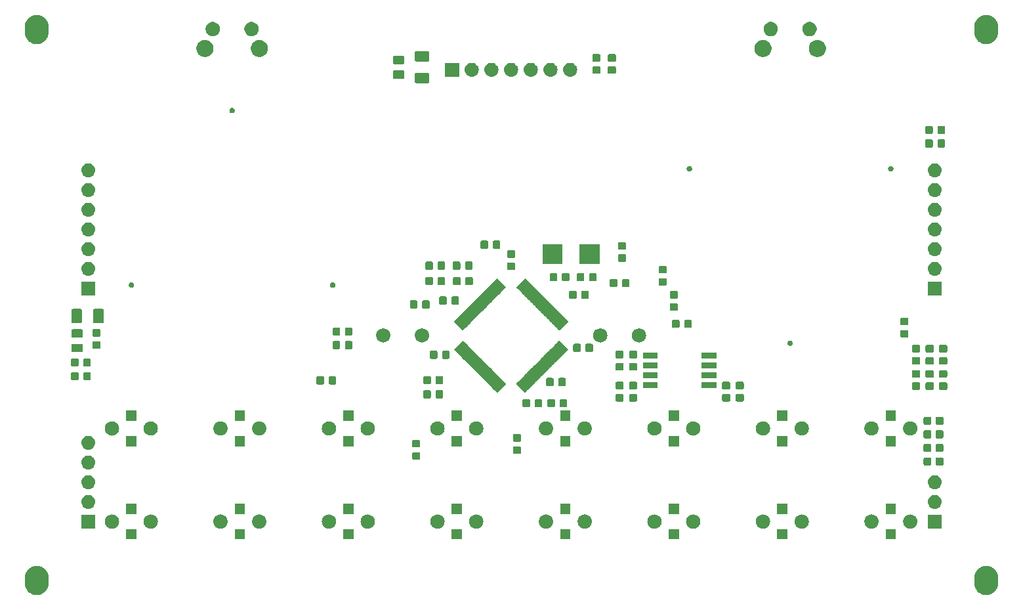
<source format=gbs>
G04 #@! TF.GenerationSoftware,KiCad,Pcbnew,(5.1.4)-1*
G04 #@! TF.CreationDate,2020-02-21T15:42:12+09:00*
G04 #@! TF.ProjectId,groove-pad-ctrl,67726f6f-7665-42d7-9061-642d6374726c,rev?*
G04 #@! TF.SameCoordinates,Original*
G04 #@! TF.FileFunction,Soldermask,Bot*
G04 #@! TF.FilePolarity,Negative*
%FSLAX46Y46*%
G04 Gerber Fmt 4.6, Leading zero omitted, Abs format (unit mm)*
G04 Created by KiCad (PCBNEW (5.1.4)-1) date 2020-02-21 15:42:12*
%MOMM*%
%LPD*%
G04 APERTURE LIST*
%ADD10C,0.100000*%
G04 APERTURE END LIST*
D10*
X126639000Y-93000000D02*
G75*
G03X126639000Y-93000000I-889000J0D01*
G01*
X131639000Y-93000000D02*
G75*
G03X131639000Y-93000000I-889000J0D01*
G01*
X98639000Y-93000000D02*
G75*
G03X98639000Y-93000000I-889000J0D01*
G01*
X103639000Y-93000000D02*
G75*
G03X103639000Y-93000000I-889000J0D01*
G01*
X161639000Y-117000000D02*
G75*
G03X161639000Y-117000000I-889000J0D01*
G01*
X166639000Y-117000000D02*
G75*
G03X166639000Y-117000000I-889000J0D01*
G01*
X147639000Y-117000000D02*
G75*
G03X147639000Y-117000000I-889000J0D01*
G01*
X152639000Y-117000000D02*
G75*
G03X152639000Y-117000000I-889000J0D01*
G01*
X133639000Y-117000000D02*
G75*
G03X133639000Y-117000000I-889000J0D01*
G01*
X138639000Y-117000000D02*
G75*
G03X138639000Y-117000000I-889000J0D01*
G01*
X119639000Y-117000000D02*
G75*
G03X119639000Y-117000000I-889000J0D01*
G01*
X124639000Y-117000000D02*
G75*
G03X124639000Y-117000000I-889000J0D01*
G01*
X105639000Y-117000000D02*
G75*
G03X105639000Y-117000000I-889000J0D01*
G01*
X110639000Y-117000000D02*
G75*
G03X110639000Y-117000000I-889000J0D01*
G01*
X91639000Y-117000000D02*
G75*
G03X91639000Y-117000000I-889000J0D01*
G01*
X96639000Y-117000000D02*
G75*
G03X96639000Y-117000000I-889000J0D01*
G01*
X77639000Y-117000000D02*
G75*
G03X77639000Y-117000000I-889000J0D01*
G01*
X82639000Y-117000000D02*
G75*
G03X82639000Y-117000000I-889000J0D01*
G01*
X63639000Y-117000000D02*
G75*
G03X63639000Y-117000000I-889000J0D01*
G01*
X68639000Y-117000000D02*
G75*
G03X68639000Y-117000000I-889000J0D01*
G01*
X161639000Y-105000000D02*
G75*
G03X161639000Y-105000000I-889000J0D01*
G01*
X166639000Y-105000000D02*
G75*
G03X166639000Y-105000000I-889000J0D01*
G01*
X147639000Y-105000000D02*
G75*
G03X147639000Y-105000000I-889000J0D01*
G01*
X152639000Y-105000000D02*
G75*
G03X152639000Y-105000000I-889000J0D01*
G01*
X133639000Y-105000000D02*
G75*
G03X133639000Y-105000000I-889000J0D01*
G01*
X138639000Y-105000000D02*
G75*
G03X138639000Y-105000000I-889000J0D01*
G01*
X119639000Y-105000000D02*
G75*
G03X119639000Y-105000000I-889000J0D01*
G01*
X124639000Y-105000000D02*
G75*
G03X124639000Y-105000000I-889000J0D01*
G01*
X105639000Y-105000000D02*
G75*
G03X105639000Y-105000000I-889000J0D01*
G01*
X110639000Y-105000000D02*
G75*
G03X110639000Y-105000000I-889000J0D01*
G01*
X91639000Y-105000000D02*
G75*
G03X91639000Y-105000000I-889000J0D01*
G01*
X96639000Y-105000000D02*
G75*
G03X96639000Y-105000000I-889000J0D01*
G01*
X77639000Y-105000000D02*
G75*
G03X77639000Y-105000000I-889000J0D01*
G01*
X82639000Y-105000000D02*
G75*
G03X82639000Y-105000000I-889000J0D01*
G01*
X63639000Y-105000000D02*
G75*
G03X63639000Y-105000000I-889000J0D01*
G01*
X68639000Y-105000000D02*
G75*
G03X68639000Y-105000000I-889000J0D01*
G01*
G36*
X53354048Y-122746442D02*
G01*
X53646413Y-122835130D01*
X53646415Y-122835131D01*
X53915856Y-122979150D01*
X53915858Y-122979151D01*
X53915857Y-122979151D01*
X54152029Y-123172971D01*
X54239395Y-123279426D01*
X54345850Y-123409142D01*
X54489869Y-123678584D01*
X54489870Y-123678586D01*
X54578558Y-123970951D01*
X54601000Y-124198810D01*
X54601000Y-125001189D01*
X54578558Y-125229048D01*
X54489870Y-125521414D01*
X54489869Y-125521417D01*
X54345850Y-125790858D01*
X54152029Y-126027029D01*
X53915858Y-126220850D01*
X53646416Y-126364869D01*
X53646414Y-126364870D01*
X53354049Y-126453558D01*
X53050000Y-126483504D01*
X52745952Y-126453558D01*
X52453587Y-126364870D01*
X52453585Y-126364869D01*
X52184144Y-126220850D01*
X52148232Y-126191378D01*
X51947971Y-126027029D01*
X51860605Y-125920574D01*
X51754150Y-125790858D01*
X51610131Y-125521416D01*
X51610130Y-125521414D01*
X51521442Y-125229049D01*
X51499000Y-125001190D01*
X51499000Y-124198811D01*
X51521442Y-123970952D01*
X51610130Y-123678587D01*
X51754151Y-123409143D01*
X51947971Y-123172971D01*
X52054426Y-123085605D01*
X52184142Y-122979150D01*
X52453584Y-122835131D01*
X52453586Y-122835130D01*
X52745951Y-122746442D01*
X53050000Y-122716496D01*
X53354048Y-122746442D01*
X53354048Y-122746442D01*
G37*
G36*
X175854048Y-122746442D02*
G01*
X176146413Y-122835130D01*
X176146415Y-122835131D01*
X176415856Y-122979150D01*
X176415858Y-122979151D01*
X176415857Y-122979151D01*
X176652029Y-123172971D01*
X176739395Y-123279426D01*
X176845850Y-123409142D01*
X176989869Y-123678584D01*
X176989870Y-123678586D01*
X177078558Y-123970951D01*
X177101000Y-124198810D01*
X177101000Y-125001189D01*
X177078558Y-125229048D01*
X176989870Y-125521414D01*
X176989869Y-125521417D01*
X176845850Y-125790858D01*
X176652029Y-126027029D01*
X176415858Y-126220850D01*
X176146416Y-126364869D01*
X176146414Y-126364870D01*
X175854049Y-126453558D01*
X175550000Y-126483504D01*
X175245952Y-126453558D01*
X174953587Y-126364870D01*
X174953585Y-126364869D01*
X174684144Y-126220850D01*
X174648232Y-126191378D01*
X174447971Y-126027029D01*
X174360605Y-125920574D01*
X174254150Y-125790858D01*
X174110131Y-125521416D01*
X174110130Y-125521414D01*
X174021442Y-125229049D01*
X173999000Y-125001190D01*
X173999000Y-124198811D01*
X174021442Y-123970952D01*
X174110130Y-123678587D01*
X174254151Y-123409143D01*
X174447971Y-123172971D01*
X174554426Y-123085605D01*
X174684142Y-122979150D01*
X174953584Y-122835131D01*
X174953586Y-122835130D01*
X175245951Y-122746442D01*
X175550000Y-122716496D01*
X175854048Y-122746442D01*
X175854048Y-122746442D01*
G37*
G36*
X149911000Y-119296000D02*
G01*
X148589000Y-119296000D01*
X148589000Y-117974000D01*
X149911000Y-117974000D01*
X149911000Y-119296000D01*
X149911000Y-119296000D01*
G37*
G36*
X121911000Y-119296000D02*
G01*
X120589000Y-119296000D01*
X120589000Y-117974000D01*
X121911000Y-117974000D01*
X121911000Y-119296000D01*
X121911000Y-119296000D01*
G37*
G36*
X163911000Y-119296000D02*
G01*
X162589000Y-119296000D01*
X162589000Y-117974000D01*
X163911000Y-117974000D01*
X163911000Y-119296000D01*
X163911000Y-119296000D01*
G37*
G36*
X135911000Y-119296000D02*
G01*
X134589000Y-119296000D01*
X134589000Y-117974000D01*
X135911000Y-117974000D01*
X135911000Y-119296000D01*
X135911000Y-119296000D01*
G37*
G36*
X107911000Y-119296000D02*
G01*
X106589000Y-119296000D01*
X106589000Y-117974000D01*
X107911000Y-117974000D01*
X107911000Y-119296000D01*
X107911000Y-119296000D01*
G37*
G36*
X93911000Y-119296000D02*
G01*
X92589000Y-119296000D01*
X92589000Y-117974000D01*
X93911000Y-117974000D01*
X93911000Y-119296000D01*
X93911000Y-119296000D01*
G37*
G36*
X79911000Y-119296000D02*
G01*
X78589000Y-119296000D01*
X78589000Y-117974000D01*
X79911000Y-117974000D01*
X79911000Y-119296000D01*
X79911000Y-119296000D01*
G37*
G36*
X65911000Y-119296000D02*
G01*
X64589000Y-119296000D01*
X64589000Y-117974000D01*
X65911000Y-117974000D01*
X65911000Y-119296000D01*
X65911000Y-119296000D01*
G37*
G36*
X118863512Y-116103927D02*
G01*
X119012812Y-116133624D01*
X119176784Y-116201544D01*
X119324354Y-116300147D01*
X119449853Y-116425646D01*
X119548456Y-116573216D01*
X119616376Y-116737188D01*
X119651000Y-116911259D01*
X119651000Y-117088741D01*
X119616376Y-117262812D01*
X119548456Y-117426784D01*
X119449853Y-117574354D01*
X119324354Y-117699853D01*
X119176784Y-117798456D01*
X119012812Y-117866376D01*
X118863512Y-117896073D01*
X118838742Y-117901000D01*
X118661258Y-117901000D01*
X118636488Y-117896073D01*
X118487188Y-117866376D01*
X118323216Y-117798456D01*
X118175646Y-117699853D01*
X118050147Y-117574354D01*
X117951544Y-117426784D01*
X117883624Y-117262812D01*
X117849000Y-117088741D01*
X117849000Y-116911259D01*
X117883624Y-116737188D01*
X117951544Y-116573216D01*
X118050147Y-116425646D01*
X118175646Y-116300147D01*
X118323216Y-116201544D01*
X118487188Y-116133624D01*
X118636488Y-116103927D01*
X118661258Y-116099000D01*
X118838742Y-116099000D01*
X118863512Y-116103927D01*
X118863512Y-116103927D01*
G37*
G36*
X60591000Y-117901000D02*
G01*
X58789000Y-117901000D01*
X58789000Y-116099000D01*
X60591000Y-116099000D01*
X60591000Y-117901000D01*
X60591000Y-117901000D01*
G37*
G36*
X169811000Y-117901000D02*
G01*
X168009000Y-117901000D01*
X168009000Y-116099000D01*
X169811000Y-116099000D01*
X169811000Y-117901000D01*
X169811000Y-117901000D01*
G37*
G36*
X62863512Y-116103927D02*
G01*
X63012812Y-116133624D01*
X63176784Y-116201544D01*
X63324354Y-116300147D01*
X63449853Y-116425646D01*
X63548456Y-116573216D01*
X63616376Y-116737188D01*
X63651000Y-116911259D01*
X63651000Y-117088741D01*
X63616376Y-117262812D01*
X63548456Y-117426784D01*
X63449853Y-117574354D01*
X63324354Y-117699853D01*
X63176784Y-117798456D01*
X63012812Y-117866376D01*
X62863512Y-117896073D01*
X62838742Y-117901000D01*
X62661258Y-117901000D01*
X62636488Y-117896073D01*
X62487188Y-117866376D01*
X62323216Y-117798456D01*
X62175646Y-117699853D01*
X62050147Y-117574354D01*
X61951544Y-117426784D01*
X61883624Y-117262812D01*
X61849000Y-117088741D01*
X61849000Y-116911259D01*
X61883624Y-116737188D01*
X61951544Y-116573216D01*
X62050147Y-116425646D01*
X62175646Y-116300147D01*
X62323216Y-116201544D01*
X62487188Y-116133624D01*
X62636488Y-116103927D01*
X62661258Y-116099000D01*
X62838742Y-116099000D01*
X62863512Y-116103927D01*
X62863512Y-116103927D01*
G37*
G36*
X67863512Y-116103927D02*
G01*
X68012812Y-116133624D01*
X68176784Y-116201544D01*
X68324354Y-116300147D01*
X68449853Y-116425646D01*
X68548456Y-116573216D01*
X68616376Y-116737188D01*
X68651000Y-116911259D01*
X68651000Y-117088741D01*
X68616376Y-117262812D01*
X68548456Y-117426784D01*
X68449853Y-117574354D01*
X68324354Y-117699853D01*
X68176784Y-117798456D01*
X68012812Y-117866376D01*
X67863512Y-117896073D01*
X67838742Y-117901000D01*
X67661258Y-117901000D01*
X67636488Y-117896073D01*
X67487188Y-117866376D01*
X67323216Y-117798456D01*
X67175646Y-117699853D01*
X67050147Y-117574354D01*
X66951544Y-117426784D01*
X66883624Y-117262812D01*
X66849000Y-117088741D01*
X66849000Y-116911259D01*
X66883624Y-116737188D01*
X66951544Y-116573216D01*
X67050147Y-116425646D01*
X67175646Y-116300147D01*
X67323216Y-116201544D01*
X67487188Y-116133624D01*
X67636488Y-116103927D01*
X67661258Y-116099000D01*
X67838742Y-116099000D01*
X67863512Y-116103927D01*
X67863512Y-116103927D01*
G37*
G36*
X76863512Y-116103927D02*
G01*
X77012812Y-116133624D01*
X77176784Y-116201544D01*
X77324354Y-116300147D01*
X77449853Y-116425646D01*
X77548456Y-116573216D01*
X77616376Y-116737188D01*
X77651000Y-116911259D01*
X77651000Y-117088741D01*
X77616376Y-117262812D01*
X77548456Y-117426784D01*
X77449853Y-117574354D01*
X77324354Y-117699853D01*
X77176784Y-117798456D01*
X77012812Y-117866376D01*
X76863512Y-117896073D01*
X76838742Y-117901000D01*
X76661258Y-117901000D01*
X76636488Y-117896073D01*
X76487188Y-117866376D01*
X76323216Y-117798456D01*
X76175646Y-117699853D01*
X76050147Y-117574354D01*
X75951544Y-117426784D01*
X75883624Y-117262812D01*
X75849000Y-117088741D01*
X75849000Y-116911259D01*
X75883624Y-116737188D01*
X75951544Y-116573216D01*
X76050147Y-116425646D01*
X76175646Y-116300147D01*
X76323216Y-116201544D01*
X76487188Y-116133624D01*
X76636488Y-116103927D01*
X76661258Y-116099000D01*
X76838742Y-116099000D01*
X76863512Y-116103927D01*
X76863512Y-116103927D01*
G37*
G36*
X81863512Y-116103927D02*
G01*
X82012812Y-116133624D01*
X82176784Y-116201544D01*
X82324354Y-116300147D01*
X82449853Y-116425646D01*
X82548456Y-116573216D01*
X82616376Y-116737188D01*
X82651000Y-116911259D01*
X82651000Y-117088741D01*
X82616376Y-117262812D01*
X82548456Y-117426784D01*
X82449853Y-117574354D01*
X82324354Y-117699853D01*
X82176784Y-117798456D01*
X82012812Y-117866376D01*
X81863512Y-117896073D01*
X81838742Y-117901000D01*
X81661258Y-117901000D01*
X81636488Y-117896073D01*
X81487188Y-117866376D01*
X81323216Y-117798456D01*
X81175646Y-117699853D01*
X81050147Y-117574354D01*
X80951544Y-117426784D01*
X80883624Y-117262812D01*
X80849000Y-117088741D01*
X80849000Y-116911259D01*
X80883624Y-116737188D01*
X80951544Y-116573216D01*
X81050147Y-116425646D01*
X81175646Y-116300147D01*
X81323216Y-116201544D01*
X81487188Y-116133624D01*
X81636488Y-116103927D01*
X81661258Y-116099000D01*
X81838742Y-116099000D01*
X81863512Y-116103927D01*
X81863512Y-116103927D01*
G37*
G36*
X90863512Y-116103927D02*
G01*
X91012812Y-116133624D01*
X91176784Y-116201544D01*
X91324354Y-116300147D01*
X91449853Y-116425646D01*
X91548456Y-116573216D01*
X91616376Y-116737188D01*
X91651000Y-116911259D01*
X91651000Y-117088741D01*
X91616376Y-117262812D01*
X91548456Y-117426784D01*
X91449853Y-117574354D01*
X91324354Y-117699853D01*
X91176784Y-117798456D01*
X91012812Y-117866376D01*
X90863512Y-117896073D01*
X90838742Y-117901000D01*
X90661258Y-117901000D01*
X90636488Y-117896073D01*
X90487188Y-117866376D01*
X90323216Y-117798456D01*
X90175646Y-117699853D01*
X90050147Y-117574354D01*
X89951544Y-117426784D01*
X89883624Y-117262812D01*
X89849000Y-117088741D01*
X89849000Y-116911259D01*
X89883624Y-116737188D01*
X89951544Y-116573216D01*
X90050147Y-116425646D01*
X90175646Y-116300147D01*
X90323216Y-116201544D01*
X90487188Y-116133624D01*
X90636488Y-116103927D01*
X90661258Y-116099000D01*
X90838742Y-116099000D01*
X90863512Y-116103927D01*
X90863512Y-116103927D01*
G37*
G36*
X95863512Y-116103927D02*
G01*
X96012812Y-116133624D01*
X96176784Y-116201544D01*
X96324354Y-116300147D01*
X96449853Y-116425646D01*
X96548456Y-116573216D01*
X96616376Y-116737188D01*
X96651000Y-116911259D01*
X96651000Y-117088741D01*
X96616376Y-117262812D01*
X96548456Y-117426784D01*
X96449853Y-117574354D01*
X96324354Y-117699853D01*
X96176784Y-117798456D01*
X96012812Y-117866376D01*
X95863512Y-117896073D01*
X95838742Y-117901000D01*
X95661258Y-117901000D01*
X95636488Y-117896073D01*
X95487188Y-117866376D01*
X95323216Y-117798456D01*
X95175646Y-117699853D01*
X95050147Y-117574354D01*
X94951544Y-117426784D01*
X94883624Y-117262812D01*
X94849000Y-117088741D01*
X94849000Y-116911259D01*
X94883624Y-116737188D01*
X94951544Y-116573216D01*
X95050147Y-116425646D01*
X95175646Y-116300147D01*
X95323216Y-116201544D01*
X95487188Y-116133624D01*
X95636488Y-116103927D01*
X95661258Y-116099000D01*
X95838742Y-116099000D01*
X95863512Y-116103927D01*
X95863512Y-116103927D01*
G37*
G36*
X104863512Y-116103927D02*
G01*
X105012812Y-116133624D01*
X105176784Y-116201544D01*
X105324354Y-116300147D01*
X105449853Y-116425646D01*
X105548456Y-116573216D01*
X105616376Y-116737188D01*
X105651000Y-116911259D01*
X105651000Y-117088741D01*
X105616376Y-117262812D01*
X105548456Y-117426784D01*
X105449853Y-117574354D01*
X105324354Y-117699853D01*
X105176784Y-117798456D01*
X105012812Y-117866376D01*
X104863512Y-117896073D01*
X104838742Y-117901000D01*
X104661258Y-117901000D01*
X104636488Y-117896073D01*
X104487188Y-117866376D01*
X104323216Y-117798456D01*
X104175646Y-117699853D01*
X104050147Y-117574354D01*
X103951544Y-117426784D01*
X103883624Y-117262812D01*
X103849000Y-117088741D01*
X103849000Y-116911259D01*
X103883624Y-116737188D01*
X103951544Y-116573216D01*
X104050147Y-116425646D01*
X104175646Y-116300147D01*
X104323216Y-116201544D01*
X104487188Y-116133624D01*
X104636488Y-116103927D01*
X104661258Y-116099000D01*
X104838742Y-116099000D01*
X104863512Y-116103927D01*
X104863512Y-116103927D01*
G37*
G36*
X109863512Y-116103927D02*
G01*
X110012812Y-116133624D01*
X110176784Y-116201544D01*
X110324354Y-116300147D01*
X110449853Y-116425646D01*
X110548456Y-116573216D01*
X110616376Y-116737188D01*
X110651000Y-116911259D01*
X110651000Y-117088741D01*
X110616376Y-117262812D01*
X110548456Y-117426784D01*
X110449853Y-117574354D01*
X110324354Y-117699853D01*
X110176784Y-117798456D01*
X110012812Y-117866376D01*
X109863512Y-117896073D01*
X109838742Y-117901000D01*
X109661258Y-117901000D01*
X109636488Y-117896073D01*
X109487188Y-117866376D01*
X109323216Y-117798456D01*
X109175646Y-117699853D01*
X109050147Y-117574354D01*
X108951544Y-117426784D01*
X108883624Y-117262812D01*
X108849000Y-117088741D01*
X108849000Y-116911259D01*
X108883624Y-116737188D01*
X108951544Y-116573216D01*
X109050147Y-116425646D01*
X109175646Y-116300147D01*
X109323216Y-116201544D01*
X109487188Y-116133624D01*
X109636488Y-116103927D01*
X109661258Y-116099000D01*
X109838742Y-116099000D01*
X109863512Y-116103927D01*
X109863512Y-116103927D01*
G37*
G36*
X123863512Y-116103927D02*
G01*
X124012812Y-116133624D01*
X124176784Y-116201544D01*
X124324354Y-116300147D01*
X124449853Y-116425646D01*
X124548456Y-116573216D01*
X124616376Y-116737188D01*
X124651000Y-116911259D01*
X124651000Y-117088741D01*
X124616376Y-117262812D01*
X124548456Y-117426784D01*
X124449853Y-117574354D01*
X124324354Y-117699853D01*
X124176784Y-117798456D01*
X124012812Y-117866376D01*
X123863512Y-117896073D01*
X123838742Y-117901000D01*
X123661258Y-117901000D01*
X123636488Y-117896073D01*
X123487188Y-117866376D01*
X123323216Y-117798456D01*
X123175646Y-117699853D01*
X123050147Y-117574354D01*
X122951544Y-117426784D01*
X122883624Y-117262812D01*
X122849000Y-117088741D01*
X122849000Y-116911259D01*
X122883624Y-116737188D01*
X122951544Y-116573216D01*
X123050147Y-116425646D01*
X123175646Y-116300147D01*
X123323216Y-116201544D01*
X123487188Y-116133624D01*
X123636488Y-116103927D01*
X123661258Y-116099000D01*
X123838742Y-116099000D01*
X123863512Y-116103927D01*
X123863512Y-116103927D01*
G37*
G36*
X132863512Y-116103927D02*
G01*
X133012812Y-116133624D01*
X133176784Y-116201544D01*
X133324354Y-116300147D01*
X133449853Y-116425646D01*
X133548456Y-116573216D01*
X133616376Y-116737188D01*
X133651000Y-116911259D01*
X133651000Y-117088741D01*
X133616376Y-117262812D01*
X133548456Y-117426784D01*
X133449853Y-117574354D01*
X133324354Y-117699853D01*
X133176784Y-117798456D01*
X133012812Y-117866376D01*
X132863512Y-117896073D01*
X132838742Y-117901000D01*
X132661258Y-117901000D01*
X132636488Y-117896073D01*
X132487188Y-117866376D01*
X132323216Y-117798456D01*
X132175646Y-117699853D01*
X132050147Y-117574354D01*
X131951544Y-117426784D01*
X131883624Y-117262812D01*
X131849000Y-117088741D01*
X131849000Y-116911259D01*
X131883624Y-116737188D01*
X131951544Y-116573216D01*
X132050147Y-116425646D01*
X132175646Y-116300147D01*
X132323216Y-116201544D01*
X132487188Y-116133624D01*
X132636488Y-116103927D01*
X132661258Y-116099000D01*
X132838742Y-116099000D01*
X132863512Y-116103927D01*
X132863512Y-116103927D01*
G37*
G36*
X137863512Y-116103927D02*
G01*
X138012812Y-116133624D01*
X138176784Y-116201544D01*
X138324354Y-116300147D01*
X138449853Y-116425646D01*
X138548456Y-116573216D01*
X138616376Y-116737188D01*
X138651000Y-116911259D01*
X138651000Y-117088741D01*
X138616376Y-117262812D01*
X138548456Y-117426784D01*
X138449853Y-117574354D01*
X138324354Y-117699853D01*
X138176784Y-117798456D01*
X138012812Y-117866376D01*
X137863512Y-117896073D01*
X137838742Y-117901000D01*
X137661258Y-117901000D01*
X137636488Y-117896073D01*
X137487188Y-117866376D01*
X137323216Y-117798456D01*
X137175646Y-117699853D01*
X137050147Y-117574354D01*
X136951544Y-117426784D01*
X136883624Y-117262812D01*
X136849000Y-117088741D01*
X136849000Y-116911259D01*
X136883624Y-116737188D01*
X136951544Y-116573216D01*
X137050147Y-116425646D01*
X137175646Y-116300147D01*
X137323216Y-116201544D01*
X137487188Y-116133624D01*
X137636488Y-116103927D01*
X137661258Y-116099000D01*
X137838742Y-116099000D01*
X137863512Y-116103927D01*
X137863512Y-116103927D01*
G37*
G36*
X146863512Y-116103927D02*
G01*
X147012812Y-116133624D01*
X147176784Y-116201544D01*
X147324354Y-116300147D01*
X147449853Y-116425646D01*
X147548456Y-116573216D01*
X147616376Y-116737188D01*
X147651000Y-116911259D01*
X147651000Y-117088741D01*
X147616376Y-117262812D01*
X147548456Y-117426784D01*
X147449853Y-117574354D01*
X147324354Y-117699853D01*
X147176784Y-117798456D01*
X147012812Y-117866376D01*
X146863512Y-117896073D01*
X146838742Y-117901000D01*
X146661258Y-117901000D01*
X146636488Y-117896073D01*
X146487188Y-117866376D01*
X146323216Y-117798456D01*
X146175646Y-117699853D01*
X146050147Y-117574354D01*
X145951544Y-117426784D01*
X145883624Y-117262812D01*
X145849000Y-117088741D01*
X145849000Y-116911259D01*
X145883624Y-116737188D01*
X145951544Y-116573216D01*
X146050147Y-116425646D01*
X146175646Y-116300147D01*
X146323216Y-116201544D01*
X146487188Y-116133624D01*
X146636488Y-116103927D01*
X146661258Y-116099000D01*
X146838742Y-116099000D01*
X146863512Y-116103927D01*
X146863512Y-116103927D01*
G37*
G36*
X151863512Y-116103927D02*
G01*
X152012812Y-116133624D01*
X152176784Y-116201544D01*
X152324354Y-116300147D01*
X152449853Y-116425646D01*
X152548456Y-116573216D01*
X152616376Y-116737188D01*
X152651000Y-116911259D01*
X152651000Y-117088741D01*
X152616376Y-117262812D01*
X152548456Y-117426784D01*
X152449853Y-117574354D01*
X152324354Y-117699853D01*
X152176784Y-117798456D01*
X152012812Y-117866376D01*
X151863512Y-117896073D01*
X151838742Y-117901000D01*
X151661258Y-117901000D01*
X151636488Y-117896073D01*
X151487188Y-117866376D01*
X151323216Y-117798456D01*
X151175646Y-117699853D01*
X151050147Y-117574354D01*
X150951544Y-117426784D01*
X150883624Y-117262812D01*
X150849000Y-117088741D01*
X150849000Y-116911259D01*
X150883624Y-116737188D01*
X150951544Y-116573216D01*
X151050147Y-116425646D01*
X151175646Y-116300147D01*
X151323216Y-116201544D01*
X151487188Y-116133624D01*
X151636488Y-116103927D01*
X151661258Y-116099000D01*
X151838742Y-116099000D01*
X151863512Y-116103927D01*
X151863512Y-116103927D01*
G37*
G36*
X160863512Y-116103927D02*
G01*
X161012812Y-116133624D01*
X161176784Y-116201544D01*
X161324354Y-116300147D01*
X161449853Y-116425646D01*
X161548456Y-116573216D01*
X161616376Y-116737188D01*
X161651000Y-116911259D01*
X161651000Y-117088741D01*
X161616376Y-117262812D01*
X161548456Y-117426784D01*
X161449853Y-117574354D01*
X161324354Y-117699853D01*
X161176784Y-117798456D01*
X161012812Y-117866376D01*
X160863512Y-117896073D01*
X160838742Y-117901000D01*
X160661258Y-117901000D01*
X160636488Y-117896073D01*
X160487188Y-117866376D01*
X160323216Y-117798456D01*
X160175646Y-117699853D01*
X160050147Y-117574354D01*
X159951544Y-117426784D01*
X159883624Y-117262812D01*
X159849000Y-117088741D01*
X159849000Y-116911259D01*
X159883624Y-116737188D01*
X159951544Y-116573216D01*
X160050147Y-116425646D01*
X160175646Y-116300147D01*
X160323216Y-116201544D01*
X160487188Y-116133624D01*
X160636488Y-116103927D01*
X160661258Y-116099000D01*
X160838742Y-116099000D01*
X160863512Y-116103927D01*
X160863512Y-116103927D01*
G37*
G36*
X165863512Y-116103927D02*
G01*
X166012812Y-116133624D01*
X166176784Y-116201544D01*
X166324354Y-116300147D01*
X166449853Y-116425646D01*
X166548456Y-116573216D01*
X166616376Y-116737188D01*
X166651000Y-116911259D01*
X166651000Y-117088741D01*
X166616376Y-117262812D01*
X166548456Y-117426784D01*
X166449853Y-117574354D01*
X166324354Y-117699853D01*
X166176784Y-117798456D01*
X166012812Y-117866376D01*
X165863512Y-117896073D01*
X165838742Y-117901000D01*
X165661258Y-117901000D01*
X165636488Y-117896073D01*
X165487188Y-117866376D01*
X165323216Y-117798456D01*
X165175646Y-117699853D01*
X165050147Y-117574354D01*
X164951544Y-117426784D01*
X164883624Y-117262812D01*
X164849000Y-117088741D01*
X164849000Y-116911259D01*
X164883624Y-116737188D01*
X164951544Y-116573216D01*
X165050147Y-116425646D01*
X165175646Y-116300147D01*
X165323216Y-116201544D01*
X165487188Y-116133624D01*
X165636488Y-116103927D01*
X165661258Y-116099000D01*
X165838742Y-116099000D01*
X165863512Y-116103927D01*
X165863512Y-116103927D01*
G37*
G36*
X121911000Y-116026000D02*
G01*
X120589000Y-116026000D01*
X120589000Y-114704000D01*
X121911000Y-114704000D01*
X121911000Y-116026000D01*
X121911000Y-116026000D01*
G37*
G36*
X135911000Y-116026000D02*
G01*
X134589000Y-116026000D01*
X134589000Y-114704000D01*
X135911000Y-114704000D01*
X135911000Y-116026000D01*
X135911000Y-116026000D01*
G37*
G36*
X93911000Y-116026000D02*
G01*
X92589000Y-116026000D01*
X92589000Y-114704000D01*
X93911000Y-114704000D01*
X93911000Y-116026000D01*
X93911000Y-116026000D01*
G37*
G36*
X149911000Y-116026000D02*
G01*
X148589000Y-116026000D01*
X148589000Y-114704000D01*
X149911000Y-114704000D01*
X149911000Y-116026000D01*
X149911000Y-116026000D01*
G37*
G36*
X79911000Y-116026000D02*
G01*
X78589000Y-116026000D01*
X78589000Y-114704000D01*
X79911000Y-114704000D01*
X79911000Y-116026000D01*
X79911000Y-116026000D01*
G37*
G36*
X65911000Y-116026000D02*
G01*
X64589000Y-116026000D01*
X64589000Y-114704000D01*
X65911000Y-114704000D01*
X65911000Y-116026000D01*
X65911000Y-116026000D01*
G37*
G36*
X107911000Y-116026000D02*
G01*
X106589000Y-116026000D01*
X106589000Y-114704000D01*
X107911000Y-114704000D01*
X107911000Y-116026000D01*
X107911000Y-116026000D01*
G37*
G36*
X163911000Y-116026000D02*
G01*
X162589000Y-116026000D01*
X162589000Y-114704000D01*
X163911000Y-114704000D01*
X163911000Y-116026000D01*
X163911000Y-116026000D01*
G37*
G36*
X59800443Y-113565519D02*
G01*
X59866627Y-113572037D01*
X60036466Y-113623557D01*
X60192991Y-113707222D01*
X60228729Y-113736552D01*
X60330186Y-113819814D01*
X60413448Y-113921271D01*
X60442778Y-113957009D01*
X60526443Y-114113534D01*
X60577963Y-114283373D01*
X60595359Y-114460000D01*
X60577963Y-114636627D01*
X60526443Y-114806466D01*
X60442778Y-114962991D01*
X60413448Y-114998729D01*
X60330186Y-115100186D01*
X60228729Y-115183448D01*
X60192991Y-115212778D01*
X60036466Y-115296443D01*
X59866627Y-115347963D01*
X59800442Y-115354482D01*
X59734260Y-115361000D01*
X59645740Y-115361000D01*
X59579558Y-115354482D01*
X59513373Y-115347963D01*
X59343534Y-115296443D01*
X59187009Y-115212778D01*
X59151271Y-115183448D01*
X59049814Y-115100186D01*
X58966552Y-114998729D01*
X58937222Y-114962991D01*
X58853557Y-114806466D01*
X58802037Y-114636627D01*
X58784641Y-114460000D01*
X58802037Y-114283373D01*
X58853557Y-114113534D01*
X58937222Y-113957009D01*
X58966552Y-113921271D01*
X59049814Y-113819814D01*
X59151271Y-113736552D01*
X59187009Y-113707222D01*
X59343534Y-113623557D01*
X59513373Y-113572037D01*
X59579557Y-113565519D01*
X59645740Y-113559000D01*
X59734260Y-113559000D01*
X59800443Y-113565519D01*
X59800443Y-113565519D01*
G37*
G36*
X169020443Y-113565519D02*
G01*
X169086627Y-113572037D01*
X169256466Y-113623557D01*
X169412991Y-113707222D01*
X169448729Y-113736552D01*
X169550186Y-113819814D01*
X169633448Y-113921271D01*
X169662778Y-113957009D01*
X169746443Y-114113534D01*
X169797963Y-114283373D01*
X169815359Y-114460000D01*
X169797963Y-114636627D01*
X169746443Y-114806466D01*
X169662778Y-114962991D01*
X169633448Y-114998729D01*
X169550186Y-115100186D01*
X169448729Y-115183448D01*
X169412991Y-115212778D01*
X169256466Y-115296443D01*
X169086627Y-115347963D01*
X169020442Y-115354482D01*
X168954260Y-115361000D01*
X168865740Y-115361000D01*
X168799558Y-115354482D01*
X168733373Y-115347963D01*
X168563534Y-115296443D01*
X168407009Y-115212778D01*
X168371271Y-115183448D01*
X168269814Y-115100186D01*
X168186552Y-114998729D01*
X168157222Y-114962991D01*
X168073557Y-114806466D01*
X168022037Y-114636627D01*
X168004641Y-114460000D01*
X168022037Y-114283373D01*
X168073557Y-114113534D01*
X168157222Y-113957009D01*
X168186552Y-113921271D01*
X168269814Y-113819814D01*
X168371271Y-113736552D01*
X168407009Y-113707222D01*
X168563534Y-113623557D01*
X168733373Y-113572037D01*
X168799557Y-113565519D01*
X168865740Y-113559000D01*
X168954260Y-113559000D01*
X169020443Y-113565519D01*
X169020443Y-113565519D01*
G37*
G36*
X169020443Y-111025519D02*
G01*
X169086627Y-111032037D01*
X169256466Y-111083557D01*
X169412991Y-111167222D01*
X169448729Y-111196552D01*
X169550186Y-111279814D01*
X169633448Y-111381271D01*
X169662778Y-111417009D01*
X169746443Y-111573534D01*
X169797963Y-111743373D01*
X169815359Y-111920000D01*
X169797963Y-112096627D01*
X169746443Y-112266466D01*
X169662778Y-112422991D01*
X169633448Y-112458729D01*
X169550186Y-112560186D01*
X169448729Y-112643448D01*
X169412991Y-112672778D01*
X169256466Y-112756443D01*
X169086627Y-112807963D01*
X169020443Y-112814481D01*
X168954260Y-112821000D01*
X168865740Y-112821000D01*
X168799557Y-112814481D01*
X168733373Y-112807963D01*
X168563534Y-112756443D01*
X168407009Y-112672778D01*
X168371271Y-112643448D01*
X168269814Y-112560186D01*
X168186552Y-112458729D01*
X168157222Y-112422991D01*
X168073557Y-112266466D01*
X168022037Y-112096627D01*
X168004641Y-111920000D01*
X168022037Y-111743373D01*
X168073557Y-111573534D01*
X168157222Y-111417009D01*
X168186552Y-111381271D01*
X168269814Y-111279814D01*
X168371271Y-111196552D01*
X168407009Y-111167222D01*
X168563534Y-111083557D01*
X168733373Y-111032037D01*
X168799557Y-111025519D01*
X168865740Y-111019000D01*
X168954260Y-111019000D01*
X169020443Y-111025519D01*
X169020443Y-111025519D01*
G37*
G36*
X59800443Y-111025519D02*
G01*
X59866627Y-111032037D01*
X60036466Y-111083557D01*
X60192991Y-111167222D01*
X60228729Y-111196552D01*
X60330186Y-111279814D01*
X60413448Y-111381271D01*
X60442778Y-111417009D01*
X60526443Y-111573534D01*
X60577963Y-111743373D01*
X60595359Y-111920000D01*
X60577963Y-112096627D01*
X60526443Y-112266466D01*
X60442778Y-112422991D01*
X60413448Y-112458729D01*
X60330186Y-112560186D01*
X60228729Y-112643448D01*
X60192991Y-112672778D01*
X60036466Y-112756443D01*
X59866627Y-112807963D01*
X59800443Y-112814481D01*
X59734260Y-112821000D01*
X59645740Y-112821000D01*
X59579557Y-112814481D01*
X59513373Y-112807963D01*
X59343534Y-112756443D01*
X59187009Y-112672778D01*
X59151271Y-112643448D01*
X59049814Y-112560186D01*
X58966552Y-112458729D01*
X58937222Y-112422991D01*
X58853557Y-112266466D01*
X58802037Y-112096627D01*
X58784641Y-111920000D01*
X58802037Y-111743373D01*
X58853557Y-111573534D01*
X58937222Y-111417009D01*
X58966552Y-111381271D01*
X59049814Y-111279814D01*
X59151271Y-111196552D01*
X59187009Y-111167222D01*
X59343534Y-111083557D01*
X59513373Y-111032037D01*
X59579557Y-111025519D01*
X59645740Y-111019000D01*
X59734260Y-111019000D01*
X59800443Y-111025519D01*
X59800443Y-111025519D01*
G37*
G36*
X59800442Y-108485518D02*
G01*
X59866627Y-108492037D01*
X60036466Y-108543557D01*
X60192991Y-108627222D01*
X60228729Y-108656552D01*
X60330186Y-108739814D01*
X60383772Y-108805110D01*
X60442778Y-108877009D01*
X60479061Y-108944890D01*
X60520233Y-109021915D01*
X60526443Y-109033534D01*
X60577963Y-109203373D01*
X60595359Y-109380000D01*
X60577963Y-109556627D01*
X60526443Y-109726466D01*
X60442778Y-109882991D01*
X60413448Y-109918729D01*
X60330186Y-110020186D01*
X60228729Y-110103448D01*
X60192991Y-110132778D01*
X60036466Y-110216443D01*
X59866627Y-110267963D01*
X59800442Y-110274482D01*
X59734260Y-110281000D01*
X59645740Y-110281000D01*
X59579558Y-110274482D01*
X59513373Y-110267963D01*
X59343534Y-110216443D01*
X59187009Y-110132778D01*
X59151271Y-110103448D01*
X59049814Y-110020186D01*
X58966552Y-109918729D01*
X58937222Y-109882991D01*
X58853557Y-109726466D01*
X58802037Y-109556627D01*
X58784641Y-109380000D01*
X58802037Y-109203373D01*
X58853557Y-109033534D01*
X58859768Y-109021915D01*
X58900939Y-108944890D01*
X58937222Y-108877009D01*
X58996228Y-108805110D01*
X59049814Y-108739814D01*
X59151271Y-108656552D01*
X59187009Y-108627222D01*
X59343534Y-108543557D01*
X59513373Y-108492037D01*
X59579558Y-108485518D01*
X59645740Y-108479000D01*
X59734260Y-108479000D01*
X59800442Y-108485518D01*
X59800442Y-108485518D01*
G37*
G36*
X168304591Y-108728085D02*
G01*
X168338569Y-108738393D01*
X168369890Y-108755134D01*
X168397339Y-108777661D01*
X168419866Y-108805110D01*
X168436607Y-108836431D01*
X168446915Y-108870409D01*
X168451000Y-108911890D01*
X168451000Y-109588110D01*
X168446915Y-109629591D01*
X168436607Y-109663569D01*
X168419866Y-109694890D01*
X168397339Y-109722339D01*
X168369890Y-109744866D01*
X168338569Y-109761607D01*
X168304591Y-109771915D01*
X168263110Y-109776000D01*
X167661890Y-109776000D01*
X167620409Y-109771915D01*
X167586431Y-109761607D01*
X167555110Y-109744866D01*
X167527661Y-109722339D01*
X167505134Y-109694890D01*
X167488393Y-109663569D01*
X167478085Y-109629591D01*
X167474000Y-109588110D01*
X167474000Y-108911890D01*
X167478085Y-108870409D01*
X167488393Y-108836431D01*
X167505134Y-108805110D01*
X167527661Y-108777661D01*
X167555110Y-108755134D01*
X167586431Y-108738393D01*
X167620409Y-108728085D01*
X167661890Y-108724000D01*
X168263110Y-108724000D01*
X168304591Y-108728085D01*
X168304591Y-108728085D01*
G37*
G36*
X169879591Y-108728085D02*
G01*
X169913569Y-108738393D01*
X169944890Y-108755134D01*
X169972339Y-108777661D01*
X169994866Y-108805110D01*
X170011607Y-108836431D01*
X170021915Y-108870409D01*
X170026000Y-108911890D01*
X170026000Y-109588110D01*
X170021915Y-109629591D01*
X170011607Y-109663569D01*
X169994866Y-109694890D01*
X169972339Y-109722339D01*
X169944890Y-109744866D01*
X169913569Y-109761607D01*
X169879591Y-109771915D01*
X169838110Y-109776000D01*
X169236890Y-109776000D01*
X169195409Y-109771915D01*
X169161431Y-109761607D01*
X169130110Y-109744866D01*
X169102661Y-109722339D01*
X169080134Y-109694890D01*
X169063393Y-109663569D01*
X169053085Y-109629591D01*
X169049000Y-109588110D01*
X169049000Y-108911890D01*
X169053085Y-108870409D01*
X169063393Y-108836431D01*
X169080134Y-108805110D01*
X169102661Y-108777661D01*
X169130110Y-108755134D01*
X169161431Y-108738393D01*
X169195409Y-108728085D01*
X169236890Y-108724000D01*
X169838110Y-108724000D01*
X169879591Y-108728085D01*
X169879591Y-108728085D01*
G37*
G36*
X102379591Y-108053085D02*
G01*
X102413569Y-108063393D01*
X102444890Y-108080134D01*
X102472339Y-108102661D01*
X102494866Y-108130110D01*
X102511607Y-108161431D01*
X102521915Y-108195409D01*
X102526000Y-108236890D01*
X102526000Y-108838110D01*
X102521915Y-108879591D01*
X102511607Y-108913569D01*
X102494866Y-108944890D01*
X102472339Y-108972339D01*
X102444890Y-108994866D01*
X102413569Y-109011607D01*
X102379591Y-109021915D01*
X102338110Y-109026000D01*
X101661890Y-109026000D01*
X101620409Y-109021915D01*
X101586431Y-109011607D01*
X101555110Y-108994866D01*
X101527661Y-108972339D01*
X101505134Y-108944890D01*
X101488393Y-108913569D01*
X101478085Y-108879591D01*
X101474000Y-108838110D01*
X101474000Y-108236890D01*
X101478085Y-108195409D01*
X101488393Y-108161431D01*
X101505134Y-108130110D01*
X101527661Y-108102661D01*
X101555110Y-108080134D01*
X101586431Y-108063393D01*
X101620409Y-108053085D01*
X101661890Y-108049000D01*
X102338110Y-108049000D01*
X102379591Y-108053085D01*
X102379591Y-108053085D01*
G37*
G36*
X115379591Y-107303085D02*
G01*
X115413569Y-107313393D01*
X115444890Y-107330134D01*
X115472339Y-107352661D01*
X115494866Y-107380110D01*
X115511607Y-107411431D01*
X115521915Y-107445409D01*
X115526000Y-107486890D01*
X115526000Y-108088110D01*
X115521915Y-108129591D01*
X115511607Y-108163569D01*
X115494866Y-108194890D01*
X115472339Y-108222339D01*
X115444890Y-108244866D01*
X115413569Y-108261607D01*
X115379591Y-108271915D01*
X115338110Y-108276000D01*
X114661890Y-108276000D01*
X114620409Y-108271915D01*
X114586431Y-108261607D01*
X114555110Y-108244866D01*
X114527661Y-108222339D01*
X114505134Y-108194890D01*
X114488393Y-108163569D01*
X114478085Y-108129591D01*
X114474000Y-108088110D01*
X114474000Y-107486890D01*
X114478085Y-107445409D01*
X114488393Y-107411431D01*
X114505134Y-107380110D01*
X114527661Y-107352661D01*
X114555110Y-107330134D01*
X114586431Y-107313393D01*
X114620409Y-107303085D01*
X114661890Y-107299000D01*
X115338110Y-107299000D01*
X115379591Y-107303085D01*
X115379591Y-107303085D01*
G37*
G36*
X168304591Y-106978085D02*
G01*
X168338569Y-106988393D01*
X168369890Y-107005134D01*
X168397339Y-107027661D01*
X168419866Y-107055110D01*
X168436607Y-107086431D01*
X168446915Y-107120409D01*
X168451000Y-107161890D01*
X168451000Y-107838110D01*
X168446915Y-107879591D01*
X168436607Y-107913569D01*
X168419866Y-107944890D01*
X168397339Y-107972339D01*
X168369890Y-107994866D01*
X168338569Y-108011607D01*
X168304591Y-108021915D01*
X168263110Y-108026000D01*
X167661890Y-108026000D01*
X167620409Y-108021915D01*
X167586431Y-108011607D01*
X167555110Y-107994866D01*
X167527661Y-107972339D01*
X167505134Y-107944890D01*
X167488393Y-107913569D01*
X167478085Y-107879591D01*
X167474000Y-107838110D01*
X167474000Y-107161890D01*
X167478085Y-107120409D01*
X167488393Y-107086431D01*
X167505134Y-107055110D01*
X167527661Y-107027661D01*
X167555110Y-107005134D01*
X167586431Y-106988393D01*
X167620409Y-106978085D01*
X167661890Y-106974000D01*
X168263110Y-106974000D01*
X168304591Y-106978085D01*
X168304591Y-106978085D01*
G37*
G36*
X169879591Y-106978085D02*
G01*
X169913569Y-106988393D01*
X169944890Y-107005134D01*
X169972339Y-107027661D01*
X169994866Y-107055110D01*
X170011607Y-107086431D01*
X170021915Y-107120409D01*
X170026000Y-107161890D01*
X170026000Y-107838110D01*
X170021915Y-107879591D01*
X170011607Y-107913569D01*
X169994866Y-107944890D01*
X169972339Y-107972339D01*
X169944890Y-107994866D01*
X169913569Y-108011607D01*
X169879591Y-108021915D01*
X169838110Y-108026000D01*
X169236890Y-108026000D01*
X169195409Y-108021915D01*
X169161431Y-108011607D01*
X169130110Y-107994866D01*
X169102661Y-107972339D01*
X169080134Y-107944890D01*
X169063393Y-107913569D01*
X169053085Y-107879591D01*
X169049000Y-107838110D01*
X169049000Y-107161890D01*
X169053085Y-107120409D01*
X169063393Y-107086431D01*
X169080134Y-107055110D01*
X169102661Y-107027661D01*
X169130110Y-107005134D01*
X169161431Y-106988393D01*
X169195409Y-106978085D01*
X169236890Y-106974000D01*
X169838110Y-106974000D01*
X169879591Y-106978085D01*
X169879591Y-106978085D01*
G37*
G36*
X59800443Y-105945519D02*
G01*
X59866627Y-105952037D01*
X60036466Y-106003557D01*
X60192991Y-106087222D01*
X60228729Y-106116552D01*
X60330186Y-106199814D01*
X60392709Y-106276000D01*
X60442778Y-106337009D01*
X60442779Y-106337011D01*
X60525940Y-106492592D01*
X60526443Y-106493534D01*
X60577963Y-106663373D01*
X60595359Y-106840000D01*
X60577963Y-107016627D01*
X60526443Y-107186466D01*
X60442778Y-107342991D01*
X60434842Y-107352661D01*
X60330186Y-107480186D01*
X60253341Y-107543250D01*
X60192991Y-107592778D01*
X60036466Y-107676443D01*
X59866627Y-107727963D01*
X59800442Y-107734482D01*
X59734260Y-107741000D01*
X59645740Y-107741000D01*
X59579558Y-107734482D01*
X59513373Y-107727963D01*
X59343534Y-107676443D01*
X59187009Y-107592778D01*
X59126659Y-107543250D01*
X59049814Y-107480186D01*
X58945158Y-107352661D01*
X58937222Y-107342991D01*
X58853557Y-107186466D01*
X58802037Y-107016627D01*
X58784641Y-106840000D01*
X58802037Y-106663373D01*
X58853557Y-106493534D01*
X58854061Y-106492592D01*
X58937221Y-106337011D01*
X58937222Y-106337009D01*
X58987291Y-106276000D01*
X59049814Y-106199814D01*
X59151271Y-106116552D01*
X59187009Y-106087222D01*
X59343534Y-106003557D01*
X59513373Y-105952037D01*
X59579557Y-105945519D01*
X59645740Y-105939000D01*
X59734260Y-105939000D01*
X59800443Y-105945519D01*
X59800443Y-105945519D01*
G37*
G36*
X102379591Y-106478085D02*
G01*
X102413569Y-106488393D01*
X102444890Y-106505134D01*
X102472339Y-106527661D01*
X102494866Y-106555110D01*
X102511607Y-106586431D01*
X102521915Y-106620409D01*
X102526000Y-106661890D01*
X102526000Y-107263110D01*
X102521915Y-107304591D01*
X102511607Y-107338569D01*
X102494866Y-107369890D01*
X102472339Y-107397339D01*
X102444890Y-107419866D01*
X102413569Y-107436607D01*
X102379591Y-107446915D01*
X102338110Y-107451000D01*
X101661890Y-107451000D01*
X101620409Y-107446915D01*
X101586431Y-107436607D01*
X101555110Y-107419866D01*
X101527661Y-107397339D01*
X101505134Y-107369890D01*
X101488393Y-107338569D01*
X101478085Y-107304591D01*
X101474000Y-107263110D01*
X101474000Y-106661890D01*
X101478085Y-106620409D01*
X101488393Y-106586431D01*
X101505134Y-106555110D01*
X101527661Y-106527661D01*
X101555110Y-106505134D01*
X101586431Y-106488393D01*
X101620409Y-106478085D01*
X101661890Y-106474000D01*
X102338110Y-106474000D01*
X102379591Y-106478085D01*
X102379591Y-106478085D01*
G37*
G36*
X93911000Y-107296000D02*
G01*
X92589000Y-107296000D01*
X92589000Y-105974000D01*
X93911000Y-105974000D01*
X93911000Y-107296000D01*
X93911000Y-107296000D01*
G37*
G36*
X65911000Y-107296000D02*
G01*
X64589000Y-107296000D01*
X64589000Y-105974000D01*
X65911000Y-105974000D01*
X65911000Y-107296000D01*
X65911000Y-107296000D01*
G37*
G36*
X107911000Y-107296000D02*
G01*
X106589000Y-107296000D01*
X106589000Y-105974000D01*
X107911000Y-105974000D01*
X107911000Y-107296000D01*
X107911000Y-107296000D01*
G37*
G36*
X121911000Y-107296000D02*
G01*
X120589000Y-107296000D01*
X120589000Y-105974000D01*
X121911000Y-105974000D01*
X121911000Y-107296000D01*
X121911000Y-107296000D01*
G37*
G36*
X135911000Y-107296000D02*
G01*
X134589000Y-107296000D01*
X134589000Y-105974000D01*
X135911000Y-105974000D01*
X135911000Y-107296000D01*
X135911000Y-107296000D01*
G37*
G36*
X149911000Y-107296000D02*
G01*
X148589000Y-107296000D01*
X148589000Y-105974000D01*
X149911000Y-105974000D01*
X149911000Y-107296000D01*
X149911000Y-107296000D01*
G37*
G36*
X163911000Y-107296000D02*
G01*
X162589000Y-107296000D01*
X162589000Y-105974000D01*
X163911000Y-105974000D01*
X163911000Y-107296000D01*
X163911000Y-107296000D01*
G37*
G36*
X79911000Y-107296000D02*
G01*
X78589000Y-107296000D01*
X78589000Y-105974000D01*
X79911000Y-105974000D01*
X79911000Y-107296000D01*
X79911000Y-107296000D01*
G37*
G36*
X115379591Y-105728085D02*
G01*
X115413569Y-105738393D01*
X115444890Y-105755134D01*
X115472339Y-105777661D01*
X115494866Y-105805110D01*
X115511607Y-105836431D01*
X115521915Y-105870409D01*
X115526000Y-105911890D01*
X115526000Y-106513110D01*
X115521915Y-106554591D01*
X115511607Y-106588569D01*
X115494866Y-106619890D01*
X115472339Y-106647339D01*
X115444890Y-106669866D01*
X115413569Y-106686607D01*
X115379591Y-106696915D01*
X115338110Y-106701000D01*
X114661890Y-106701000D01*
X114620409Y-106696915D01*
X114586431Y-106686607D01*
X114555110Y-106669866D01*
X114527661Y-106647339D01*
X114505134Y-106619890D01*
X114488393Y-106588569D01*
X114478085Y-106554591D01*
X114474000Y-106513110D01*
X114474000Y-105911890D01*
X114478085Y-105870409D01*
X114488393Y-105836431D01*
X114505134Y-105805110D01*
X114527661Y-105777661D01*
X114555110Y-105755134D01*
X114586431Y-105738393D01*
X114620409Y-105728085D01*
X114661890Y-105724000D01*
X115338110Y-105724000D01*
X115379591Y-105728085D01*
X115379591Y-105728085D01*
G37*
G36*
X169879591Y-105228085D02*
G01*
X169913569Y-105238393D01*
X169944890Y-105255134D01*
X169972339Y-105277661D01*
X169994866Y-105305110D01*
X170011607Y-105336431D01*
X170021915Y-105370409D01*
X170026000Y-105411890D01*
X170026000Y-106088110D01*
X170021915Y-106129591D01*
X170011607Y-106163569D01*
X169994866Y-106194890D01*
X169972339Y-106222339D01*
X169944890Y-106244866D01*
X169913569Y-106261607D01*
X169879591Y-106271915D01*
X169838110Y-106276000D01*
X169236890Y-106276000D01*
X169195409Y-106271915D01*
X169161431Y-106261607D01*
X169130110Y-106244866D01*
X169102661Y-106222339D01*
X169080134Y-106194890D01*
X169063393Y-106163569D01*
X169053085Y-106129591D01*
X169049000Y-106088110D01*
X169049000Y-105411890D01*
X169053085Y-105370409D01*
X169063393Y-105336431D01*
X169080134Y-105305110D01*
X169102661Y-105277661D01*
X169130110Y-105255134D01*
X169161431Y-105238393D01*
X169195409Y-105228085D01*
X169236890Y-105224000D01*
X169838110Y-105224000D01*
X169879591Y-105228085D01*
X169879591Y-105228085D01*
G37*
G36*
X168304591Y-105228085D02*
G01*
X168338569Y-105238393D01*
X168369890Y-105255134D01*
X168397339Y-105277661D01*
X168419866Y-105305110D01*
X168436607Y-105336431D01*
X168446915Y-105370409D01*
X168451000Y-105411890D01*
X168451000Y-106088110D01*
X168446915Y-106129591D01*
X168436607Y-106163569D01*
X168419866Y-106194890D01*
X168397339Y-106222339D01*
X168369890Y-106244866D01*
X168338569Y-106261607D01*
X168304591Y-106271915D01*
X168263110Y-106276000D01*
X167661890Y-106276000D01*
X167620409Y-106271915D01*
X167586431Y-106261607D01*
X167555110Y-106244866D01*
X167527661Y-106222339D01*
X167505134Y-106194890D01*
X167488393Y-106163569D01*
X167478085Y-106129591D01*
X167474000Y-106088110D01*
X167474000Y-105411890D01*
X167478085Y-105370409D01*
X167488393Y-105336431D01*
X167505134Y-105305110D01*
X167527661Y-105277661D01*
X167555110Y-105255134D01*
X167586431Y-105238393D01*
X167620409Y-105228085D01*
X167661890Y-105224000D01*
X168263110Y-105224000D01*
X168304591Y-105228085D01*
X168304591Y-105228085D01*
G37*
G36*
X62863512Y-104103927D02*
G01*
X63012812Y-104133624D01*
X63176784Y-104201544D01*
X63324354Y-104300147D01*
X63449853Y-104425646D01*
X63548456Y-104573216D01*
X63616376Y-104737188D01*
X63651000Y-104911259D01*
X63651000Y-105088741D01*
X63616376Y-105262812D01*
X63548456Y-105426784D01*
X63449853Y-105574354D01*
X63324354Y-105699853D01*
X63176784Y-105798456D01*
X63012812Y-105866376D01*
X62863512Y-105896073D01*
X62838742Y-105901000D01*
X62661258Y-105901000D01*
X62636488Y-105896073D01*
X62487188Y-105866376D01*
X62323216Y-105798456D01*
X62175646Y-105699853D01*
X62050147Y-105574354D01*
X61951544Y-105426784D01*
X61883624Y-105262812D01*
X61849000Y-105088741D01*
X61849000Y-104911259D01*
X61883624Y-104737188D01*
X61951544Y-104573216D01*
X62050147Y-104425646D01*
X62175646Y-104300147D01*
X62323216Y-104201544D01*
X62487188Y-104133624D01*
X62636488Y-104103927D01*
X62661258Y-104099000D01*
X62838742Y-104099000D01*
X62863512Y-104103927D01*
X62863512Y-104103927D01*
G37*
G36*
X165863512Y-104103927D02*
G01*
X166012812Y-104133624D01*
X166176784Y-104201544D01*
X166324354Y-104300147D01*
X166449853Y-104425646D01*
X166548456Y-104573216D01*
X166616376Y-104737188D01*
X166651000Y-104911259D01*
X166651000Y-105088741D01*
X166616376Y-105262812D01*
X166548456Y-105426784D01*
X166449853Y-105574354D01*
X166324354Y-105699853D01*
X166176784Y-105798456D01*
X166012812Y-105866376D01*
X165863512Y-105896073D01*
X165838742Y-105901000D01*
X165661258Y-105901000D01*
X165636488Y-105896073D01*
X165487188Y-105866376D01*
X165323216Y-105798456D01*
X165175646Y-105699853D01*
X165050147Y-105574354D01*
X164951544Y-105426784D01*
X164883624Y-105262812D01*
X164849000Y-105088741D01*
X164849000Y-104911259D01*
X164883624Y-104737188D01*
X164951544Y-104573216D01*
X165050147Y-104425646D01*
X165175646Y-104300147D01*
X165323216Y-104201544D01*
X165487188Y-104133624D01*
X165636488Y-104103927D01*
X165661258Y-104099000D01*
X165838742Y-104099000D01*
X165863512Y-104103927D01*
X165863512Y-104103927D01*
G37*
G36*
X67863512Y-104103927D02*
G01*
X68012812Y-104133624D01*
X68176784Y-104201544D01*
X68324354Y-104300147D01*
X68449853Y-104425646D01*
X68548456Y-104573216D01*
X68616376Y-104737188D01*
X68651000Y-104911259D01*
X68651000Y-105088741D01*
X68616376Y-105262812D01*
X68548456Y-105426784D01*
X68449853Y-105574354D01*
X68324354Y-105699853D01*
X68176784Y-105798456D01*
X68012812Y-105866376D01*
X67863512Y-105896073D01*
X67838742Y-105901000D01*
X67661258Y-105901000D01*
X67636488Y-105896073D01*
X67487188Y-105866376D01*
X67323216Y-105798456D01*
X67175646Y-105699853D01*
X67050147Y-105574354D01*
X66951544Y-105426784D01*
X66883624Y-105262812D01*
X66849000Y-105088741D01*
X66849000Y-104911259D01*
X66883624Y-104737188D01*
X66951544Y-104573216D01*
X67050147Y-104425646D01*
X67175646Y-104300147D01*
X67323216Y-104201544D01*
X67487188Y-104133624D01*
X67636488Y-104103927D01*
X67661258Y-104099000D01*
X67838742Y-104099000D01*
X67863512Y-104103927D01*
X67863512Y-104103927D01*
G37*
G36*
X76863512Y-104103927D02*
G01*
X77012812Y-104133624D01*
X77176784Y-104201544D01*
X77324354Y-104300147D01*
X77449853Y-104425646D01*
X77548456Y-104573216D01*
X77616376Y-104737188D01*
X77651000Y-104911259D01*
X77651000Y-105088741D01*
X77616376Y-105262812D01*
X77548456Y-105426784D01*
X77449853Y-105574354D01*
X77324354Y-105699853D01*
X77176784Y-105798456D01*
X77012812Y-105866376D01*
X76863512Y-105896073D01*
X76838742Y-105901000D01*
X76661258Y-105901000D01*
X76636488Y-105896073D01*
X76487188Y-105866376D01*
X76323216Y-105798456D01*
X76175646Y-105699853D01*
X76050147Y-105574354D01*
X75951544Y-105426784D01*
X75883624Y-105262812D01*
X75849000Y-105088741D01*
X75849000Y-104911259D01*
X75883624Y-104737188D01*
X75951544Y-104573216D01*
X76050147Y-104425646D01*
X76175646Y-104300147D01*
X76323216Y-104201544D01*
X76487188Y-104133624D01*
X76636488Y-104103927D01*
X76661258Y-104099000D01*
X76838742Y-104099000D01*
X76863512Y-104103927D01*
X76863512Y-104103927D01*
G37*
G36*
X81863512Y-104103927D02*
G01*
X82012812Y-104133624D01*
X82176784Y-104201544D01*
X82324354Y-104300147D01*
X82449853Y-104425646D01*
X82548456Y-104573216D01*
X82616376Y-104737188D01*
X82651000Y-104911259D01*
X82651000Y-105088741D01*
X82616376Y-105262812D01*
X82548456Y-105426784D01*
X82449853Y-105574354D01*
X82324354Y-105699853D01*
X82176784Y-105798456D01*
X82012812Y-105866376D01*
X81863512Y-105896073D01*
X81838742Y-105901000D01*
X81661258Y-105901000D01*
X81636488Y-105896073D01*
X81487188Y-105866376D01*
X81323216Y-105798456D01*
X81175646Y-105699853D01*
X81050147Y-105574354D01*
X80951544Y-105426784D01*
X80883624Y-105262812D01*
X80849000Y-105088741D01*
X80849000Y-104911259D01*
X80883624Y-104737188D01*
X80951544Y-104573216D01*
X81050147Y-104425646D01*
X81175646Y-104300147D01*
X81323216Y-104201544D01*
X81487188Y-104133624D01*
X81636488Y-104103927D01*
X81661258Y-104099000D01*
X81838742Y-104099000D01*
X81863512Y-104103927D01*
X81863512Y-104103927D01*
G37*
G36*
X90863512Y-104103927D02*
G01*
X91012812Y-104133624D01*
X91176784Y-104201544D01*
X91324354Y-104300147D01*
X91449853Y-104425646D01*
X91548456Y-104573216D01*
X91616376Y-104737188D01*
X91651000Y-104911259D01*
X91651000Y-105088741D01*
X91616376Y-105262812D01*
X91548456Y-105426784D01*
X91449853Y-105574354D01*
X91324354Y-105699853D01*
X91176784Y-105798456D01*
X91012812Y-105866376D01*
X90863512Y-105896073D01*
X90838742Y-105901000D01*
X90661258Y-105901000D01*
X90636488Y-105896073D01*
X90487188Y-105866376D01*
X90323216Y-105798456D01*
X90175646Y-105699853D01*
X90050147Y-105574354D01*
X89951544Y-105426784D01*
X89883624Y-105262812D01*
X89849000Y-105088741D01*
X89849000Y-104911259D01*
X89883624Y-104737188D01*
X89951544Y-104573216D01*
X90050147Y-104425646D01*
X90175646Y-104300147D01*
X90323216Y-104201544D01*
X90487188Y-104133624D01*
X90636488Y-104103927D01*
X90661258Y-104099000D01*
X90838742Y-104099000D01*
X90863512Y-104103927D01*
X90863512Y-104103927D01*
G37*
G36*
X95863512Y-104103927D02*
G01*
X96012812Y-104133624D01*
X96176784Y-104201544D01*
X96324354Y-104300147D01*
X96449853Y-104425646D01*
X96548456Y-104573216D01*
X96616376Y-104737188D01*
X96651000Y-104911259D01*
X96651000Y-105088741D01*
X96616376Y-105262812D01*
X96548456Y-105426784D01*
X96449853Y-105574354D01*
X96324354Y-105699853D01*
X96176784Y-105798456D01*
X96012812Y-105866376D01*
X95863512Y-105896073D01*
X95838742Y-105901000D01*
X95661258Y-105901000D01*
X95636488Y-105896073D01*
X95487188Y-105866376D01*
X95323216Y-105798456D01*
X95175646Y-105699853D01*
X95050147Y-105574354D01*
X94951544Y-105426784D01*
X94883624Y-105262812D01*
X94849000Y-105088741D01*
X94849000Y-104911259D01*
X94883624Y-104737188D01*
X94951544Y-104573216D01*
X95050147Y-104425646D01*
X95175646Y-104300147D01*
X95323216Y-104201544D01*
X95487188Y-104133624D01*
X95636488Y-104103927D01*
X95661258Y-104099000D01*
X95838742Y-104099000D01*
X95863512Y-104103927D01*
X95863512Y-104103927D01*
G37*
G36*
X104863512Y-104103927D02*
G01*
X105012812Y-104133624D01*
X105176784Y-104201544D01*
X105324354Y-104300147D01*
X105449853Y-104425646D01*
X105548456Y-104573216D01*
X105616376Y-104737188D01*
X105651000Y-104911259D01*
X105651000Y-105088741D01*
X105616376Y-105262812D01*
X105548456Y-105426784D01*
X105449853Y-105574354D01*
X105324354Y-105699853D01*
X105176784Y-105798456D01*
X105012812Y-105866376D01*
X104863512Y-105896073D01*
X104838742Y-105901000D01*
X104661258Y-105901000D01*
X104636488Y-105896073D01*
X104487188Y-105866376D01*
X104323216Y-105798456D01*
X104175646Y-105699853D01*
X104050147Y-105574354D01*
X103951544Y-105426784D01*
X103883624Y-105262812D01*
X103849000Y-105088741D01*
X103849000Y-104911259D01*
X103883624Y-104737188D01*
X103951544Y-104573216D01*
X104050147Y-104425646D01*
X104175646Y-104300147D01*
X104323216Y-104201544D01*
X104487188Y-104133624D01*
X104636488Y-104103927D01*
X104661258Y-104099000D01*
X104838742Y-104099000D01*
X104863512Y-104103927D01*
X104863512Y-104103927D01*
G37*
G36*
X118863512Y-104103927D02*
G01*
X119012812Y-104133624D01*
X119176784Y-104201544D01*
X119324354Y-104300147D01*
X119449853Y-104425646D01*
X119548456Y-104573216D01*
X119616376Y-104737188D01*
X119651000Y-104911259D01*
X119651000Y-105088741D01*
X119616376Y-105262812D01*
X119548456Y-105426784D01*
X119449853Y-105574354D01*
X119324354Y-105699853D01*
X119176784Y-105798456D01*
X119012812Y-105866376D01*
X118863512Y-105896073D01*
X118838742Y-105901000D01*
X118661258Y-105901000D01*
X118636488Y-105896073D01*
X118487188Y-105866376D01*
X118323216Y-105798456D01*
X118175646Y-105699853D01*
X118050147Y-105574354D01*
X117951544Y-105426784D01*
X117883624Y-105262812D01*
X117849000Y-105088741D01*
X117849000Y-104911259D01*
X117883624Y-104737188D01*
X117951544Y-104573216D01*
X118050147Y-104425646D01*
X118175646Y-104300147D01*
X118323216Y-104201544D01*
X118487188Y-104133624D01*
X118636488Y-104103927D01*
X118661258Y-104099000D01*
X118838742Y-104099000D01*
X118863512Y-104103927D01*
X118863512Y-104103927D01*
G37*
G36*
X109863512Y-104103927D02*
G01*
X110012812Y-104133624D01*
X110176784Y-104201544D01*
X110324354Y-104300147D01*
X110449853Y-104425646D01*
X110548456Y-104573216D01*
X110616376Y-104737188D01*
X110651000Y-104911259D01*
X110651000Y-105088741D01*
X110616376Y-105262812D01*
X110548456Y-105426784D01*
X110449853Y-105574354D01*
X110324354Y-105699853D01*
X110176784Y-105798456D01*
X110012812Y-105866376D01*
X109863512Y-105896073D01*
X109838742Y-105901000D01*
X109661258Y-105901000D01*
X109636488Y-105896073D01*
X109487188Y-105866376D01*
X109323216Y-105798456D01*
X109175646Y-105699853D01*
X109050147Y-105574354D01*
X108951544Y-105426784D01*
X108883624Y-105262812D01*
X108849000Y-105088741D01*
X108849000Y-104911259D01*
X108883624Y-104737188D01*
X108951544Y-104573216D01*
X109050147Y-104425646D01*
X109175646Y-104300147D01*
X109323216Y-104201544D01*
X109487188Y-104133624D01*
X109636488Y-104103927D01*
X109661258Y-104099000D01*
X109838742Y-104099000D01*
X109863512Y-104103927D01*
X109863512Y-104103927D01*
G37*
G36*
X132863512Y-104103927D02*
G01*
X133012812Y-104133624D01*
X133176784Y-104201544D01*
X133324354Y-104300147D01*
X133449853Y-104425646D01*
X133548456Y-104573216D01*
X133616376Y-104737188D01*
X133651000Y-104911259D01*
X133651000Y-105088741D01*
X133616376Y-105262812D01*
X133548456Y-105426784D01*
X133449853Y-105574354D01*
X133324354Y-105699853D01*
X133176784Y-105798456D01*
X133012812Y-105866376D01*
X132863512Y-105896073D01*
X132838742Y-105901000D01*
X132661258Y-105901000D01*
X132636488Y-105896073D01*
X132487188Y-105866376D01*
X132323216Y-105798456D01*
X132175646Y-105699853D01*
X132050147Y-105574354D01*
X131951544Y-105426784D01*
X131883624Y-105262812D01*
X131849000Y-105088741D01*
X131849000Y-104911259D01*
X131883624Y-104737188D01*
X131951544Y-104573216D01*
X132050147Y-104425646D01*
X132175646Y-104300147D01*
X132323216Y-104201544D01*
X132487188Y-104133624D01*
X132636488Y-104103927D01*
X132661258Y-104099000D01*
X132838742Y-104099000D01*
X132863512Y-104103927D01*
X132863512Y-104103927D01*
G37*
G36*
X160863512Y-104103927D02*
G01*
X161012812Y-104133624D01*
X161176784Y-104201544D01*
X161324354Y-104300147D01*
X161449853Y-104425646D01*
X161548456Y-104573216D01*
X161616376Y-104737188D01*
X161651000Y-104911259D01*
X161651000Y-105088741D01*
X161616376Y-105262812D01*
X161548456Y-105426784D01*
X161449853Y-105574354D01*
X161324354Y-105699853D01*
X161176784Y-105798456D01*
X161012812Y-105866376D01*
X160863512Y-105896073D01*
X160838742Y-105901000D01*
X160661258Y-105901000D01*
X160636488Y-105896073D01*
X160487188Y-105866376D01*
X160323216Y-105798456D01*
X160175646Y-105699853D01*
X160050147Y-105574354D01*
X159951544Y-105426784D01*
X159883624Y-105262812D01*
X159849000Y-105088741D01*
X159849000Y-104911259D01*
X159883624Y-104737188D01*
X159951544Y-104573216D01*
X160050147Y-104425646D01*
X160175646Y-104300147D01*
X160323216Y-104201544D01*
X160487188Y-104133624D01*
X160636488Y-104103927D01*
X160661258Y-104099000D01*
X160838742Y-104099000D01*
X160863512Y-104103927D01*
X160863512Y-104103927D01*
G37*
G36*
X151863512Y-104103927D02*
G01*
X152012812Y-104133624D01*
X152176784Y-104201544D01*
X152324354Y-104300147D01*
X152449853Y-104425646D01*
X152548456Y-104573216D01*
X152616376Y-104737188D01*
X152651000Y-104911259D01*
X152651000Y-105088741D01*
X152616376Y-105262812D01*
X152548456Y-105426784D01*
X152449853Y-105574354D01*
X152324354Y-105699853D01*
X152176784Y-105798456D01*
X152012812Y-105866376D01*
X151863512Y-105896073D01*
X151838742Y-105901000D01*
X151661258Y-105901000D01*
X151636488Y-105896073D01*
X151487188Y-105866376D01*
X151323216Y-105798456D01*
X151175646Y-105699853D01*
X151050147Y-105574354D01*
X150951544Y-105426784D01*
X150883624Y-105262812D01*
X150849000Y-105088741D01*
X150849000Y-104911259D01*
X150883624Y-104737188D01*
X150951544Y-104573216D01*
X151050147Y-104425646D01*
X151175646Y-104300147D01*
X151323216Y-104201544D01*
X151487188Y-104133624D01*
X151636488Y-104103927D01*
X151661258Y-104099000D01*
X151838742Y-104099000D01*
X151863512Y-104103927D01*
X151863512Y-104103927D01*
G37*
G36*
X137863512Y-104103927D02*
G01*
X138012812Y-104133624D01*
X138176784Y-104201544D01*
X138324354Y-104300147D01*
X138449853Y-104425646D01*
X138548456Y-104573216D01*
X138616376Y-104737188D01*
X138651000Y-104911259D01*
X138651000Y-105088741D01*
X138616376Y-105262812D01*
X138548456Y-105426784D01*
X138449853Y-105574354D01*
X138324354Y-105699853D01*
X138176784Y-105798456D01*
X138012812Y-105866376D01*
X137863512Y-105896073D01*
X137838742Y-105901000D01*
X137661258Y-105901000D01*
X137636488Y-105896073D01*
X137487188Y-105866376D01*
X137323216Y-105798456D01*
X137175646Y-105699853D01*
X137050147Y-105574354D01*
X136951544Y-105426784D01*
X136883624Y-105262812D01*
X136849000Y-105088741D01*
X136849000Y-104911259D01*
X136883624Y-104737188D01*
X136951544Y-104573216D01*
X137050147Y-104425646D01*
X137175646Y-104300147D01*
X137323216Y-104201544D01*
X137487188Y-104133624D01*
X137636488Y-104103927D01*
X137661258Y-104099000D01*
X137838742Y-104099000D01*
X137863512Y-104103927D01*
X137863512Y-104103927D01*
G37*
G36*
X123863512Y-104103927D02*
G01*
X124012812Y-104133624D01*
X124176784Y-104201544D01*
X124324354Y-104300147D01*
X124449853Y-104425646D01*
X124548456Y-104573216D01*
X124616376Y-104737188D01*
X124651000Y-104911259D01*
X124651000Y-105088741D01*
X124616376Y-105262812D01*
X124548456Y-105426784D01*
X124449853Y-105574354D01*
X124324354Y-105699853D01*
X124176784Y-105798456D01*
X124012812Y-105866376D01*
X123863512Y-105896073D01*
X123838742Y-105901000D01*
X123661258Y-105901000D01*
X123636488Y-105896073D01*
X123487188Y-105866376D01*
X123323216Y-105798456D01*
X123175646Y-105699853D01*
X123050147Y-105574354D01*
X122951544Y-105426784D01*
X122883624Y-105262812D01*
X122849000Y-105088741D01*
X122849000Y-104911259D01*
X122883624Y-104737188D01*
X122951544Y-104573216D01*
X123050147Y-104425646D01*
X123175646Y-104300147D01*
X123323216Y-104201544D01*
X123487188Y-104133624D01*
X123636488Y-104103927D01*
X123661258Y-104099000D01*
X123838742Y-104099000D01*
X123863512Y-104103927D01*
X123863512Y-104103927D01*
G37*
G36*
X146863512Y-104103927D02*
G01*
X147012812Y-104133624D01*
X147176784Y-104201544D01*
X147324354Y-104300147D01*
X147449853Y-104425646D01*
X147548456Y-104573216D01*
X147616376Y-104737188D01*
X147651000Y-104911259D01*
X147651000Y-105088741D01*
X147616376Y-105262812D01*
X147548456Y-105426784D01*
X147449853Y-105574354D01*
X147324354Y-105699853D01*
X147176784Y-105798456D01*
X147012812Y-105866376D01*
X146863512Y-105896073D01*
X146838742Y-105901000D01*
X146661258Y-105901000D01*
X146636488Y-105896073D01*
X146487188Y-105866376D01*
X146323216Y-105798456D01*
X146175646Y-105699853D01*
X146050147Y-105574354D01*
X145951544Y-105426784D01*
X145883624Y-105262812D01*
X145849000Y-105088741D01*
X145849000Y-104911259D01*
X145883624Y-104737188D01*
X145951544Y-104573216D01*
X146050147Y-104425646D01*
X146175646Y-104300147D01*
X146323216Y-104201544D01*
X146487188Y-104133624D01*
X146636488Y-104103927D01*
X146661258Y-104099000D01*
X146838742Y-104099000D01*
X146863512Y-104103927D01*
X146863512Y-104103927D01*
G37*
G36*
X169879591Y-103478085D02*
G01*
X169913569Y-103488393D01*
X169944890Y-103505134D01*
X169972339Y-103527661D01*
X169994866Y-103555110D01*
X170011607Y-103586431D01*
X170021915Y-103620409D01*
X170026000Y-103661890D01*
X170026000Y-104338110D01*
X170021915Y-104379591D01*
X170011607Y-104413569D01*
X169994866Y-104444890D01*
X169972339Y-104472339D01*
X169944890Y-104494866D01*
X169913569Y-104511607D01*
X169879591Y-104521915D01*
X169838110Y-104526000D01*
X169236890Y-104526000D01*
X169195409Y-104521915D01*
X169161431Y-104511607D01*
X169130110Y-104494866D01*
X169102661Y-104472339D01*
X169080134Y-104444890D01*
X169063393Y-104413569D01*
X169053085Y-104379591D01*
X169049000Y-104338110D01*
X169049000Y-103661890D01*
X169053085Y-103620409D01*
X169063393Y-103586431D01*
X169080134Y-103555110D01*
X169102661Y-103527661D01*
X169130110Y-103505134D01*
X169161431Y-103488393D01*
X169195409Y-103478085D01*
X169236890Y-103474000D01*
X169838110Y-103474000D01*
X169879591Y-103478085D01*
X169879591Y-103478085D01*
G37*
G36*
X168304591Y-103478085D02*
G01*
X168338569Y-103488393D01*
X168369890Y-103505134D01*
X168397339Y-103527661D01*
X168419866Y-103555110D01*
X168436607Y-103586431D01*
X168446915Y-103620409D01*
X168451000Y-103661890D01*
X168451000Y-104338110D01*
X168446915Y-104379591D01*
X168436607Y-104413569D01*
X168419866Y-104444890D01*
X168397339Y-104472339D01*
X168369890Y-104494866D01*
X168338569Y-104511607D01*
X168304591Y-104521915D01*
X168263110Y-104526000D01*
X167661890Y-104526000D01*
X167620409Y-104521915D01*
X167586431Y-104511607D01*
X167555110Y-104494866D01*
X167527661Y-104472339D01*
X167505134Y-104444890D01*
X167488393Y-104413569D01*
X167478085Y-104379591D01*
X167474000Y-104338110D01*
X167474000Y-103661890D01*
X167478085Y-103620409D01*
X167488393Y-103586431D01*
X167505134Y-103555110D01*
X167527661Y-103527661D01*
X167555110Y-103505134D01*
X167586431Y-103488393D01*
X167620409Y-103478085D01*
X167661890Y-103474000D01*
X168263110Y-103474000D01*
X168304591Y-103478085D01*
X168304591Y-103478085D01*
G37*
G36*
X149911000Y-104026000D02*
G01*
X148589000Y-104026000D01*
X148589000Y-102704000D01*
X149911000Y-102704000D01*
X149911000Y-104026000D01*
X149911000Y-104026000D01*
G37*
G36*
X163911000Y-104026000D02*
G01*
X162589000Y-104026000D01*
X162589000Y-102704000D01*
X163911000Y-102704000D01*
X163911000Y-104026000D01*
X163911000Y-104026000D01*
G37*
G36*
X135911000Y-104026000D02*
G01*
X134589000Y-104026000D01*
X134589000Y-102704000D01*
X135911000Y-102704000D01*
X135911000Y-104026000D01*
X135911000Y-104026000D01*
G37*
G36*
X121911000Y-104026000D02*
G01*
X120589000Y-104026000D01*
X120589000Y-102704000D01*
X121911000Y-102704000D01*
X121911000Y-104026000D01*
X121911000Y-104026000D01*
G37*
G36*
X65911000Y-104026000D02*
G01*
X64589000Y-104026000D01*
X64589000Y-102704000D01*
X65911000Y-102704000D01*
X65911000Y-104026000D01*
X65911000Y-104026000D01*
G37*
G36*
X79911000Y-104026000D02*
G01*
X78589000Y-104026000D01*
X78589000Y-102704000D01*
X79911000Y-102704000D01*
X79911000Y-104026000D01*
X79911000Y-104026000D01*
G37*
G36*
X93911000Y-104026000D02*
G01*
X92589000Y-104026000D01*
X92589000Y-102704000D01*
X93911000Y-102704000D01*
X93911000Y-104026000D01*
X93911000Y-104026000D01*
G37*
G36*
X107911000Y-104026000D02*
G01*
X106589000Y-104026000D01*
X106589000Y-102704000D01*
X107911000Y-102704000D01*
X107911000Y-104026000D01*
X107911000Y-104026000D01*
G37*
G36*
X116554591Y-101228085D02*
G01*
X116588569Y-101238393D01*
X116619890Y-101255134D01*
X116647339Y-101277661D01*
X116669866Y-101305110D01*
X116686607Y-101336431D01*
X116696915Y-101370409D01*
X116701000Y-101411890D01*
X116701000Y-102088110D01*
X116696915Y-102129591D01*
X116686607Y-102163569D01*
X116669866Y-102194890D01*
X116647339Y-102222339D01*
X116619890Y-102244866D01*
X116588569Y-102261607D01*
X116554591Y-102271915D01*
X116513110Y-102276000D01*
X115911890Y-102276000D01*
X115870409Y-102271915D01*
X115836431Y-102261607D01*
X115805110Y-102244866D01*
X115777661Y-102222339D01*
X115755134Y-102194890D01*
X115738393Y-102163569D01*
X115728085Y-102129591D01*
X115724000Y-102088110D01*
X115724000Y-101411890D01*
X115728085Y-101370409D01*
X115738393Y-101336431D01*
X115755134Y-101305110D01*
X115777661Y-101277661D01*
X115805110Y-101255134D01*
X115836431Y-101238393D01*
X115870409Y-101228085D01*
X115911890Y-101224000D01*
X116513110Y-101224000D01*
X116554591Y-101228085D01*
X116554591Y-101228085D01*
G37*
G36*
X121342091Y-101228085D02*
G01*
X121376069Y-101238393D01*
X121407390Y-101255134D01*
X121434839Y-101277661D01*
X121457366Y-101305110D01*
X121474107Y-101336431D01*
X121484415Y-101370409D01*
X121488500Y-101411890D01*
X121488500Y-102088110D01*
X121484415Y-102129591D01*
X121474107Y-102163569D01*
X121457366Y-102194890D01*
X121434839Y-102222339D01*
X121407390Y-102244866D01*
X121376069Y-102261607D01*
X121342091Y-102271915D01*
X121300610Y-102276000D01*
X120699390Y-102276000D01*
X120657909Y-102271915D01*
X120623931Y-102261607D01*
X120592610Y-102244866D01*
X120565161Y-102222339D01*
X120542634Y-102194890D01*
X120525893Y-102163569D01*
X120515585Y-102129591D01*
X120511500Y-102088110D01*
X120511500Y-101411890D01*
X120515585Y-101370409D01*
X120525893Y-101336431D01*
X120542634Y-101305110D01*
X120565161Y-101277661D01*
X120592610Y-101255134D01*
X120623931Y-101238393D01*
X120657909Y-101228085D01*
X120699390Y-101224000D01*
X121300610Y-101224000D01*
X121342091Y-101228085D01*
X121342091Y-101228085D01*
G37*
G36*
X119767091Y-101228085D02*
G01*
X119801069Y-101238393D01*
X119832390Y-101255134D01*
X119859839Y-101277661D01*
X119882366Y-101305110D01*
X119899107Y-101336431D01*
X119909415Y-101370409D01*
X119913500Y-101411890D01*
X119913500Y-102088110D01*
X119909415Y-102129591D01*
X119899107Y-102163569D01*
X119882366Y-102194890D01*
X119859839Y-102222339D01*
X119832390Y-102244866D01*
X119801069Y-102261607D01*
X119767091Y-102271915D01*
X119725610Y-102276000D01*
X119124390Y-102276000D01*
X119082909Y-102271915D01*
X119048931Y-102261607D01*
X119017610Y-102244866D01*
X118990161Y-102222339D01*
X118967634Y-102194890D01*
X118950893Y-102163569D01*
X118940585Y-102129591D01*
X118936500Y-102088110D01*
X118936500Y-101411890D01*
X118940585Y-101370409D01*
X118950893Y-101336431D01*
X118967634Y-101305110D01*
X118990161Y-101277661D01*
X119017610Y-101255134D01*
X119048931Y-101238393D01*
X119082909Y-101228085D01*
X119124390Y-101224000D01*
X119725610Y-101224000D01*
X119767091Y-101228085D01*
X119767091Y-101228085D01*
G37*
G36*
X118129591Y-101228085D02*
G01*
X118163569Y-101238393D01*
X118194890Y-101255134D01*
X118222339Y-101277661D01*
X118244866Y-101305110D01*
X118261607Y-101336431D01*
X118271915Y-101370409D01*
X118276000Y-101411890D01*
X118276000Y-102088110D01*
X118271915Y-102129591D01*
X118261607Y-102163569D01*
X118244866Y-102194890D01*
X118222339Y-102222339D01*
X118194890Y-102244866D01*
X118163569Y-102261607D01*
X118129591Y-102271915D01*
X118088110Y-102276000D01*
X117486890Y-102276000D01*
X117445409Y-102271915D01*
X117411431Y-102261607D01*
X117380110Y-102244866D01*
X117352661Y-102222339D01*
X117330134Y-102194890D01*
X117313393Y-102163569D01*
X117303085Y-102129591D01*
X117299000Y-102088110D01*
X117299000Y-101411890D01*
X117303085Y-101370409D01*
X117313393Y-101336431D01*
X117330134Y-101305110D01*
X117352661Y-101277661D01*
X117380110Y-101255134D01*
X117411431Y-101238393D01*
X117445409Y-101228085D01*
X117486890Y-101224000D01*
X118088110Y-101224000D01*
X118129591Y-101228085D01*
X118129591Y-101228085D01*
G37*
G36*
X128629591Y-100553085D02*
G01*
X128663569Y-100563393D01*
X128694890Y-100580134D01*
X128722339Y-100602661D01*
X128744866Y-100630110D01*
X128761607Y-100661431D01*
X128771915Y-100695409D01*
X128776000Y-100736890D01*
X128776000Y-101338110D01*
X128771915Y-101379591D01*
X128761607Y-101413569D01*
X128744866Y-101444890D01*
X128722339Y-101472339D01*
X128694890Y-101494866D01*
X128663569Y-101511607D01*
X128629591Y-101521915D01*
X128588110Y-101526000D01*
X127911890Y-101526000D01*
X127870409Y-101521915D01*
X127836431Y-101511607D01*
X127805110Y-101494866D01*
X127777661Y-101472339D01*
X127755134Y-101444890D01*
X127738393Y-101413569D01*
X127728085Y-101379591D01*
X127724000Y-101338110D01*
X127724000Y-100736890D01*
X127728085Y-100695409D01*
X127738393Y-100661431D01*
X127755134Y-100630110D01*
X127777661Y-100602661D01*
X127805110Y-100580134D01*
X127836431Y-100563393D01*
X127870409Y-100553085D01*
X127911890Y-100549000D01*
X128588110Y-100549000D01*
X128629591Y-100553085D01*
X128629591Y-100553085D01*
G37*
G36*
X144129591Y-100553085D02*
G01*
X144163569Y-100563393D01*
X144194890Y-100580134D01*
X144222339Y-100602661D01*
X144244866Y-100630110D01*
X144261607Y-100661431D01*
X144271915Y-100695409D01*
X144276000Y-100736890D01*
X144276000Y-101338110D01*
X144271915Y-101379591D01*
X144261607Y-101413569D01*
X144244866Y-101444890D01*
X144222339Y-101472339D01*
X144194890Y-101494866D01*
X144163569Y-101511607D01*
X144129591Y-101521915D01*
X144088110Y-101526000D01*
X143411890Y-101526000D01*
X143370409Y-101521915D01*
X143336431Y-101511607D01*
X143305110Y-101494866D01*
X143277661Y-101472339D01*
X143255134Y-101444890D01*
X143238393Y-101413569D01*
X143228085Y-101379591D01*
X143224000Y-101338110D01*
X143224000Y-100736890D01*
X143228085Y-100695409D01*
X143238393Y-100661431D01*
X143255134Y-100630110D01*
X143277661Y-100602661D01*
X143305110Y-100580134D01*
X143336431Y-100563393D01*
X143370409Y-100553085D01*
X143411890Y-100549000D01*
X144088110Y-100549000D01*
X144129591Y-100553085D01*
X144129591Y-100553085D01*
G37*
G36*
X130379591Y-100553085D02*
G01*
X130413569Y-100563393D01*
X130444890Y-100580134D01*
X130472339Y-100602661D01*
X130494866Y-100630110D01*
X130511607Y-100661431D01*
X130521915Y-100695409D01*
X130526000Y-100736890D01*
X130526000Y-101338110D01*
X130521915Y-101379591D01*
X130511607Y-101413569D01*
X130494866Y-101444890D01*
X130472339Y-101472339D01*
X130444890Y-101494866D01*
X130413569Y-101511607D01*
X130379591Y-101521915D01*
X130338110Y-101526000D01*
X129661890Y-101526000D01*
X129620409Y-101521915D01*
X129586431Y-101511607D01*
X129555110Y-101494866D01*
X129527661Y-101472339D01*
X129505134Y-101444890D01*
X129488393Y-101413569D01*
X129478085Y-101379591D01*
X129474000Y-101338110D01*
X129474000Y-100736890D01*
X129478085Y-100695409D01*
X129488393Y-100661431D01*
X129505134Y-100630110D01*
X129527661Y-100602661D01*
X129555110Y-100580134D01*
X129586431Y-100563393D01*
X129620409Y-100553085D01*
X129661890Y-100549000D01*
X130338110Y-100549000D01*
X130379591Y-100553085D01*
X130379591Y-100553085D01*
G37*
G36*
X142379591Y-100553085D02*
G01*
X142413569Y-100563393D01*
X142444890Y-100580134D01*
X142472339Y-100602661D01*
X142494866Y-100630110D01*
X142511607Y-100661431D01*
X142521915Y-100695409D01*
X142526000Y-100736890D01*
X142526000Y-101338110D01*
X142521915Y-101379591D01*
X142511607Y-101413569D01*
X142494866Y-101444890D01*
X142472339Y-101472339D01*
X142444890Y-101494866D01*
X142413569Y-101511607D01*
X142379591Y-101521915D01*
X142338110Y-101526000D01*
X141661890Y-101526000D01*
X141620409Y-101521915D01*
X141586431Y-101511607D01*
X141555110Y-101494866D01*
X141527661Y-101472339D01*
X141505134Y-101444890D01*
X141488393Y-101413569D01*
X141478085Y-101379591D01*
X141474000Y-101338110D01*
X141474000Y-100736890D01*
X141478085Y-100695409D01*
X141488393Y-100661431D01*
X141505134Y-100630110D01*
X141527661Y-100602661D01*
X141555110Y-100580134D01*
X141586431Y-100563393D01*
X141620409Y-100553085D01*
X141661890Y-100549000D01*
X142338110Y-100549000D01*
X142379591Y-100553085D01*
X142379591Y-100553085D01*
G37*
G36*
X105329591Y-100078085D02*
G01*
X105363569Y-100088393D01*
X105394890Y-100105134D01*
X105422339Y-100127661D01*
X105444866Y-100155110D01*
X105461607Y-100186431D01*
X105471915Y-100220409D01*
X105476000Y-100261890D01*
X105476000Y-100938110D01*
X105471915Y-100979591D01*
X105461607Y-101013569D01*
X105444866Y-101044890D01*
X105422339Y-101072339D01*
X105394890Y-101094866D01*
X105363569Y-101111607D01*
X105329591Y-101121915D01*
X105288110Y-101126000D01*
X104686890Y-101126000D01*
X104645409Y-101121915D01*
X104611431Y-101111607D01*
X104580110Y-101094866D01*
X104552661Y-101072339D01*
X104530134Y-101044890D01*
X104513393Y-101013569D01*
X104503085Y-100979591D01*
X104499000Y-100938110D01*
X104499000Y-100261890D01*
X104503085Y-100220409D01*
X104513393Y-100186431D01*
X104530134Y-100155110D01*
X104552661Y-100127661D01*
X104580110Y-100105134D01*
X104611431Y-100088393D01*
X104645409Y-100078085D01*
X104686890Y-100074000D01*
X105288110Y-100074000D01*
X105329591Y-100078085D01*
X105329591Y-100078085D01*
G37*
G36*
X103754591Y-100078085D02*
G01*
X103788569Y-100088393D01*
X103819890Y-100105134D01*
X103847339Y-100127661D01*
X103869866Y-100155110D01*
X103886607Y-100186431D01*
X103896915Y-100220409D01*
X103901000Y-100261890D01*
X103901000Y-100938110D01*
X103896915Y-100979591D01*
X103886607Y-101013569D01*
X103869866Y-101044890D01*
X103847339Y-101072339D01*
X103819890Y-101094866D01*
X103788569Y-101111607D01*
X103754591Y-101121915D01*
X103713110Y-101126000D01*
X103111890Y-101126000D01*
X103070409Y-101121915D01*
X103036431Y-101111607D01*
X103005110Y-101094866D01*
X102977661Y-101072339D01*
X102955134Y-101044890D01*
X102938393Y-101013569D01*
X102928085Y-100979591D01*
X102924000Y-100938110D01*
X102924000Y-100261890D01*
X102928085Y-100220409D01*
X102938393Y-100186431D01*
X102955134Y-100155110D01*
X102977661Y-100127661D01*
X103005110Y-100105134D01*
X103036431Y-100088393D01*
X103070409Y-100078085D01*
X103111890Y-100074000D01*
X103713110Y-100074000D01*
X103754591Y-100078085D01*
X103754591Y-100078085D01*
G37*
G36*
X120479834Y-93652045D02*
G01*
X120486849Y-93654173D01*
X120493315Y-93657630D01*
X120503749Y-93666192D01*
X121609470Y-94771913D01*
X121618032Y-94782347D01*
X121621489Y-94788813D01*
X121623617Y-94795828D01*
X121624335Y-94803123D01*
X121623617Y-94810418D01*
X121621489Y-94817433D01*
X121618032Y-94823899D01*
X121609470Y-94834333D01*
X121387633Y-95056170D01*
X121377199Y-95064732D01*
X121370733Y-95068189D01*
X121355796Y-95072720D01*
X121333157Y-95082098D01*
X121312783Y-95095712D01*
X121295456Y-95113039D01*
X121281843Y-95133414D01*
X121272467Y-95156049D01*
X121267936Y-95170986D01*
X121264479Y-95177452D01*
X121255917Y-95187886D01*
X121034080Y-95409723D01*
X121023646Y-95418285D01*
X121017180Y-95421742D01*
X121002243Y-95426273D01*
X120979604Y-95435651D01*
X120959230Y-95449265D01*
X120941903Y-95466592D01*
X120928290Y-95486967D01*
X120918914Y-95509602D01*
X120914383Y-95524539D01*
X120910926Y-95531005D01*
X120902364Y-95541439D01*
X120680527Y-95763276D01*
X120670093Y-95771838D01*
X120663626Y-95775295D01*
X120648690Y-95779826D01*
X120626051Y-95789203D01*
X120605677Y-95802817D01*
X120588350Y-95820144D01*
X120574736Y-95840519D01*
X120565360Y-95863156D01*
X120560829Y-95878092D01*
X120557372Y-95884559D01*
X120548810Y-95894993D01*
X120326973Y-96116830D01*
X120316539Y-96125392D01*
X120310073Y-96128849D01*
X120295136Y-96133380D01*
X120272497Y-96142758D01*
X120252123Y-96156372D01*
X120234796Y-96173699D01*
X120221183Y-96194074D01*
X120211807Y-96216709D01*
X120207276Y-96231646D01*
X120203819Y-96238112D01*
X120195257Y-96248546D01*
X119973420Y-96470383D01*
X119962986Y-96478945D01*
X119956519Y-96482402D01*
X119941583Y-96486933D01*
X119918944Y-96496310D01*
X119898570Y-96509924D01*
X119881243Y-96527251D01*
X119867629Y-96547626D01*
X119858253Y-96570263D01*
X119853722Y-96585199D01*
X119850265Y-96591666D01*
X119841703Y-96602100D01*
X119619866Y-96823937D01*
X119609432Y-96832499D01*
X119602966Y-96835956D01*
X119588029Y-96840487D01*
X119565390Y-96849865D01*
X119545016Y-96863479D01*
X119527689Y-96880806D01*
X119514076Y-96901181D01*
X119504700Y-96923816D01*
X119500169Y-96938753D01*
X119496712Y-96945219D01*
X119488150Y-96955653D01*
X119266313Y-97177490D01*
X119255879Y-97186052D01*
X119249413Y-97189509D01*
X119234476Y-97194040D01*
X119211837Y-97203418D01*
X119191463Y-97217032D01*
X119174136Y-97234359D01*
X119160523Y-97254734D01*
X119151147Y-97277369D01*
X119146616Y-97292306D01*
X119143159Y-97298772D01*
X119134597Y-97309206D01*
X118912760Y-97531043D01*
X118902326Y-97539605D01*
X118895859Y-97543062D01*
X118880923Y-97547593D01*
X118858284Y-97556970D01*
X118837910Y-97570584D01*
X118820583Y-97587911D01*
X118806969Y-97608286D01*
X118797593Y-97630923D01*
X118793062Y-97645859D01*
X118789605Y-97652326D01*
X118781043Y-97662760D01*
X118559206Y-97884597D01*
X118548772Y-97893159D01*
X118542306Y-97896616D01*
X118527369Y-97901147D01*
X118504730Y-97910525D01*
X118484356Y-97924139D01*
X118467029Y-97941466D01*
X118453416Y-97961841D01*
X118444040Y-97984476D01*
X118439509Y-97999413D01*
X118436052Y-98005879D01*
X118427490Y-98016313D01*
X118205653Y-98238150D01*
X118195219Y-98246712D01*
X118188753Y-98250169D01*
X118173816Y-98254700D01*
X118151177Y-98264078D01*
X118130803Y-98277692D01*
X118113476Y-98295019D01*
X118099863Y-98315394D01*
X118090487Y-98338029D01*
X118085956Y-98352966D01*
X118082499Y-98359432D01*
X118073937Y-98369866D01*
X117852100Y-98591703D01*
X117841666Y-98600265D01*
X117835199Y-98603722D01*
X117820263Y-98608253D01*
X117797624Y-98617630D01*
X117777250Y-98631244D01*
X117759923Y-98648571D01*
X117746309Y-98668946D01*
X117736933Y-98691583D01*
X117732402Y-98706519D01*
X117728945Y-98712986D01*
X117720383Y-98723420D01*
X117498546Y-98945257D01*
X117488112Y-98953819D01*
X117481646Y-98957276D01*
X117466709Y-98961807D01*
X117444070Y-98971185D01*
X117423696Y-98984799D01*
X117406369Y-99002126D01*
X117392756Y-99022501D01*
X117383380Y-99045136D01*
X117378849Y-99060073D01*
X117375392Y-99066539D01*
X117366830Y-99076973D01*
X117144993Y-99298810D01*
X117134559Y-99307372D01*
X117128092Y-99310829D01*
X117113156Y-99315360D01*
X117090517Y-99324737D01*
X117070143Y-99338351D01*
X117052816Y-99355678D01*
X117039202Y-99376053D01*
X117029826Y-99398690D01*
X117025295Y-99413626D01*
X117021838Y-99420093D01*
X117013276Y-99430527D01*
X116791439Y-99652364D01*
X116781005Y-99660926D01*
X116774539Y-99664383D01*
X116759602Y-99668914D01*
X116736963Y-99678292D01*
X116716589Y-99691906D01*
X116699262Y-99709233D01*
X116685649Y-99729608D01*
X116676273Y-99752243D01*
X116671742Y-99767180D01*
X116668285Y-99773646D01*
X116659723Y-99784080D01*
X116437886Y-100005917D01*
X116427452Y-100014479D01*
X116420986Y-100017936D01*
X116406049Y-100022467D01*
X116383410Y-100031845D01*
X116363036Y-100045459D01*
X116345709Y-100062786D01*
X116332096Y-100083161D01*
X116322720Y-100105796D01*
X116318189Y-100120733D01*
X116314732Y-100127199D01*
X116306170Y-100137633D01*
X116084333Y-100359470D01*
X116073899Y-100368032D01*
X116067433Y-100371489D01*
X116060418Y-100373617D01*
X116053123Y-100374335D01*
X116045828Y-100373617D01*
X116038813Y-100371489D01*
X116032347Y-100368032D01*
X116021913Y-100359470D01*
X114916192Y-99253749D01*
X114907630Y-99243315D01*
X114904173Y-99236849D01*
X114902045Y-99229834D01*
X114901327Y-99222539D01*
X114902045Y-99215244D01*
X114904173Y-99208229D01*
X114907630Y-99201763D01*
X114916192Y-99191329D01*
X115138029Y-98969492D01*
X115148463Y-98960930D01*
X115154929Y-98957473D01*
X115169866Y-98952942D01*
X115192505Y-98943564D01*
X115212879Y-98929950D01*
X115230206Y-98912623D01*
X115243819Y-98892248D01*
X115253195Y-98869613D01*
X115257726Y-98854676D01*
X115261183Y-98848210D01*
X115269745Y-98837776D01*
X115491582Y-98615939D01*
X115502016Y-98607377D01*
X115508482Y-98603920D01*
X115523419Y-98599389D01*
X115546058Y-98590011D01*
X115566432Y-98576397D01*
X115583759Y-98559070D01*
X115597372Y-98538695D01*
X115606748Y-98516060D01*
X115611279Y-98501123D01*
X115614736Y-98494657D01*
X115623298Y-98484223D01*
X115845135Y-98262386D01*
X115855569Y-98253824D01*
X115862036Y-98250367D01*
X115876972Y-98245836D01*
X115899611Y-98236459D01*
X115919985Y-98222845D01*
X115937312Y-98205518D01*
X115950926Y-98185143D01*
X115960302Y-98162506D01*
X115964833Y-98147570D01*
X115968290Y-98141103D01*
X115976852Y-98130669D01*
X116198689Y-97908832D01*
X116209123Y-97900270D01*
X116215589Y-97896813D01*
X116230526Y-97892282D01*
X116253165Y-97882904D01*
X116273539Y-97869290D01*
X116290866Y-97851963D01*
X116304479Y-97831588D01*
X116313855Y-97808953D01*
X116318386Y-97794016D01*
X116321843Y-97787550D01*
X116330405Y-97777116D01*
X116552242Y-97555279D01*
X116562676Y-97546717D01*
X116569143Y-97543260D01*
X116584079Y-97538729D01*
X116606718Y-97529352D01*
X116627092Y-97515738D01*
X116644419Y-97498411D01*
X116658033Y-97478036D01*
X116667409Y-97455399D01*
X116671940Y-97440463D01*
X116675397Y-97433996D01*
X116683959Y-97423562D01*
X116905796Y-97201725D01*
X116916230Y-97193163D01*
X116922696Y-97189706D01*
X116937633Y-97185175D01*
X116960272Y-97175797D01*
X116980646Y-97162183D01*
X116997973Y-97144856D01*
X117011586Y-97124481D01*
X117020962Y-97101846D01*
X117025493Y-97086909D01*
X117028950Y-97080443D01*
X117037512Y-97070009D01*
X117259349Y-96848172D01*
X117269783Y-96839610D01*
X117276249Y-96836153D01*
X117291186Y-96831622D01*
X117313825Y-96822244D01*
X117334199Y-96808630D01*
X117351526Y-96791303D01*
X117365139Y-96770928D01*
X117374515Y-96748293D01*
X117379046Y-96733356D01*
X117382503Y-96726890D01*
X117391065Y-96716456D01*
X117612902Y-96494619D01*
X117623336Y-96486057D01*
X117629803Y-96482600D01*
X117644739Y-96478069D01*
X117667378Y-96468692D01*
X117687752Y-96455078D01*
X117705079Y-96437751D01*
X117718693Y-96417376D01*
X117728069Y-96394739D01*
X117732600Y-96379803D01*
X117736057Y-96373336D01*
X117744619Y-96362902D01*
X117966456Y-96141065D01*
X117976890Y-96132503D01*
X117983356Y-96129046D01*
X117998293Y-96124515D01*
X118020932Y-96115137D01*
X118041306Y-96101523D01*
X118058633Y-96084196D01*
X118072246Y-96063821D01*
X118081622Y-96041186D01*
X118086153Y-96026249D01*
X118089610Y-96019783D01*
X118098172Y-96009349D01*
X118320009Y-95787512D01*
X118330443Y-95778950D01*
X118336909Y-95775493D01*
X118351846Y-95770962D01*
X118374485Y-95761584D01*
X118394859Y-95747970D01*
X118412186Y-95730643D01*
X118425799Y-95710268D01*
X118435175Y-95687633D01*
X118439706Y-95672696D01*
X118443163Y-95666230D01*
X118451725Y-95655796D01*
X118673562Y-95433959D01*
X118683996Y-95425397D01*
X118690463Y-95421940D01*
X118705399Y-95417409D01*
X118728038Y-95408032D01*
X118748412Y-95394418D01*
X118765739Y-95377091D01*
X118779353Y-95356716D01*
X118788729Y-95334079D01*
X118793260Y-95319143D01*
X118796717Y-95312676D01*
X118805279Y-95302242D01*
X119027116Y-95080405D01*
X119037550Y-95071843D01*
X119044016Y-95068386D01*
X119058953Y-95063855D01*
X119081592Y-95054477D01*
X119101966Y-95040863D01*
X119119293Y-95023536D01*
X119132906Y-95003161D01*
X119142282Y-94980526D01*
X119146813Y-94965589D01*
X119150270Y-94959123D01*
X119158832Y-94948689D01*
X119380669Y-94726852D01*
X119391103Y-94718290D01*
X119397570Y-94714833D01*
X119412506Y-94710302D01*
X119435145Y-94700925D01*
X119455519Y-94687311D01*
X119472846Y-94669984D01*
X119486460Y-94649609D01*
X119495836Y-94626972D01*
X119500367Y-94612036D01*
X119503824Y-94605569D01*
X119512386Y-94595135D01*
X119734223Y-94373298D01*
X119744657Y-94364736D01*
X119751123Y-94361279D01*
X119766060Y-94356748D01*
X119788699Y-94347370D01*
X119809073Y-94333756D01*
X119826400Y-94316429D01*
X119840013Y-94296054D01*
X119849389Y-94273419D01*
X119853920Y-94258482D01*
X119857377Y-94252016D01*
X119865939Y-94241582D01*
X120087776Y-94019745D01*
X120098210Y-94011183D01*
X120104676Y-94007726D01*
X120119613Y-94003195D01*
X120142252Y-93993817D01*
X120162626Y-93980203D01*
X120179953Y-93962876D01*
X120193566Y-93942501D01*
X120202942Y-93919866D01*
X120207473Y-93904929D01*
X120210930Y-93898463D01*
X120219492Y-93888029D01*
X120441329Y-93666192D01*
X120451763Y-93657630D01*
X120458229Y-93654173D01*
X120465244Y-93652045D01*
X120472539Y-93651327D01*
X120479834Y-93652045D01*
X120479834Y-93652045D01*
G37*
G36*
X108034756Y-93652045D02*
G01*
X108041771Y-93654173D01*
X108048237Y-93657630D01*
X108058671Y-93666192D01*
X108280508Y-93888029D01*
X108289070Y-93898463D01*
X108292527Y-93904929D01*
X108297058Y-93919866D01*
X108306436Y-93942505D01*
X108320050Y-93962879D01*
X108337377Y-93980206D01*
X108357752Y-93993819D01*
X108380387Y-94003195D01*
X108395324Y-94007726D01*
X108401790Y-94011183D01*
X108412224Y-94019745D01*
X108634061Y-94241582D01*
X108642623Y-94252016D01*
X108646080Y-94258482D01*
X108650611Y-94273419D01*
X108659989Y-94296058D01*
X108673603Y-94316432D01*
X108690930Y-94333759D01*
X108711305Y-94347372D01*
X108733940Y-94356748D01*
X108748877Y-94361279D01*
X108755343Y-94364736D01*
X108765777Y-94373298D01*
X108987614Y-94595135D01*
X108996176Y-94605569D01*
X108999633Y-94612036D01*
X109004164Y-94626972D01*
X109013541Y-94649611D01*
X109027155Y-94669985D01*
X109044482Y-94687312D01*
X109064857Y-94700926D01*
X109087494Y-94710302D01*
X109102430Y-94714833D01*
X109108897Y-94718290D01*
X109119331Y-94726852D01*
X109341168Y-94948689D01*
X109349730Y-94959123D01*
X109353187Y-94965589D01*
X109357718Y-94980526D01*
X109367096Y-95003165D01*
X109380710Y-95023539D01*
X109398037Y-95040866D01*
X109418412Y-95054479D01*
X109441047Y-95063855D01*
X109455984Y-95068386D01*
X109462450Y-95071843D01*
X109472884Y-95080405D01*
X109694721Y-95302242D01*
X109703283Y-95312676D01*
X109706740Y-95319143D01*
X109711271Y-95334079D01*
X109720648Y-95356718D01*
X109734262Y-95377092D01*
X109751589Y-95394419D01*
X109771964Y-95408033D01*
X109794601Y-95417409D01*
X109809537Y-95421940D01*
X109816004Y-95425397D01*
X109826438Y-95433959D01*
X110048275Y-95655796D01*
X110056837Y-95666230D01*
X110060294Y-95672696D01*
X110064825Y-95687633D01*
X110074203Y-95710272D01*
X110087817Y-95730646D01*
X110105144Y-95747973D01*
X110125519Y-95761586D01*
X110148154Y-95770962D01*
X110163091Y-95775493D01*
X110169557Y-95778950D01*
X110179991Y-95787512D01*
X110401828Y-96009349D01*
X110410390Y-96019783D01*
X110413847Y-96026249D01*
X110418378Y-96041186D01*
X110427756Y-96063825D01*
X110441370Y-96084199D01*
X110458697Y-96101526D01*
X110479072Y-96115139D01*
X110501707Y-96124515D01*
X110516644Y-96129046D01*
X110523110Y-96132503D01*
X110533544Y-96141065D01*
X110755381Y-96362902D01*
X110763943Y-96373336D01*
X110767400Y-96379803D01*
X110771931Y-96394739D01*
X110781308Y-96417378D01*
X110794922Y-96437752D01*
X110812249Y-96455079D01*
X110832624Y-96468693D01*
X110855261Y-96478069D01*
X110870197Y-96482600D01*
X110876664Y-96486057D01*
X110887098Y-96494619D01*
X111108935Y-96716456D01*
X111117497Y-96726890D01*
X111120954Y-96733356D01*
X111125485Y-96748293D01*
X111134863Y-96770932D01*
X111148477Y-96791306D01*
X111165804Y-96808633D01*
X111186179Y-96822246D01*
X111208814Y-96831622D01*
X111223751Y-96836153D01*
X111230217Y-96839610D01*
X111240651Y-96848172D01*
X111462488Y-97070009D01*
X111471050Y-97080443D01*
X111474507Y-97086909D01*
X111479038Y-97101846D01*
X111488416Y-97124485D01*
X111502030Y-97144859D01*
X111519357Y-97162186D01*
X111539732Y-97175799D01*
X111562367Y-97185175D01*
X111577304Y-97189706D01*
X111583770Y-97193163D01*
X111594204Y-97201725D01*
X111816041Y-97423562D01*
X111824603Y-97433996D01*
X111828060Y-97440463D01*
X111832591Y-97455399D01*
X111841968Y-97478038D01*
X111855582Y-97498412D01*
X111872909Y-97515739D01*
X111893284Y-97529353D01*
X111915921Y-97538729D01*
X111930857Y-97543260D01*
X111937324Y-97546717D01*
X111947758Y-97555279D01*
X112169595Y-97777116D01*
X112178157Y-97787550D01*
X112181614Y-97794016D01*
X112186145Y-97808953D01*
X112195523Y-97831592D01*
X112209137Y-97851966D01*
X112226464Y-97869293D01*
X112246839Y-97882906D01*
X112269474Y-97892282D01*
X112284411Y-97896813D01*
X112290877Y-97900270D01*
X112301311Y-97908832D01*
X112523148Y-98130669D01*
X112531710Y-98141103D01*
X112535167Y-98147570D01*
X112539698Y-98162506D01*
X112549075Y-98185145D01*
X112562689Y-98205519D01*
X112580016Y-98222846D01*
X112600391Y-98236460D01*
X112623028Y-98245836D01*
X112637964Y-98250367D01*
X112644431Y-98253824D01*
X112654865Y-98262386D01*
X112876702Y-98484223D01*
X112885264Y-98494657D01*
X112888721Y-98501123D01*
X112893252Y-98516060D01*
X112902630Y-98538699D01*
X112916244Y-98559073D01*
X112933571Y-98576400D01*
X112953946Y-98590013D01*
X112976581Y-98599389D01*
X112991518Y-98603920D01*
X112997984Y-98607377D01*
X113008418Y-98615939D01*
X113230255Y-98837776D01*
X113238817Y-98848210D01*
X113242274Y-98854676D01*
X113246805Y-98869613D01*
X113256183Y-98892252D01*
X113269797Y-98912626D01*
X113287124Y-98929953D01*
X113307499Y-98943566D01*
X113330134Y-98952942D01*
X113345071Y-98957473D01*
X113351537Y-98960930D01*
X113361971Y-98969492D01*
X113583808Y-99191329D01*
X113592370Y-99201763D01*
X113595827Y-99208229D01*
X113597955Y-99215244D01*
X113598673Y-99222539D01*
X113597955Y-99229834D01*
X113595827Y-99236849D01*
X113592370Y-99243315D01*
X113583808Y-99253749D01*
X112478087Y-100359470D01*
X112467653Y-100368032D01*
X112461187Y-100371489D01*
X112454172Y-100373617D01*
X112446877Y-100374335D01*
X112439582Y-100373617D01*
X112432567Y-100371489D01*
X112426101Y-100368032D01*
X112415667Y-100359470D01*
X112193830Y-100137633D01*
X112185268Y-100127199D01*
X112181811Y-100120733D01*
X112177280Y-100105796D01*
X112167902Y-100083157D01*
X112154288Y-100062783D01*
X112136961Y-100045456D01*
X112116586Y-100031843D01*
X112093951Y-100022467D01*
X112079014Y-100017936D01*
X112072548Y-100014479D01*
X112062114Y-100005917D01*
X111840277Y-99784080D01*
X111831715Y-99773646D01*
X111828258Y-99767180D01*
X111823727Y-99752243D01*
X111814349Y-99729604D01*
X111800735Y-99709230D01*
X111783408Y-99691903D01*
X111763033Y-99678290D01*
X111740398Y-99668914D01*
X111725461Y-99664383D01*
X111718995Y-99660926D01*
X111708561Y-99652364D01*
X111486724Y-99430527D01*
X111478162Y-99420093D01*
X111474705Y-99413626D01*
X111470174Y-99398690D01*
X111460797Y-99376051D01*
X111447183Y-99355677D01*
X111429856Y-99338350D01*
X111409481Y-99324736D01*
X111386844Y-99315360D01*
X111371908Y-99310829D01*
X111365441Y-99307372D01*
X111355007Y-99298810D01*
X111133170Y-99076973D01*
X111124608Y-99066539D01*
X111121151Y-99060073D01*
X111116620Y-99045136D01*
X111107242Y-99022497D01*
X111093628Y-99002123D01*
X111076301Y-98984796D01*
X111055926Y-98971183D01*
X111033291Y-98961807D01*
X111018354Y-98957276D01*
X111011888Y-98953819D01*
X111001454Y-98945257D01*
X110779617Y-98723420D01*
X110771055Y-98712986D01*
X110767598Y-98706519D01*
X110763067Y-98691583D01*
X110753690Y-98668944D01*
X110740076Y-98648570D01*
X110722749Y-98631243D01*
X110702374Y-98617629D01*
X110679737Y-98608253D01*
X110664801Y-98603722D01*
X110658334Y-98600265D01*
X110647900Y-98591703D01*
X110426063Y-98369866D01*
X110417501Y-98359432D01*
X110414044Y-98352966D01*
X110409513Y-98338029D01*
X110400135Y-98315390D01*
X110386521Y-98295016D01*
X110369194Y-98277689D01*
X110348819Y-98264076D01*
X110326184Y-98254700D01*
X110311247Y-98250169D01*
X110304781Y-98246712D01*
X110294347Y-98238150D01*
X110072510Y-98016313D01*
X110063948Y-98005879D01*
X110060491Y-97999413D01*
X110055960Y-97984476D01*
X110046582Y-97961837D01*
X110032968Y-97941463D01*
X110015641Y-97924136D01*
X109995266Y-97910523D01*
X109972631Y-97901147D01*
X109957694Y-97896616D01*
X109951228Y-97893159D01*
X109940794Y-97884597D01*
X109718957Y-97662760D01*
X109710395Y-97652326D01*
X109706938Y-97645859D01*
X109702407Y-97630923D01*
X109693030Y-97608284D01*
X109679416Y-97587910D01*
X109662089Y-97570583D01*
X109641714Y-97556969D01*
X109619077Y-97547593D01*
X109604141Y-97543062D01*
X109597674Y-97539605D01*
X109587240Y-97531043D01*
X109365403Y-97309206D01*
X109356841Y-97298772D01*
X109353384Y-97292306D01*
X109348853Y-97277369D01*
X109339475Y-97254730D01*
X109325861Y-97234356D01*
X109308534Y-97217029D01*
X109288159Y-97203416D01*
X109265524Y-97194040D01*
X109250587Y-97189509D01*
X109244121Y-97186052D01*
X109233687Y-97177490D01*
X109011850Y-96955653D01*
X109003288Y-96945219D01*
X108999831Y-96938753D01*
X108995300Y-96923816D01*
X108985922Y-96901177D01*
X108972308Y-96880803D01*
X108954981Y-96863476D01*
X108934606Y-96849863D01*
X108911971Y-96840487D01*
X108897034Y-96835956D01*
X108890568Y-96832499D01*
X108880134Y-96823937D01*
X108658297Y-96602100D01*
X108649735Y-96591666D01*
X108646278Y-96585199D01*
X108641747Y-96570263D01*
X108632370Y-96547624D01*
X108618756Y-96527250D01*
X108601429Y-96509923D01*
X108581054Y-96496309D01*
X108558417Y-96486933D01*
X108543481Y-96482402D01*
X108537014Y-96478945D01*
X108526580Y-96470383D01*
X108304743Y-96248546D01*
X108296181Y-96238112D01*
X108292724Y-96231646D01*
X108288193Y-96216709D01*
X108278815Y-96194070D01*
X108265201Y-96173696D01*
X108247874Y-96156369D01*
X108227499Y-96142756D01*
X108204864Y-96133380D01*
X108189927Y-96128849D01*
X108183461Y-96125392D01*
X108173027Y-96116830D01*
X107951190Y-95894993D01*
X107942628Y-95884559D01*
X107939171Y-95878092D01*
X107934640Y-95863156D01*
X107925263Y-95840517D01*
X107911649Y-95820143D01*
X107894322Y-95802816D01*
X107873947Y-95789202D01*
X107851310Y-95779826D01*
X107836374Y-95775295D01*
X107829907Y-95771838D01*
X107819473Y-95763276D01*
X107597636Y-95541439D01*
X107589074Y-95531005D01*
X107585617Y-95524539D01*
X107581086Y-95509602D01*
X107571708Y-95486963D01*
X107558094Y-95466589D01*
X107540767Y-95449262D01*
X107520392Y-95435649D01*
X107497757Y-95426273D01*
X107482820Y-95421742D01*
X107476354Y-95418285D01*
X107465920Y-95409723D01*
X107244083Y-95187886D01*
X107235521Y-95177452D01*
X107232064Y-95170986D01*
X107227533Y-95156049D01*
X107218155Y-95133410D01*
X107204541Y-95113036D01*
X107187214Y-95095709D01*
X107166839Y-95082096D01*
X107144204Y-95072720D01*
X107129267Y-95068189D01*
X107122801Y-95064732D01*
X107112367Y-95056170D01*
X106890530Y-94834333D01*
X106881968Y-94823899D01*
X106878511Y-94817433D01*
X106876383Y-94810418D01*
X106875665Y-94803123D01*
X106876383Y-94795828D01*
X106878511Y-94788813D01*
X106881968Y-94782347D01*
X106890530Y-94771913D01*
X107996251Y-93666192D01*
X108006685Y-93657630D01*
X108013151Y-93654173D01*
X108020166Y-93652045D01*
X108027461Y-93651327D01*
X108034756Y-93652045D01*
X108034756Y-93652045D01*
G37*
G36*
X166879591Y-99053085D02*
G01*
X166913569Y-99063393D01*
X166944890Y-99080134D01*
X166972339Y-99102661D01*
X166994866Y-99130110D01*
X167011607Y-99161431D01*
X167021915Y-99195409D01*
X167026000Y-99236890D01*
X167026000Y-99838110D01*
X167021915Y-99879591D01*
X167011607Y-99913569D01*
X166994866Y-99944890D01*
X166972339Y-99972339D01*
X166944890Y-99994866D01*
X166913569Y-100011607D01*
X166879591Y-100021915D01*
X166838110Y-100026000D01*
X166161890Y-100026000D01*
X166120409Y-100021915D01*
X166086431Y-100011607D01*
X166055110Y-99994866D01*
X166027661Y-99972339D01*
X166005134Y-99944890D01*
X165988393Y-99913569D01*
X165978085Y-99879591D01*
X165974000Y-99838110D01*
X165974000Y-99236890D01*
X165978085Y-99195409D01*
X165988393Y-99161431D01*
X166005134Y-99130110D01*
X166027661Y-99102661D01*
X166055110Y-99080134D01*
X166086431Y-99063393D01*
X166120409Y-99053085D01*
X166161890Y-99049000D01*
X166838110Y-99049000D01*
X166879591Y-99053085D01*
X166879591Y-99053085D01*
G37*
G36*
X168629591Y-99053085D02*
G01*
X168663569Y-99063393D01*
X168694890Y-99080134D01*
X168722339Y-99102661D01*
X168744866Y-99130110D01*
X168761607Y-99161431D01*
X168771915Y-99195409D01*
X168776000Y-99236890D01*
X168776000Y-99838110D01*
X168771915Y-99879591D01*
X168761607Y-99913569D01*
X168744866Y-99944890D01*
X168722339Y-99972339D01*
X168694890Y-99994866D01*
X168663569Y-100011607D01*
X168629591Y-100021915D01*
X168588110Y-100026000D01*
X167911890Y-100026000D01*
X167870409Y-100021915D01*
X167836431Y-100011607D01*
X167805110Y-99994866D01*
X167777661Y-99972339D01*
X167755134Y-99944890D01*
X167738393Y-99913569D01*
X167728085Y-99879591D01*
X167724000Y-99838110D01*
X167724000Y-99236890D01*
X167728085Y-99195409D01*
X167738393Y-99161431D01*
X167755134Y-99130110D01*
X167777661Y-99102661D01*
X167805110Y-99080134D01*
X167836431Y-99063393D01*
X167870409Y-99053085D01*
X167911890Y-99049000D01*
X168588110Y-99049000D01*
X168629591Y-99053085D01*
X168629591Y-99053085D01*
G37*
G36*
X170379591Y-99053085D02*
G01*
X170413569Y-99063393D01*
X170444890Y-99080134D01*
X170472339Y-99102661D01*
X170494866Y-99130110D01*
X170511607Y-99161431D01*
X170521915Y-99195409D01*
X170526000Y-99236890D01*
X170526000Y-99838110D01*
X170521915Y-99879591D01*
X170511607Y-99913569D01*
X170494866Y-99944890D01*
X170472339Y-99972339D01*
X170444890Y-99994866D01*
X170413569Y-100011607D01*
X170379591Y-100021915D01*
X170338110Y-100026000D01*
X169661890Y-100026000D01*
X169620409Y-100021915D01*
X169586431Y-100011607D01*
X169555110Y-99994866D01*
X169527661Y-99972339D01*
X169505134Y-99944890D01*
X169488393Y-99913569D01*
X169478085Y-99879591D01*
X169474000Y-99838110D01*
X169474000Y-99236890D01*
X169478085Y-99195409D01*
X169488393Y-99161431D01*
X169505134Y-99130110D01*
X169527661Y-99102661D01*
X169555110Y-99080134D01*
X169586431Y-99063393D01*
X169620409Y-99053085D01*
X169661890Y-99049000D01*
X170338110Y-99049000D01*
X170379591Y-99053085D01*
X170379591Y-99053085D01*
G37*
G36*
X128629591Y-98978085D02*
G01*
X128663569Y-98988393D01*
X128694890Y-99005134D01*
X128722339Y-99027661D01*
X128744866Y-99055110D01*
X128761607Y-99086431D01*
X128771915Y-99120409D01*
X128776000Y-99161890D01*
X128776000Y-99763110D01*
X128771915Y-99804591D01*
X128761607Y-99838569D01*
X128744866Y-99869890D01*
X128722339Y-99897339D01*
X128694890Y-99919866D01*
X128663569Y-99936607D01*
X128629591Y-99946915D01*
X128588110Y-99951000D01*
X127911890Y-99951000D01*
X127870409Y-99946915D01*
X127836431Y-99936607D01*
X127805110Y-99919866D01*
X127777661Y-99897339D01*
X127755134Y-99869890D01*
X127738393Y-99838569D01*
X127728085Y-99804591D01*
X127724000Y-99763110D01*
X127724000Y-99161890D01*
X127728085Y-99120409D01*
X127738393Y-99086431D01*
X127755134Y-99055110D01*
X127777661Y-99027661D01*
X127805110Y-99005134D01*
X127836431Y-98988393D01*
X127870409Y-98978085D01*
X127911890Y-98974000D01*
X128588110Y-98974000D01*
X128629591Y-98978085D01*
X128629591Y-98978085D01*
G37*
G36*
X130379591Y-98978085D02*
G01*
X130413569Y-98988393D01*
X130444890Y-99005134D01*
X130472339Y-99027661D01*
X130494866Y-99055110D01*
X130511607Y-99086431D01*
X130521915Y-99120409D01*
X130526000Y-99161890D01*
X130526000Y-99763110D01*
X130521915Y-99804591D01*
X130511607Y-99838569D01*
X130494866Y-99869890D01*
X130472339Y-99897339D01*
X130444890Y-99919866D01*
X130413569Y-99936607D01*
X130379591Y-99946915D01*
X130338110Y-99951000D01*
X129661890Y-99951000D01*
X129620409Y-99946915D01*
X129586431Y-99936607D01*
X129555110Y-99919866D01*
X129527661Y-99897339D01*
X129505134Y-99869890D01*
X129488393Y-99838569D01*
X129478085Y-99804591D01*
X129474000Y-99763110D01*
X129474000Y-99161890D01*
X129478085Y-99120409D01*
X129488393Y-99086431D01*
X129505134Y-99055110D01*
X129527661Y-99027661D01*
X129555110Y-99005134D01*
X129586431Y-98988393D01*
X129620409Y-98978085D01*
X129661890Y-98974000D01*
X130338110Y-98974000D01*
X130379591Y-98978085D01*
X130379591Y-98978085D01*
G37*
G36*
X142379591Y-98978085D02*
G01*
X142413569Y-98988393D01*
X142444890Y-99005134D01*
X142472339Y-99027661D01*
X142494866Y-99055110D01*
X142511607Y-99086431D01*
X142521915Y-99120409D01*
X142526000Y-99161890D01*
X142526000Y-99763110D01*
X142521915Y-99804591D01*
X142511607Y-99838569D01*
X142494866Y-99869890D01*
X142472339Y-99897339D01*
X142444890Y-99919866D01*
X142413569Y-99936607D01*
X142379591Y-99946915D01*
X142338110Y-99951000D01*
X141661890Y-99951000D01*
X141620409Y-99946915D01*
X141586431Y-99936607D01*
X141555110Y-99919866D01*
X141527661Y-99897339D01*
X141505134Y-99869890D01*
X141488393Y-99838569D01*
X141478085Y-99804591D01*
X141474000Y-99763110D01*
X141474000Y-99161890D01*
X141478085Y-99120409D01*
X141488393Y-99086431D01*
X141505134Y-99055110D01*
X141527661Y-99027661D01*
X141555110Y-99005134D01*
X141586431Y-98988393D01*
X141620409Y-98978085D01*
X141661890Y-98974000D01*
X142338110Y-98974000D01*
X142379591Y-98978085D01*
X142379591Y-98978085D01*
G37*
G36*
X144129591Y-98978085D02*
G01*
X144163569Y-98988393D01*
X144194890Y-99005134D01*
X144222339Y-99027661D01*
X144244866Y-99055110D01*
X144261607Y-99086431D01*
X144271915Y-99120409D01*
X144276000Y-99161890D01*
X144276000Y-99763110D01*
X144271915Y-99804591D01*
X144261607Y-99838569D01*
X144244866Y-99869890D01*
X144222339Y-99897339D01*
X144194890Y-99919866D01*
X144163569Y-99936607D01*
X144129591Y-99946915D01*
X144088110Y-99951000D01*
X143411890Y-99951000D01*
X143370409Y-99946915D01*
X143336431Y-99936607D01*
X143305110Y-99919866D01*
X143277661Y-99897339D01*
X143255134Y-99869890D01*
X143238393Y-99838569D01*
X143228085Y-99804591D01*
X143224000Y-99763110D01*
X143224000Y-99161890D01*
X143228085Y-99120409D01*
X143238393Y-99086431D01*
X143255134Y-99055110D01*
X143277661Y-99027661D01*
X143305110Y-99005134D01*
X143336431Y-98988393D01*
X143370409Y-98978085D01*
X143411890Y-98974000D01*
X144088110Y-98974000D01*
X144129591Y-98978085D01*
X144129591Y-98978085D01*
G37*
G36*
X133151000Y-99756000D02*
G01*
X131249000Y-99756000D01*
X131249000Y-99054000D01*
X133151000Y-99054000D01*
X133151000Y-99756000D01*
X133151000Y-99756000D01*
G37*
G36*
X140751000Y-99756000D02*
G01*
X138849000Y-99756000D01*
X138849000Y-99054000D01*
X140751000Y-99054000D01*
X140751000Y-99756000D01*
X140751000Y-99756000D01*
G37*
G36*
X121167091Y-98478085D02*
G01*
X121201069Y-98488393D01*
X121232390Y-98505134D01*
X121259839Y-98527661D01*
X121282366Y-98555110D01*
X121299107Y-98586431D01*
X121309415Y-98620409D01*
X121313500Y-98661890D01*
X121313500Y-99338110D01*
X121309415Y-99379591D01*
X121299107Y-99413569D01*
X121282366Y-99444890D01*
X121259839Y-99472339D01*
X121232390Y-99494866D01*
X121201069Y-99511607D01*
X121167091Y-99521915D01*
X121125610Y-99526000D01*
X120524390Y-99526000D01*
X120482909Y-99521915D01*
X120448931Y-99511607D01*
X120417610Y-99494866D01*
X120390161Y-99472339D01*
X120367634Y-99444890D01*
X120350893Y-99413569D01*
X120340585Y-99379591D01*
X120336500Y-99338110D01*
X120336500Y-98661890D01*
X120340585Y-98620409D01*
X120350893Y-98586431D01*
X120367634Y-98555110D01*
X120390161Y-98527661D01*
X120417610Y-98505134D01*
X120448931Y-98488393D01*
X120482909Y-98478085D01*
X120524390Y-98474000D01*
X121125610Y-98474000D01*
X121167091Y-98478085D01*
X121167091Y-98478085D01*
G37*
G36*
X119592091Y-98478085D02*
G01*
X119626069Y-98488393D01*
X119657390Y-98505134D01*
X119684839Y-98527661D01*
X119707366Y-98555110D01*
X119724107Y-98586431D01*
X119734415Y-98620409D01*
X119738500Y-98661890D01*
X119738500Y-99338110D01*
X119734415Y-99379591D01*
X119724107Y-99413569D01*
X119707366Y-99444890D01*
X119684839Y-99472339D01*
X119657390Y-99494866D01*
X119626069Y-99511607D01*
X119592091Y-99521915D01*
X119550610Y-99526000D01*
X118949390Y-99526000D01*
X118907909Y-99521915D01*
X118873931Y-99511607D01*
X118842610Y-99494866D01*
X118815161Y-99472339D01*
X118792634Y-99444890D01*
X118775893Y-99413569D01*
X118765585Y-99379591D01*
X118761500Y-99338110D01*
X118761500Y-98661890D01*
X118765585Y-98620409D01*
X118775893Y-98586431D01*
X118792634Y-98555110D01*
X118815161Y-98527661D01*
X118842610Y-98505134D01*
X118873931Y-98488393D01*
X118907909Y-98478085D01*
X118949390Y-98474000D01*
X119550610Y-98474000D01*
X119592091Y-98478085D01*
X119592091Y-98478085D01*
G37*
G36*
X89967091Y-98278085D02*
G01*
X90001069Y-98288393D01*
X90032390Y-98305134D01*
X90059839Y-98327661D01*
X90082366Y-98355110D01*
X90099107Y-98386431D01*
X90109415Y-98420409D01*
X90113500Y-98461890D01*
X90113500Y-99138110D01*
X90109415Y-99179591D01*
X90099107Y-99213569D01*
X90082366Y-99244890D01*
X90059839Y-99272339D01*
X90032390Y-99294866D01*
X90001069Y-99311607D01*
X89967091Y-99321915D01*
X89925610Y-99326000D01*
X89324390Y-99326000D01*
X89282909Y-99321915D01*
X89248931Y-99311607D01*
X89217610Y-99294866D01*
X89190161Y-99272339D01*
X89167634Y-99244890D01*
X89150893Y-99213569D01*
X89140585Y-99179591D01*
X89136500Y-99138110D01*
X89136500Y-98461890D01*
X89140585Y-98420409D01*
X89150893Y-98386431D01*
X89167634Y-98355110D01*
X89190161Y-98327661D01*
X89217610Y-98305134D01*
X89248931Y-98288393D01*
X89282909Y-98278085D01*
X89324390Y-98274000D01*
X89925610Y-98274000D01*
X89967091Y-98278085D01*
X89967091Y-98278085D01*
G37*
G36*
X91542091Y-98278085D02*
G01*
X91576069Y-98288393D01*
X91607390Y-98305134D01*
X91634839Y-98327661D01*
X91657366Y-98355110D01*
X91674107Y-98386431D01*
X91684415Y-98420409D01*
X91688500Y-98461890D01*
X91688500Y-99138110D01*
X91684415Y-99179591D01*
X91674107Y-99213569D01*
X91657366Y-99244890D01*
X91634839Y-99272339D01*
X91607390Y-99294866D01*
X91576069Y-99311607D01*
X91542091Y-99321915D01*
X91500610Y-99326000D01*
X90899390Y-99326000D01*
X90857909Y-99321915D01*
X90823931Y-99311607D01*
X90792610Y-99294866D01*
X90765161Y-99272339D01*
X90742634Y-99244890D01*
X90725893Y-99213569D01*
X90715585Y-99179591D01*
X90711500Y-99138110D01*
X90711500Y-98461890D01*
X90715585Y-98420409D01*
X90725893Y-98386431D01*
X90742634Y-98355110D01*
X90765161Y-98327661D01*
X90792610Y-98305134D01*
X90823931Y-98288393D01*
X90857909Y-98278085D01*
X90899390Y-98274000D01*
X91500610Y-98274000D01*
X91542091Y-98278085D01*
X91542091Y-98278085D01*
G37*
G36*
X105342091Y-98228085D02*
G01*
X105376069Y-98238393D01*
X105407390Y-98255134D01*
X105434839Y-98277661D01*
X105457366Y-98305110D01*
X105474107Y-98336431D01*
X105484415Y-98370409D01*
X105488500Y-98411890D01*
X105488500Y-99088110D01*
X105484415Y-99129591D01*
X105474107Y-99163569D01*
X105457366Y-99194890D01*
X105434839Y-99222339D01*
X105407390Y-99244866D01*
X105376069Y-99261607D01*
X105342091Y-99271915D01*
X105300610Y-99276000D01*
X104699390Y-99276000D01*
X104657909Y-99271915D01*
X104623931Y-99261607D01*
X104592610Y-99244866D01*
X104565161Y-99222339D01*
X104542634Y-99194890D01*
X104525893Y-99163569D01*
X104515585Y-99129591D01*
X104511500Y-99088110D01*
X104511500Y-98411890D01*
X104515585Y-98370409D01*
X104525893Y-98336431D01*
X104542634Y-98305110D01*
X104565161Y-98277661D01*
X104592610Y-98255134D01*
X104623931Y-98238393D01*
X104657909Y-98228085D01*
X104699390Y-98224000D01*
X105300610Y-98224000D01*
X105342091Y-98228085D01*
X105342091Y-98228085D01*
G37*
G36*
X103767091Y-98228085D02*
G01*
X103801069Y-98238393D01*
X103832390Y-98255134D01*
X103859839Y-98277661D01*
X103882366Y-98305110D01*
X103899107Y-98336431D01*
X103909415Y-98370409D01*
X103913500Y-98411890D01*
X103913500Y-99088110D01*
X103909415Y-99129591D01*
X103899107Y-99163569D01*
X103882366Y-99194890D01*
X103859839Y-99222339D01*
X103832390Y-99244866D01*
X103801069Y-99261607D01*
X103767091Y-99271915D01*
X103725610Y-99276000D01*
X103124390Y-99276000D01*
X103082909Y-99271915D01*
X103048931Y-99261607D01*
X103017610Y-99244866D01*
X102990161Y-99222339D01*
X102967634Y-99194890D01*
X102950893Y-99163569D01*
X102940585Y-99129591D01*
X102936500Y-99088110D01*
X102936500Y-98411890D01*
X102940585Y-98370409D01*
X102950893Y-98336431D01*
X102967634Y-98305110D01*
X102990161Y-98277661D01*
X103017610Y-98255134D01*
X103048931Y-98238393D01*
X103082909Y-98228085D01*
X103124390Y-98224000D01*
X103725610Y-98224000D01*
X103767091Y-98228085D01*
X103767091Y-98228085D01*
G37*
G36*
X58304591Y-97728085D02*
G01*
X58338569Y-97738393D01*
X58369890Y-97755134D01*
X58397339Y-97777661D01*
X58419866Y-97805110D01*
X58436607Y-97836431D01*
X58446915Y-97870409D01*
X58451000Y-97911890D01*
X58451000Y-98588110D01*
X58446915Y-98629591D01*
X58436607Y-98663569D01*
X58419866Y-98694890D01*
X58397339Y-98722339D01*
X58369890Y-98744866D01*
X58338569Y-98761607D01*
X58304591Y-98771915D01*
X58263110Y-98776000D01*
X57661890Y-98776000D01*
X57620409Y-98771915D01*
X57586431Y-98761607D01*
X57555110Y-98744866D01*
X57527661Y-98722339D01*
X57505134Y-98694890D01*
X57488393Y-98663569D01*
X57478085Y-98629591D01*
X57474000Y-98588110D01*
X57474000Y-97911890D01*
X57478085Y-97870409D01*
X57488393Y-97836431D01*
X57505134Y-97805110D01*
X57527661Y-97777661D01*
X57555110Y-97755134D01*
X57586431Y-97738393D01*
X57620409Y-97728085D01*
X57661890Y-97724000D01*
X58263110Y-97724000D01*
X58304591Y-97728085D01*
X58304591Y-97728085D01*
G37*
G36*
X59879591Y-97728085D02*
G01*
X59913569Y-97738393D01*
X59944890Y-97755134D01*
X59972339Y-97777661D01*
X59994866Y-97805110D01*
X60011607Y-97836431D01*
X60021915Y-97870409D01*
X60026000Y-97911890D01*
X60026000Y-98588110D01*
X60021915Y-98629591D01*
X60011607Y-98663569D01*
X59994866Y-98694890D01*
X59972339Y-98722339D01*
X59944890Y-98744866D01*
X59913569Y-98761607D01*
X59879591Y-98771915D01*
X59838110Y-98776000D01*
X59236890Y-98776000D01*
X59195409Y-98771915D01*
X59161431Y-98761607D01*
X59130110Y-98744866D01*
X59102661Y-98722339D01*
X59080134Y-98694890D01*
X59063393Y-98663569D01*
X59053085Y-98629591D01*
X59049000Y-98588110D01*
X59049000Y-97911890D01*
X59053085Y-97870409D01*
X59063393Y-97836431D01*
X59080134Y-97805110D01*
X59102661Y-97777661D01*
X59130110Y-97755134D01*
X59161431Y-97738393D01*
X59195409Y-97728085D01*
X59236890Y-97724000D01*
X59838110Y-97724000D01*
X59879591Y-97728085D01*
X59879591Y-97728085D01*
G37*
G36*
X133151000Y-98486000D02*
G01*
X131249000Y-98486000D01*
X131249000Y-97784000D01*
X133151000Y-97784000D01*
X133151000Y-98486000D01*
X133151000Y-98486000D01*
G37*
G36*
X140751000Y-98486000D02*
G01*
X138849000Y-98486000D01*
X138849000Y-97784000D01*
X140751000Y-97784000D01*
X140751000Y-98486000D01*
X140751000Y-98486000D01*
G37*
G36*
X170379591Y-97478085D02*
G01*
X170413569Y-97488393D01*
X170444890Y-97505134D01*
X170472339Y-97527661D01*
X170494866Y-97555110D01*
X170511607Y-97586431D01*
X170521915Y-97620409D01*
X170526000Y-97661890D01*
X170526000Y-98263110D01*
X170521915Y-98304591D01*
X170511607Y-98338569D01*
X170494866Y-98369890D01*
X170472339Y-98397339D01*
X170444890Y-98419866D01*
X170413569Y-98436607D01*
X170379591Y-98446915D01*
X170338110Y-98451000D01*
X169661890Y-98451000D01*
X169620409Y-98446915D01*
X169586431Y-98436607D01*
X169555110Y-98419866D01*
X169527661Y-98397339D01*
X169505134Y-98369890D01*
X169488393Y-98338569D01*
X169478085Y-98304591D01*
X169474000Y-98263110D01*
X169474000Y-97661890D01*
X169478085Y-97620409D01*
X169488393Y-97586431D01*
X169505134Y-97555110D01*
X169527661Y-97527661D01*
X169555110Y-97505134D01*
X169586431Y-97488393D01*
X169620409Y-97478085D01*
X169661890Y-97474000D01*
X170338110Y-97474000D01*
X170379591Y-97478085D01*
X170379591Y-97478085D01*
G37*
G36*
X168629591Y-97478085D02*
G01*
X168663569Y-97488393D01*
X168694890Y-97505134D01*
X168722339Y-97527661D01*
X168744866Y-97555110D01*
X168761607Y-97586431D01*
X168771915Y-97620409D01*
X168776000Y-97661890D01*
X168776000Y-98263110D01*
X168771915Y-98304591D01*
X168761607Y-98338569D01*
X168744866Y-98369890D01*
X168722339Y-98397339D01*
X168694890Y-98419866D01*
X168663569Y-98436607D01*
X168629591Y-98446915D01*
X168588110Y-98451000D01*
X167911890Y-98451000D01*
X167870409Y-98446915D01*
X167836431Y-98436607D01*
X167805110Y-98419866D01*
X167777661Y-98397339D01*
X167755134Y-98369890D01*
X167738393Y-98338569D01*
X167728085Y-98304591D01*
X167724000Y-98263110D01*
X167724000Y-97661890D01*
X167728085Y-97620409D01*
X167738393Y-97586431D01*
X167755134Y-97555110D01*
X167777661Y-97527661D01*
X167805110Y-97505134D01*
X167836431Y-97488393D01*
X167870409Y-97478085D01*
X167911890Y-97474000D01*
X168588110Y-97474000D01*
X168629591Y-97478085D01*
X168629591Y-97478085D01*
G37*
G36*
X166879591Y-97478085D02*
G01*
X166913569Y-97488393D01*
X166944890Y-97505134D01*
X166972339Y-97527661D01*
X166994866Y-97555110D01*
X167011607Y-97586431D01*
X167021915Y-97620409D01*
X167026000Y-97661890D01*
X167026000Y-98263110D01*
X167021915Y-98304591D01*
X167011607Y-98338569D01*
X166994866Y-98369890D01*
X166972339Y-98397339D01*
X166944890Y-98419866D01*
X166913569Y-98436607D01*
X166879591Y-98446915D01*
X166838110Y-98451000D01*
X166161890Y-98451000D01*
X166120409Y-98446915D01*
X166086431Y-98436607D01*
X166055110Y-98419866D01*
X166027661Y-98397339D01*
X166005134Y-98369890D01*
X165988393Y-98338569D01*
X165978085Y-98304591D01*
X165974000Y-98263110D01*
X165974000Y-97661890D01*
X165978085Y-97620409D01*
X165988393Y-97586431D01*
X166005134Y-97555110D01*
X166027661Y-97527661D01*
X166055110Y-97505134D01*
X166086431Y-97488393D01*
X166120409Y-97478085D01*
X166161890Y-97474000D01*
X166838110Y-97474000D01*
X166879591Y-97478085D01*
X166879591Y-97478085D01*
G37*
G36*
X130379591Y-96553085D02*
G01*
X130413569Y-96563393D01*
X130444890Y-96580134D01*
X130472339Y-96602661D01*
X130494866Y-96630110D01*
X130511607Y-96661431D01*
X130521915Y-96695409D01*
X130526000Y-96736890D01*
X130526000Y-97338110D01*
X130521915Y-97379591D01*
X130511607Y-97413569D01*
X130494866Y-97444890D01*
X130472339Y-97472339D01*
X130444890Y-97494866D01*
X130413569Y-97511607D01*
X130379591Y-97521915D01*
X130338110Y-97526000D01*
X129661890Y-97526000D01*
X129620409Y-97521915D01*
X129586431Y-97511607D01*
X129555110Y-97494866D01*
X129527661Y-97472339D01*
X129505134Y-97444890D01*
X129488393Y-97413569D01*
X129478085Y-97379591D01*
X129474000Y-97338110D01*
X129474000Y-96736890D01*
X129478085Y-96695409D01*
X129488393Y-96661431D01*
X129505134Y-96630110D01*
X129527661Y-96602661D01*
X129555110Y-96580134D01*
X129586431Y-96563393D01*
X129620409Y-96553085D01*
X129661890Y-96549000D01*
X130338110Y-96549000D01*
X130379591Y-96553085D01*
X130379591Y-96553085D01*
G37*
G36*
X128629591Y-96553085D02*
G01*
X128663569Y-96563393D01*
X128694890Y-96580134D01*
X128722339Y-96602661D01*
X128744866Y-96630110D01*
X128761607Y-96661431D01*
X128771915Y-96695409D01*
X128776000Y-96736890D01*
X128776000Y-97338110D01*
X128771915Y-97379591D01*
X128761607Y-97413569D01*
X128744866Y-97444890D01*
X128722339Y-97472339D01*
X128694890Y-97494866D01*
X128663569Y-97511607D01*
X128629591Y-97521915D01*
X128588110Y-97526000D01*
X127911890Y-97526000D01*
X127870409Y-97521915D01*
X127836431Y-97511607D01*
X127805110Y-97494866D01*
X127777661Y-97472339D01*
X127755134Y-97444890D01*
X127738393Y-97413569D01*
X127728085Y-97379591D01*
X127724000Y-97338110D01*
X127724000Y-96736890D01*
X127728085Y-96695409D01*
X127738393Y-96661431D01*
X127755134Y-96630110D01*
X127777661Y-96602661D01*
X127805110Y-96580134D01*
X127836431Y-96563393D01*
X127870409Y-96553085D01*
X127911890Y-96549000D01*
X128588110Y-96549000D01*
X128629591Y-96553085D01*
X128629591Y-96553085D01*
G37*
G36*
X140751000Y-97216000D02*
G01*
X138849000Y-97216000D01*
X138849000Y-96514000D01*
X140751000Y-96514000D01*
X140751000Y-97216000D01*
X140751000Y-97216000D01*
G37*
G36*
X133151000Y-97216000D02*
G01*
X131249000Y-97216000D01*
X131249000Y-96514000D01*
X133151000Y-96514000D01*
X133151000Y-97216000D01*
X133151000Y-97216000D01*
G37*
G36*
X59879591Y-95978085D02*
G01*
X59913569Y-95988393D01*
X59944890Y-96005134D01*
X59972339Y-96027661D01*
X59994866Y-96055110D01*
X60011607Y-96086431D01*
X60021915Y-96120409D01*
X60026000Y-96161890D01*
X60026000Y-96838110D01*
X60021915Y-96879591D01*
X60011607Y-96913569D01*
X59994866Y-96944890D01*
X59972339Y-96972339D01*
X59944890Y-96994866D01*
X59913569Y-97011607D01*
X59879591Y-97021915D01*
X59838110Y-97026000D01*
X59236890Y-97026000D01*
X59195409Y-97021915D01*
X59161431Y-97011607D01*
X59130110Y-96994866D01*
X59102661Y-96972339D01*
X59080134Y-96944890D01*
X59063393Y-96913569D01*
X59053085Y-96879591D01*
X59049000Y-96838110D01*
X59049000Y-96161890D01*
X59053085Y-96120409D01*
X59063393Y-96086431D01*
X59080134Y-96055110D01*
X59102661Y-96027661D01*
X59130110Y-96005134D01*
X59161431Y-95988393D01*
X59195409Y-95978085D01*
X59236890Y-95974000D01*
X59838110Y-95974000D01*
X59879591Y-95978085D01*
X59879591Y-95978085D01*
G37*
G36*
X58304591Y-95978085D02*
G01*
X58338569Y-95988393D01*
X58369890Y-96005134D01*
X58397339Y-96027661D01*
X58419866Y-96055110D01*
X58436607Y-96086431D01*
X58446915Y-96120409D01*
X58451000Y-96161890D01*
X58451000Y-96838110D01*
X58446915Y-96879591D01*
X58436607Y-96913569D01*
X58419866Y-96944890D01*
X58397339Y-96972339D01*
X58369890Y-96994866D01*
X58338569Y-97011607D01*
X58304591Y-97021915D01*
X58263110Y-97026000D01*
X57661890Y-97026000D01*
X57620409Y-97021915D01*
X57586431Y-97011607D01*
X57555110Y-96994866D01*
X57527661Y-96972339D01*
X57505134Y-96944890D01*
X57488393Y-96913569D01*
X57478085Y-96879591D01*
X57474000Y-96838110D01*
X57474000Y-96161890D01*
X57478085Y-96120409D01*
X57488393Y-96086431D01*
X57505134Y-96055110D01*
X57527661Y-96027661D01*
X57555110Y-96005134D01*
X57586431Y-95988393D01*
X57620409Y-95978085D01*
X57661890Y-95974000D01*
X58263110Y-95974000D01*
X58304591Y-95978085D01*
X58304591Y-95978085D01*
G37*
G36*
X168629591Y-95803085D02*
G01*
X168663569Y-95813393D01*
X168694890Y-95830134D01*
X168722339Y-95852661D01*
X168744866Y-95880110D01*
X168761607Y-95911431D01*
X168771915Y-95945409D01*
X168776000Y-95986890D01*
X168776000Y-96588110D01*
X168771915Y-96629591D01*
X168761607Y-96663569D01*
X168744866Y-96694890D01*
X168722339Y-96722339D01*
X168694890Y-96744866D01*
X168663569Y-96761607D01*
X168629591Y-96771915D01*
X168588110Y-96776000D01*
X167911890Y-96776000D01*
X167870409Y-96771915D01*
X167836431Y-96761607D01*
X167805110Y-96744866D01*
X167777661Y-96722339D01*
X167755134Y-96694890D01*
X167738393Y-96663569D01*
X167728085Y-96629591D01*
X167724000Y-96588110D01*
X167724000Y-95986890D01*
X167728085Y-95945409D01*
X167738393Y-95911431D01*
X167755134Y-95880110D01*
X167777661Y-95852661D01*
X167805110Y-95830134D01*
X167836431Y-95813393D01*
X167870409Y-95803085D01*
X167911890Y-95799000D01*
X168588110Y-95799000D01*
X168629591Y-95803085D01*
X168629591Y-95803085D01*
G37*
G36*
X166879591Y-95803085D02*
G01*
X166913569Y-95813393D01*
X166944890Y-95830134D01*
X166972339Y-95852661D01*
X166994866Y-95880110D01*
X167011607Y-95911431D01*
X167021915Y-95945409D01*
X167026000Y-95986890D01*
X167026000Y-96588110D01*
X167021915Y-96629591D01*
X167011607Y-96663569D01*
X166994866Y-96694890D01*
X166972339Y-96722339D01*
X166944890Y-96744866D01*
X166913569Y-96761607D01*
X166879591Y-96771915D01*
X166838110Y-96776000D01*
X166161890Y-96776000D01*
X166120409Y-96771915D01*
X166086431Y-96761607D01*
X166055110Y-96744866D01*
X166027661Y-96722339D01*
X166005134Y-96694890D01*
X165988393Y-96663569D01*
X165978085Y-96629591D01*
X165974000Y-96588110D01*
X165974000Y-95986890D01*
X165978085Y-95945409D01*
X165988393Y-95911431D01*
X166005134Y-95880110D01*
X166027661Y-95852661D01*
X166055110Y-95830134D01*
X166086431Y-95813393D01*
X166120409Y-95803085D01*
X166161890Y-95799000D01*
X166838110Y-95799000D01*
X166879591Y-95803085D01*
X166879591Y-95803085D01*
G37*
G36*
X170379591Y-95803085D02*
G01*
X170413569Y-95813393D01*
X170444890Y-95830134D01*
X170472339Y-95852661D01*
X170494866Y-95880110D01*
X170511607Y-95911431D01*
X170521915Y-95945409D01*
X170526000Y-95986890D01*
X170526000Y-96588110D01*
X170521915Y-96629591D01*
X170511607Y-96663569D01*
X170494866Y-96694890D01*
X170472339Y-96722339D01*
X170444890Y-96744866D01*
X170413569Y-96761607D01*
X170379591Y-96771915D01*
X170338110Y-96776000D01*
X169661890Y-96776000D01*
X169620409Y-96771915D01*
X169586431Y-96761607D01*
X169555110Y-96744866D01*
X169527661Y-96722339D01*
X169505134Y-96694890D01*
X169488393Y-96663569D01*
X169478085Y-96629591D01*
X169474000Y-96588110D01*
X169474000Y-95986890D01*
X169478085Y-95945409D01*
X169488393Y-95911431D01*
X169505134Y-95880110D01*
X169527661Y-95852661D01*
X169555110Y-95830134D01*
X169586431Y-95813393D01*
X169620409Y-95803085D01*
X169661890Y-95799000D01*
X170338110Y-95799000D01*
X170379591Y-95803085D01*
X170379591Y-95803085D01*
G37*
G36*
X106167091Y-94978085D02*
G01*
X106201069Y-94988393D01*
X106232390Y-95005134D01*
X106259839Y-95027661D01*
X106282366Y-95055110D01*
X106299107Y-95086431D01*
X106309415Y-95120409D01*
X106313500Y-95161890D01*
X106313500Y-95838110D01*
X106309415Y-95879591D01*
X106299107Y-95913569D01*
X106282366Y-95944890D01*
X106259839Y-95972339D01*
X106232390Y-95994866D01*
X106201069Y-96011607D01*
X106167091Y-96021915D01*
X106125610Y-96026000D01*
X105524390Y-96026000D01*
X105482909Y-96021915D01*
X105448931Y-96011607D01*
X105417610Y-95994866D01*
X105390161Y-95972339D01*
X105367634Y-95944890D01*
X105350893Y-95913569D01*
X105340585Y-95879591D01*
X105336500Y-95838110D01*
X105336500Y-95161890D01*
X105340585Y-95120409D01*
X105350893Y-95086431D01*
X105367634Y-95055110D01*
X105390161Y-95027661D01*
X105417610Y-95005134D01*
X105448931Y-94988393D01*
X105482909Y-94978085D01*
X105524390Y-94974000D01*
X106125610Y-94974000D01*
X106167091Y-94978085D01*
X106167091Y-94978085D01*
G37*
G36*
X104592091Y-94978085D02*
G01*
X104626069Y-94988393D01*
X104657390Y-95005134D01*
X104684839Y-95027661D01*
X104707366Y-95055110D01*
X104724107Y-95086431D01*
X104734415Y-95120409D01*
X104738500Y-95161890D01*
X104738500Y-95838110D01*
X104734415Y-95879591D01*
X104724107Y-95913569D01*
X104707366Y-95944890D01*
X104684839Y-95972339D01*
X104657390Y-95994866D01*
X104626069Y-96011607D01*
X104592091Y-96021915D01*
X104550610Y-96026000D01*
X103949390Y-96026000D01*
X103907909Y-96021915D01*
X103873931Y-96011607D01*
X103842610Y-95994866D01*
X103815161Y-95972339D01*
X103792634Y-95944890D01*
X103775893Y-95913569D01*
X103765585Y-95879591D01*
X103761500Y-95838110D01*
X103761500Y-95161890D01*
X103765585Y-95120409D01*
X103775893Y-95086431D01*
X103792634Y-95055110D01*
X103815161Y-95027661D01*
X103842610Y-95005134D01*
X103873931Y-94988393D01*
X103907909Y-94978085D01*
X103949390Y-94974000D01*
X104550610Y-94974000D01*
X104592091Y-94978085D01*
X104592091Y-94978085D01*
G37*
G36*
X128629591Y-94978085D02*
G01*
X128663569Y-94988393D01*
X128694890Y-95005134D01*
X128722339Y-95027661D01*
X128744866Y-95055110D01*
X128761607Y-95086431D01*
X128771915Y-95120409D01*
X128776000Y-95161890D01*
X128776000Y-95763110D01*
X128771915Y-95804591D01*
X128761607Y-95838569D01*
X128744866Y-95869890D01*
X128722339Y-95897339D01*
X128694890Y-95919866D01*
X128663569Y-95936607D01*
X128629591Y-95946915D01*
X128588110Y-95951000D01*
X127911890Y-95951000D01*
X127870409Y-95946915D01*
X127836431Y-95936607D01*
X127805110Y-95919866D01*
X127777661Y-95897339D01*
X127755134Y-95869890D01*
X127738393Y-95838569D01*
X127728085Y-95804591D01*
X127724000Y-95763110D01*
X127724000Y-95161890D01*
X127728085Y-95120409D01*
X127738393Y-95086431D01*
X127755134Y-95055110D01*
X127777661Y-95027661D01*
X127805110Y-95005134D01*
X127836431Y-94988393D01*
X127870409Y-94978085D01*
X127911890Y-94974000D01*
X128588110Y-94974000D01*
X128629591Y-94978085D01*
X128629591Y-94978085D01*
G37*
G36*
X130379591Y-94978085D02*
G01*
X130413569Y-94988393D01*
X130444890Y-95005134D01*
X130472339Y-95027661D01*
X130494866Y-95055110D01*
X130511607Y-95086431D01*
X130521915Y-95120409D01*
X130526000Y-95161890D01*
X130526000Y-95763110D01*
X130521915Y-95804591D01*
X130511607Y-95838569D01*
X130494866Y-95869890D01*
X130472339Y-95897339D01*
X130444890Y-95919866D01*
X130413569Y-95936607D01*
X130379591Y-95946915D01*
X130338110Y-95951000D01*
X129661890Y-95951000D01*
X129620409Y-95946915D01*
X129586431Y-95936607D01*
X129555110Y-95919866D01*
X129527661Y-95897339D01*
X129505134Y-95869890D01*
X129488393Y-95838569D01*
X129478085Y-95804591D01*
X129474000Y-95763110D01*
X129474000Y-95161890D01*
X129478085Y-95120409D01*
X129488393Y-95086431D01*
X129505134Y-95055110D01*
X129527661Y-95027661D01*
X129555110Y-95005134D01*
X129586431Y-94988393D01*
X129620409Y-94978085D01*
X129661890Y-94974000D01*
X130338110Y-94974000D01*
X130379591Y-94978085D01*
X130379591Y-94978085D01*
G37*
G36*
X133151000Y-95946000D02*
G01*
X131249000Y-95946000D01*
X131249000Y-95244000D01*
X133151000Y-95244000D01*
X133151000Y-95946000D01*
X133151000Y-95946000D01*
G37*
G36*
X140751000Y-95946000D02*
G01*
X138849000Y-95946000D01*
X138849000Y-95244000D01*
X140751000Y-95244000D01*
X140751000Y-95946000D01*
X140751000Y-95946000D01*
G37*
G36*
X168629591Y-94228085D02*
G01*
X168663569Y-94238393D01*
X168694890Y-94255134D01*
X168722339Y-94277661D01*
X168744866Y-94305110D01*
X168761607Y-94336431D01*
X168771915Y-94370409D01*
X168776000Y-94411890D01*
X168776000Y-95013110D01*
X168771915Y-95054591D01*
X168761607Y-95088569D01*
X168744866Y-95119890D01*
X168722339Y-95147339D01*
X168694890Y-95169866D01*
X168663569Y-95186607D01*
X168629591Y-95196915D01*
X168588110Y-95201000D01*
X167911890Y-95201000D01*
X167870409Y-95196915D01*
X167836431Y-95186607D01*
X167805110Y-95169866D01*
X167777661Y-95147339D01*
X167755134Y-95119890D01*
X167738393Y-95088569D01*
X167728085Y-95054591D01*
X167724000Y-95013110D01*
X167724000Y-94411890D01*
X167728085Y-94370409D01*
X167738393Y-94336431D01*
X167755134Y-94305110D01*
X167777661Y-94277661D01*
X167805110Y-94255134D01*
X167836431Y-94238393D01*
X167870409Y-94228085D01*
X167911890Y-94224000D01*
X168588110Y-94224000D01*
X168629591Y-94228085D01*
X168629591Y-94228085D01*
G37*
G36*
X170379591Y-94228085D02*
G01*
X170413569Y-94238393D01*
X170444890Y-94255134D01*
X170472339Y-94277661D01*
X170494866Y-94305110D01*
X170511607Y-94336431D01*
X170521915Y-94370409D01*
X170526000Y-94411890D01*
X170526000Y-95013110D01*
X170521915Y-95054591D01*
X170511607Y-95088569D01*
X170494866Y-95119890D01*
X170472339Y-95147339D01*
X170444890Y-95169866D01*
X170413569Y-95186607D01*
X170379591Y-95196915D01*
X170338110Y-95201000D01*
X169661890Y-95201000D01*
X169620409Y-95196915D01*
X169586431Y-95186607D01*
X169555110Y-95169866D01*
X169527661Y-95147339D01*
X169505134Y-95119890D01*
X169488393Y-95088569D01*
X169478085Y-95054591D01*
X169474000Y-95013110D01*
X169474000Y-94411890D01*
X169478085Y-94370409D01*
X169488393Y-94336431D01*
X169505134Y-94305110D01*
X169527661Y-94277661D01*
X169555110Y-94255134D01*
X169586431Y-94238393D01*
X169620409Y-94228085D01*
X169661890Y-94224000D01*
X170338110Y-94224000D01*
X170379591Y-94228085D01*
X170379591Y-94228085D01*
G37*
G36*
X166879591Y-94228085D02*
G01*
X166913569Y-94238393D01*
X166944890Y-94255134D01*
X166972339Y-94277661D01*
X166994866Y-94305110D01*
X167011607Y-94336431D01*
X167021915Y-94370409D01*
X167026000Y-94411890D01*
X167026000Y-95013110D01*
X167021915Y-95054591D01*
X167011607Y-95088569D01*
X166994866Y-95119890D01*
X166972339Y-95147339D01*
X166944890Y-95169866D01*
X166913569Y-95186607D01*
X166879591Y-95196915D01*
X166838110Y-95201000D01*
X166161890Y-95201000D01*
X166120409Y-95196915D01*
X166086431Y-95186607D01*
X166055110Y-95169866D01*
X166027661Y-95147339D01*
X166005134Y-95119890D01*
X165988393Y-95088569D01*
X165978085Y-95054591D01*
X165974000Y-95013110D01*
X165974000Y-94411890D01*
X165978085Y-94370409D01*
X165988393Y-94336431D01*
X166005134Y-94305110D01*
X166027661Y-94277661D01*
X166055110Y-94255134D01*
X166086431Y-94238393D01*
X166120409Y-94228085D01*
X166161890Y-94224000D01*
X166838110Y-94224000D01*
X166879591Y-94228085D01*
X166879591Y-94228085D01*
G37*
G36*
X58834468Y-94091065D02*
G01*
X58873138Y-94102796D01*
X58908777Y-94121846D01*
X58940017Y-94147483D01*
X58965654Y-94178723D01*
X58984704Y-94214362D01*
X58996435Y-94253032D01*
X59001000Y-94299388D01*
X59001000Y-94950612D01*
X58996435Y-94996968D01*
X58984704Y-95035638D01*
X58965654Y-95071277D01*
X58940017Y-95102517D01*
X58908777Y-95128154D01*
X58873138Y-95147204D01*
X58834468Y-95158935D01*
X58788112Y-95163500D01*
X57711888Y-95163500D01*
X57665532Y-95158935D01*
X57626862Y-95147204D01*
X57591223Y-95128154D01*
X57559983Y-95102517D01*
X57534346Y-95071277D01*
X57515296Y-95035638D01*
X57503565Y-94996968D01*
X57499000Y-94950612D01*
X57499000Y-94299388D01*
X57503565Y-94253032D01*
X57515296Y-94214362D01*
X57534346Y-94178723D01*
X57559983Y-94147483D01*
X57591223Y-94121846D01*
X57626862Y-94102796D01*
X57665532Y-94091065D01*
X57711888Y-94086500D01*
X58788112Y-94086500D01*
X58834468Y-94091065D01*
X58834468Y-94091065D01*
G37*
G36*
X124667091Y-94078085D02*
G01*
X124701069Y-94088393D01*
X124732390Y-94105134D01*
X124759839Y-94127661D01*
X124782366Y-94155110D01*
X124799107Y-94186431D01*
X124809415Y-94220409D01*
X124813500Y-94261890D01*
X124813500Y-94938110D01*
X124809415Y-94979591D01*
X124799107Y-95013569D01*
X124782366Y-95044890D01*
X124759839Y-95072339D01*
X124732390Y-95094866D01*
X124701069Y-95111607D01*
X124667091Y-95121915D01*
X124625610Y-95126000D01*
X124024390Y-95126000D01*
X123982909Y-95121915D01*
X123948931Y-95111607D01*
X123917610Y-95094866D01*
X123890161Y-95072339D01*
X123867634Y-95044890D01*
X123850893Y-95013569D01*
X123840585Y-94979591D01*
X123836500Y-94938110D01*
X123836500Y-94261890D01*
X123840585Y-94220409D01*
X123850893Y-94186431D01*
X123867634Y-94155110D01*
X123890161Y-94127661D01*
X123917610Y-94105134D01*
X123948931Y-94088393D01*
X123982909Y-94078085D01*
X124024390Y-94074000D01*
X124625610Y-94074000D01*
X124667091Y-94078085D01*
X124667091Y-94078085D01*
G37*
G36*
X123092091Y-94078085D02*
G01*
X123126069Y-94088393D01*
X123157390Y-94105134D01*
X123184839Y-94127661D01*
X123207366Y-94155110D01*
X123224107Y-94186431D01*
X123234415Y-94220409D01*
X123238500Y-94261890D01*
X123238500Y-94938110D01*
X123234415Y-94979591D01*
X123224107Y-95013569D01*
X123207366Y-95044890D01*
X123184839Y-95072339D01*
X123157390Y-95094866D01*
X123126069Y-95111607D01*
X123092091Y-95121915D01*
X123050610Y-95126000D01*
X122449390Y-95126000D01*
X122407909Y-95121915D01*
X122373931Y-95111607D01*
X122342610Y-95094866D01*
X122315161Y-95072339D01*
X122292634Y-95044890D01*
X122275893Y-95013569D01*
X122265585Y-94979591D01*
X122261500Y-94938110D01*
X122261500Y-94261890D01*
X122265585Y-94220409D01*
X122275893Y-94186431D01*
X122292634Y-94155110D01*
X122315161Y-94127661D01*
X122342610Y-94105134D01*
X122373931Y-94088393D01*
X122407909Y-94078085D01*
X122449390Y-94074000D01*
X123050610Y-94074000D01*
X123092091Y-94078085D01*
X123092091Y-94078085D01*
G37*
G36*
X93629591Y-93728085D02*
G01*
X93663569Y-93738393D01*
X93694890Y-93755134D01*
X93722339Y-93777661D01*
X93744866Y-93805110D01*
X93761607Y-93836431D01*
X93771915Y-93870409D01*
X93776000Y-93911890D01*
X93776000Y-94588110D01*
X93771915Y-94629591D01*
X93761607Y-94663569D01*
X93744866Y-94694890D01*
X93722339Y-94722339D01*
X93694890Y-94744866D01*
X93663569Y-94761607D01*
X93629591Y-94771915D01*
X93588110Y-94776000D01*
X92986890Y-94776000D01*
X92945409Y-94771915D01*
X92911431Y-94761607D01*
X92880110Y-94744866D01*
X92852661Y-94722339D01*
X92830134Y-94694890D01*
X92813393Y-94663569D01*
X92803085Y-94629591D01*
X92799000Y-94588110D01*
X92799000Y-93911890D01*
X92803085Y-93870409D01*
X92813393Y-93836431D01*
X92830134Y-93805110D01*
X92852661Y-93777661D01*
X92880110Y-93755134D01*
X92911431Y-93738393D01*
X92945409Y-93728085D01*
X92986890Y-93724000D01*
X93588110Y-93724000D01*
X93629591Y-93728085D01*
X93629591Y-93728085D01*
G37*
G36*
X92054591Y-93728085D02*
G01*
X92088569Y-93738393D01*
X92119890Y-93755134D01*
X92147339Y-93777661D01*
X92169866Y-93805110D01*
X92186607Y-93836431D01*
X92196915Y-93870409D01*
X92201000Y-93911890D01*
X92201000Y-94588110D01*
X92196915Y-94629591D01*
X92186607Y-94663569D01*
X92169866Y-94694890D01*
X92147339Y-94722339D01*
X92119890Y-94744866D01*
X92088569Y-94761607D01*
X92054591Y-94771915D01*
X92013110Y-94776000D01*
X91411890Y-94776000D01*
X91370409Y-94771915D01*
X91336431Y-94761607D01*
X91305110Y-94744866D01*
X91277661Y-94722339D01*
X91255134Y-94694890D01*
X91238393Y-94663569D01*
X91228085Y-94629591D01*
X91224000Y-94588110D01*
X91224000Y-93911890D01*
X91228085Y-93870409D01*
X91238393Y-93836431D01*
X91255134Y-93805110D01*
X91277661Y-93777661D01*
X91305110Y-93755134D01*
X91336431Y-93738393D01*
X91370409Y-93728085D01*
X91411890Y-93724000D01*
X92013110Y-93724000D01*
X92054591Y-93728085D01*
X92054591Y-93728085D01*
G37*
G36*
X61129591Y-93765585D02*
G01*
X61163569Y-93775893D01*
X61194890Y-93792634D01*
X61222339Y-93815161D01*
X61244866Y-93842610D01*
X61261607Y-93873931D01*
X61271915Y-93907909D01*
X61276000Y-93949390D01*
X61276000Y-94550610D01*
X61271915Y-94592091D01*
X61261607Y-94626069D01*
X61244866Y-94657390D01*
X61222339Y-94684839D01*
X61194890Y-94707366D01*
X61163569Y-94724107D01*
X61129591Y-94734415D01*
X61088110Y-94738500D01*
X60411890Y-94738500D01*
X60370409Y-94734415D01*
X60336431Y-94724107D01*
X60305110Y-94707366D01*
X60277661Y-94684839D01*
X60255134Y-94657390D01*
X60238393Y-94626069D01*
X60228085Y-94592091D01*
X60224000Y-94550610D01*
X60224000Y-93949390D01*
X60228085Y-93907909D01*
X60238393Y-93873931D01*
X60255134Y-93842610D01*
X60277661Y-93815161D01*
X60305110Y-93792634D01*
X60336431Y-93775893D01*
X60370409Y-93765585D01*
X60411890Y-93761500D01*
X61088110Y-93761500D01*
X61129591Y-93765585D01*
X61129591Y-93765585D01*
G37*
G36*
X150352383Y-93662489D02*
G01*
X150352386Y-93662490D01*
X150352385Y-93662490D01*
X150416258Y-93688946D01*
X150473748Y-93727360D01*
X150522640Y-93776252D01*
X150561054Y-93833742D01*
X150567032Y-93848175D01*
X150587511Y-93897617D01*
X150601000Y-93965430D01*
X150601000Y-94034570D01*
X150587511Y-94102383D01*
X150585601Y-94106995D01*
X150561054Y-94166258D01*
X150522640Y-94223748D01*
X150473748Y-94272640D01*
X150416258Y-94311054D01*
X150373831Y-94328627D01*
X150352383Y-94337511D01*
X150284570Y-94351000D01*
X150215430Y-94351000D01*
X150147617Y-94337511D01*
X150126169Y-94328627D01*
X150083742Y-94311054D01*
X150026252Y-94272640D01*
X149977360Y-94223748D01*
X149938946Y-94166258D01*
X149914399Y-94106995D01*
X149912489Y-94102383D01*
X149899000Y-94034570D01*
X149899000Y-93965430D01*
X149912489Y-93897617D01*
X149932968Y-93848175D01*
X149938946Y-93833742D01*
X149977360Y-93776252D01*
X150026252Y-93727360D01*
X150083742Y-93688946D01*
X150147615Y-93662490D01*
X150147614Y-93662490D01*
X150147617Y-93662489D01*
X150215430Y-93649000D01*
X150284570Y-93649000D01*
X150352383Y-93662489D01*
X150352383Y-93662489D01*
G37*
G36*
X97845619Y-92100368D02*
G01*
X98012812Y-92133624D01*
X98176784Y-92201544D01*
X98324354Y-92300147D01*
X98449853Y-92425646D01*
X98548456Y-92573216D01*
X98616376Y-92737188D01*
X98651000Y-92911259D01*
X98651000Y-93088741D01*
X98616376Y-93262812D01*
X98548456Y-93426784D01*
X98449853Y-93574354D01*
X98324354Y-93699853D01*
X98176784Y-93798456D01*
X98012812Y-93866376D01*
X97863512Y-93896073D01*
X97838742Y-93901000D01*
X97661258Y-93901000D01*
X97636488Y-93896073D01*
X97487188Y-93866376D01*
X97323216Y-93798456D01*
X97175646Y-93699853D01*
X97050147Y-93574354D01*
X96951544Y-93426784D01*
X96883624Y-93262812D01*
X96849000Y-93088741D01*
X96849000Y-92911259D01*
X96883624Y-92737188D01*
X96951544Y-92573216D01*
X97050147Y-92425646D01*
X97175646Y-92300147D01*
X97323216Y-92201544D01*
X97487188Y-92133624D01*
X97654381Y-92100368D01*
X97661258Y-92099000D01*
X97838742Y-92099000D01*
X97845619Y-92100368D01*
X97845619Y-92100368D01*
G37*
G36*
X130845619Y-92100368D02*
G01*
X131012812Y-92133624D01*
X131176784Y-92201544D01*
X131324354Y-92300147D01*
X131449853Y-92425646D01*
X131548456Y-92573216D01*
X131616376Y-92737188D01*
X131651000Y-92911259D01*
X131651000Y-93088741D01*
X131616376Y-93262812D01*
X131548456Y-93426784D01*
X131449853Y-93574354D01*
X131324354Y-93699853D01*
X131176784Y-93798456D01*
X131012812Y-93866376D01*
X130863512Y-93896073D01*
X130838742Y-93901000D01*
X130661258Y-93901000D01*
X130636488Y-93896073D01*
X130487188Y-93866376D01*
X130323216Y-93798456D01*
X130175646Y-93699853D01*
X130050147Y-93574354D01*
X129951544Y-93426784D01*
X129883624Y-93262812D01*
X129849000Y-93088741D01*
X129849000Y-92911259D01*
X129883624Y-92737188D01*
X129951544Y-92573216D01*
X130050147Y-92425646D01*
X130175646Y-92300147D01*
X130323216Y-92201544D01*
X130487188Y-92133624D01*
X130654381Y-92100368D01*
X130661258Y-92099000D01*
X130838742Y-92099000D01*
X130845619Y-92100368D01*
X130845619Y-92100368D01*
G37*
G36*
X125845619Y-92100368D02*
G01*
X126012812Y-92133624D01*
X126176784Y-92201544D01*
X126324354Y-92300147D01*
X126449853Y-92425646D01*
X126548456Y-92573216D01*
X126616376Y-92737188D01*
X126651000Y-92911259D01*
X126651000Y-93088741D01*
X126616376Y-93262812D01*
X126548456Y-93426784D01*
X126449853Y-93574354D01*
X126324354Y-93699853D01*
X126176784Y-93798456D01*
X126012812Y-93866376D01*
X125863512Y-93896073D01*
X125838742Y-93901000D01*
X125661258Y-93901000D01*
X125636488Y-93896073D01*
X125487188Y-93866376D01*
X125323216Y-93798456D01*
X125175646Y-93699853D01*
X125050147Y-93574354D01*
X124951544Y-93426784D01*
X124883624Y-93262812D01*
X124849000Y-93088741D01*
X124849000Y-92911259D01*
X124883624Y-92737188D01*
X124951544Y-92573216D01*
X125050147Y-92425646D01*
X125175646Y-92300147D01*
X125323216Y-92201544D01*
X125487188Y-92133624D01*
X125654381Y-92100368D01*
X125661258Y-92099000D01*
X125838742Y-92099000D01*
X125845619Y-92100368D01*
X125845619Y-92100368D01*
G37*
G36*
X102845619Y-92100368D02*
G01*
X103012812Y-92133624D01*
X103176784Y-92201544D01*
X103324354Y-92300147D01*
X103449853Y-92425646D01*
X103548456Y-92573216D01*
X103616376Y-92737188D01*
X103651000Y-92911259D01*
X103651000Y-93088741D01*
X103616376Y-93262812D01*
X103548456Y-93426784D01*
X103449853Y-93574354D01*
X103324354Y-93699853D01*
X103176784Y-93798456D01*
X103012812Y-93866376D01*
X102863512Y-93896073D01*
X102838742Y-93901000D01*
X102661258Y-93901000D01*
X102636488Y-93896073D01*
X102487188Y-93866376D01*
X102323216Y-93798456D01*
X102175646Y-93699853D01*
X102050147Y-93574354D01*
X101951544Y-93426784D01*
X101883624Y-93262812D01*
X101849000Y-93088741D01*
X101849000Y-92911259D01*
X101883624Y-92737188D01*
X101951544Y-92573216D01*
X102050147Y-92425646D01*
X102175646Y-92300147D01*
X102323216Y-92201544D01*
X102487188Y-92133624D01*
X102654381Y-92100368D01*
X102661258Y-92099000D01*
X102838742Y-92099000D01*
X102845619Y-92100368D01*
X102845619Y-92100368D01*
G37*
G36*
X58834468Y-92216065D02*
G01*
X58873138Y-92227796D01*
X58908777Y-92246846D01*
X58940017Y-92272483D01*
X58965654Y-92303723D01*
X58984704Y-92339362D01*
X58996435Y-92378032D01*
X59001000Y-92424388D01*
X59001000Y-93075612D01*
X58996435Y-93121968D01*
X58984704Y-93160638D01*
X58965654Y-93196277D01*
X58940017Y-93227517D01*
X58908777Y-93253154D01*
X58873138Y-93272204D01*
X58834468Y-93283935D01*
X58788112Y-93288500D01*
X57711888Y-93288500D01*
X57665532Y-93283935D01*
X57626862Y-93272204D01*
X57591223Y-93253154D01*
X57559983Y-93227517D01*
X57534346Y-93196277D01*
X57515296Y-93160638D01*
X57503565Y-93121968D01*
X57499000Y-93075612D01*
X57499000Y-92424388D01*
X57503565Y-92378032D01*
X57515296Y-92339362D01*
X57534346Y-92303723D01*
X57559983Y-92272483D01*
X57591223Y-92246846D01*
X57626862Y-92227796D01*
X57665532Y-92216065D01*
X57711888Y-92211500D01*
X58788112Y-92211500D01*
X58834468Y-92216065D01*
X58834468Y-92216065D01*
G37*
G36*
X165379591Y-92303085D02*
G01*
X165413569Y-92313393D01*
X165444890Y-92330134D01*
X165472339Y-92352661D01*
X165494866Y-92380110D01*
X165511607Y-92411431D01*
X165521915Y-92445409D01*
X165526000Y-92486890D01*
X165526000Y-93088110D01*
X165521915Y-93129591D01*
X165511607Y-93163569D01*
X165494866Y-93194890D01*
X165472339Y-93222339D01*
X165444890Y-93244866D01*
X165413569Y-93261607D01*
X165379591Y-93271915D01*
X165338110Y-93276000D01*
X164661890Y-93276000D01*
X164620409Y-93271915D01*
X164586431Y-93261607D01*
X164555110Y-93244866D01*
X164527661Y-93222339D01*
X164505134Y-93194890D01*
X164488393Y-93163569D01*
X164478085Y-93129591D01*
X164474000Y-93088110D01*
X164474000Y-92486890D01*
X164478085Y-92445409D01*
X164488393Y-92411431D01*
X164505134Y-92380110D01*
X164527661Y-92352661D01*
X164555110Y-92330134D01*
X164586431Y-92313393D01*
X164620409Y-92303085D01*
X164661890Y-92299000D01*
X165338110Y-92299000D01*
X165379591Y-92303085D01*
X165379591Y-92303085D01*
G37*
G36*
X61129591Y-92190585D02*
G01*
X61163569Y-92200893D01*
X61194890Y-92217634D01*
X61222339Y-92240161D01*
X61244866Y-92267610D01*
X61261607Y-92298931D01*
X61271915Y-92332909D01*
X61276000Y-92374390D01*
X61276000Y-92975610D01*
X61271915Y-93017091D01*
X61261607Y-93051069D01*
X61244866Y-93082390D01*
X61222339Y-93109839D01*
X61194890Y-93132366D01*
X61163569Y-93149107D01*
X61129591Y-93159415D01*
X61088110Y-93163500D01*
X60411890Y-93163500D01*
X60370409Y-93159415D01*
X60336431Y-93149107D01*
X60305110Y-93132366D01*
X60277661Y-93109839D01*
X60255134Y-93082390D01*
X60238393Y-93051069D01*
X60228085Y-93017091D01*
X60224000Y-92975610D01*
X60224000Y-92374390D01*
X60228085Y-92332909D01*
X60238393Y-92298931D01*
X60255134Y-92267610D01*
X60277661Y-92240161D01*
X60305110Y-92217634D01*
X60336431Y-92200893D01*
X60370409Y-92190585D01*
X60411890Y-92186500D01*
X61088110Y-92186500D01*
X61129591Y-92190585D01*
X61129591Y-92190585D01*
G37*
G36*
X92054591Y-91978085D02*
G01*
X92088569Y-91988393D01*
X92119890Y-92005134D01*
X92147339Y-92027661D01*
X92169866Y-92055110D01*
X92186607Y-92086431D01*
X92196915Y-92120409D01*
X92201000Y-92161890D01*
X92201000Y-92838110D01*
X92196915Y-92879591D01*
X92186607Y-92913569D01*
X92169866Y-92944890D01*
X92147339Y-92972339D01*
X92119890Y-92994866D01*
X92088569Y-93011607D01*
X92054591Y-93021915D01*
X92013110Y-93026000D01*
X91411890Y-93026000D01*
X91370409Y-93021915D01*
X91336431Y-93011607D01*
X91305110Y-92994866D01*
X91277661Y-92972339D01*
X91255134Y-92944890D01*
X91238393Y-92913569D01*
X91228085Y-92879591D01*
X91224000Y-92838110D01*
X91224000Y-92161890D01*
X91228085Y-92120409D01*
X91238393Y-92086431D01*
X91255134Y-92055110D01*
X91277661Y-92027661D01*
X91305110Y-92005134D01*
X91336431Y-91988393D01*
X91370409Y-91978085D01*
X91411890Y-91974000D01*
X92013110Y-91974000D01*
X92054591Y-91978085D01*
X92054591Y-91978085D01*
G37*
G36*
X93629591Y-91978085D02*
G01*
X93663569Y-91988393D01*
X93694890Y-92005134D01*
X93722339Y-92027661D01*
X93744866Y-92055110D01*
X93761607Y-92086431D01*
X93771915Y-92120409D01*
X93776000Y-92161890D01*
X93776000Y-92838110D01*
X93771915Y-92879591D01*
X93761607Y-92913569D01*
X93744866Y-92944890D01*
X93722339Y-92972339D01*
X93694890Y-92994866D01*
X93663569Y-93011607D01*
X93629591Y-93021915D01*
X93588110Y-93026000D01*
X92986890Y-93026000D01*
X92945409Y-93021915D01*
X92911431Y-93011607D01*
X92880110Y-92994866D01*
X92852661Y-92972339D01*
X92830134Y-92944890D01*
X92813393Y-92913569D01*
X92803085Y-92879591D01*
X92799000Y-92838110D01*
X92799000Y-92161890D01*
X92803085Y-92120409D01*
X92813393Y-92086431D01*
X92830134Y-92055110D01*
X92852661Y-92027661D01*
X92880110Y-92005134D01*
X92911431Y-91988393D01*
X92945409Y-91978085D01*
X92986890Y-91974000D01*
X93588110Y-91974000D01*
X93629591Y-91978085D01*
X93629591Y-91978085D01*
G37*
G36*
X112454172Y-85626383D02*
G01*
X112461187Y-85628511D01*
X112467653Y-85631968D01*
X112478087Y-85640530D01*
X113583808Y-86746251D01*
X113592370Y-86756685D01*
X113595827Y-86763151D01*
X113597955Y-86770166D01*
X113598673Y-86777461D01*
X113597955Y-86784756D01*
X113595827Y-86791771D01*
X113592370Y-86798237D01*
X113583808Y-86808671D01*
X113361971Y-87030508D01*
X113351537Y-87039070D01*
X113345071Y-87042527D01*
X113330134Y-87047058D01*
X113307495Y-87056436D01*
X113287121Y-87070050D01*
X113269794Y-87087377D01*
X113256181Y-87107752D01*
X113246805Y-87130387D01*
X113242274Y-87145324D01*
X113238817Y-87151790D01*
X113230255Y-87162224D01*
X113008418Y-87384061D01*
X112997984Y-87392623D01*
X112991518Y-87396080D01*
X112976581Y-87400611D01*
X112953942Y-87409989D01*
X112933568Y-87423603D01*
X112916241Y-87440930D01*
X112902628Y-87461305D01*
X112893252Y-87483940D01*
X112888721Y-87498877D01*
X112885264Y-87505343D01*
X112876702Y-87515777D01*
X112654865Y-87737614D01*
X112644431Y-87746176D01*
X112637964Y-87749633D01*
X112623028Y-87754164D01*
X112600389Y-87763541D01*
X112580015Y-87777155D01*
X112562688Y-87794482D01*
X112549074Y-87814857D01*
X112539698Y-87837494D01*
X112535167Y-87852430D01*
X112531710Y-87858897D01*
X112523148Y-87869331D01*
X112301311Y-88091168D01*
X112290877Y-88099730D01*
X112284411Y-88103187D01*
X112269474Y-88107718D01*
X112246835Y-88117096D01*
X112226461Y-88130710D01*
X112209134Y-88148037D01*
X112195521Y-88168412D01*
X112186145Y-88191047D01*
X112181614Y-88205984D01*
X112178157Y-88212450D01*
X112169595Y-88222884D01*
X111947758Y-88444721D01*
X111937324Y-88453283D01*
X111930857Y-88456740D01*
X111915921Y-88461271D01*
X111893282Y-88470648D01*
X111872908Y-88484262D01*
X111855581Y-88501589D01*
X111841967Y-88521964D01*
X111832591Y-88544601D01*
X111828060Y-88559537D01*
X111824603Y-88566004D01*
X111816041Y-88576438D01*
X111594204Y-88798275D01*
X111583770Y-88806837D01*
X111577304Y-88810294D01*
X111562367Y-88814825D01*
X111539728Y-88824203D01*
X111519354Y-88837817D01*
X111502027Y-88855144D01*
X111488414Y-88875519D01*
X111479038Y-88898154D01*
X111474507Y-88913091D01*
X111471050Y-88919557D01*
X111462488Y-88929991D01*
X111240651Y-89151828D01*
X111230217Y-89160390D01*
X111223751Y-89163847D01*
X111208814Y-89168378D01*
X111186175Y-89177756D01*
X111165801Y-89191370D01*
X111148474Y-89208697D01*
X111134861Y-89229072D01*
X111125485Y-89251707D01*
X111120954Y-89266644D01*
X111117497Y-89273110D01*
X111108935Y-89283544D01*
X110887098Y-89505381D01*
X110876664Y-89513943D01*
X110870197Y-89517400D01*
X110855261Y-89521931D01*
X110832622Y-89531308D01*
X110812248Y-89544922D01*
X110794921Y-89562249D01*
X110781307Y-89582624D01*
X110771931Y-89605261D01*
X110767400Y-89620197D01*
X110763943Y-89626664D01*
X110755381Y-89637098D01*
X110533544Y-89858935D01*
X110523110Y-89867497D01*
X110516644Y-89870954D01*
X110501707Y-89875485D01*
X110479068Y-89884863D01*
X110458694Y-89898477D01*
X110441367Y-89915804D01*
X110427754Y-89936179D01*
X110418378Y-89958814D01*
X110413847Y-89973751D01*
X110410390Y-89980217D01*
X110401828Y-89990651D01*
X110179991Y-90212488D01*
X110169557Y-90221050D01*
X110163091Y-90224507D01*
X110148154Y-90229038D01*
X110125515Y-90238416D01*
X110105141Y-90252030D01*
X110087814Y-90269357D01*
X110074201Y-90289732D01*
X110064825Y-90312367D01*
X110060294Y-90327304D01*
X110056837Y-90333770D01*
X110048275Y-90344204D01*
X109826438Y-90566041D01*
X109816004Y-90574603D01*
X109809537Y-90578060D01*
X109794601Y-90582591D01*
X109771962Y-90591968D01*
X109751588Y-90605582D01*
X109734261Y-90622909D01*
X109720647Y-90643284D01*
X109711271Y-90665921D01*
X109706740Y-90680857D01*
X109703283Y-90687324D01*
X109694721Y-90697758D01*
X109472884Y-90919595D01*
X109462450Y-90928157D01*
X109455984Y-90931614D01*
X109441047Y-90936145D01*
X109418408Y-90945523D01*
X109398034Y-90959137D01*
X109380707Y-90976464D01*
X109367094Y-90996839D01*
X109357718Y-91019474D01*
X109353187Y-91034411D01*
X109349730Y-91040877D01*
X109341168Y-91051311D01*
X109119331Y-91273148D01*
X109108897Y-91281710D01*
X109102430Y-91285167D01*
X109087494Y-91289698D01*
X109064855Y-91299075D01*
X109044481Y-91312689D01*
X109027154Y-91330016D01*
X109013540Y-91350391D01*
X109004164Y-91373028D01*
X108999633Y-91387964D01*
X108996176Y-91394431D01*
X108987614Y-91404865D01*
X108765777Y-91626702D01*
X108755343Y-91635264D01*
X108748877Y-91638721D01*
X108733940Y-91643252D01*
X108711301Y-91652630D01*
X108690927Y-91666244D01*
X108673600Y-91683571D01*
X108659987Y-91703946D01*
X108650611Y-91726581D01*
X108646080Y-91741518D01*
X108642623Y-91747984D01*
X108634061Y-91758418D01*
X108412224Y-91980255D01*
X108401790Y-91988817D01*
X108395324Y-91992274D01*
X108380387Y-91996805D01*
X108357748Y-92006183D01*
X108337374Y-92019797D01*
X108320047Y-92037124D01*
X108306434Y-92057499D01*
X108297058Y-92080134D01*
X108292527Y-92095071D01*
X108289070Y-92101537D01*
X108280508Y-92111971D01*
X108058671Y-92333808D01*
X108048237Y-92342370D01*
X108041771Y-92345827D01*
X108034756Y-92347955D01*
X108027461Y-92348673D01*
X108020166Y-92347955D01*
X108013151Y-92345827D01*
X108006685Y-92342370D01*
X107996251Y-92333808D01*
X106890530Y-91228087D01*
X106881968Y-91217653D01*
X106878511Y-91211187D01*
X106876383Y-91204172D01*
X106875665Y-91196877D01*
X106876383Y-91189582D01*
X106878511Y-91182567D01*
X106881968Y-91176101D01*
X106890530Y-91165667D01*
X107112367Y-90943830D01*
X107122801Y-90935268D01*
X107129267Y-90931811D01*
X107144204Y-90927280D01*
X107166843Y-90917902D01*
X107187217Y-90904288D01*
X107204544Y-90886961D01*
X107218157Y-90866586D01*
X107227533Y-90843951D01*
X107232064Y-90829014D01*
X107235521Y-90822548D01*
X107244083Y-90812114D01*
X107465920Y-90590277D01*
X107476354Y-90581715D01*
X107482820Y-90578258D01*
X107497757Y-90573727D01*
X107520396Y-90564349D01*
X107540770Y-90550735D01*
X107558097Y-90533408D01*
X107571710Y-90513033D01*
X107581086Y-90490398D01*
X107585617Y-90475461D01*
X107589074Y-90468995D01*
X107597636Y-90458561D01*
X107819473Y-90236724D01*
X107829907Y-90228162D01*
X107836374Y-90224705D01*
X107851310Y-90220174D01*
X107873949Y-90210797D01*
X107894323Y-90197183D01*
X107911650Y-90179856D01*
X107925264Y-90159481D01*
X107934640Y-90136844D01*
X107939171Y-90121908D01*
X107942628Y-90115441D01*
X107951190Y-90105007D01*
X108173027Y-89883170D01*
X108183461Y-89874608D01*
X108189927Y-89871151D01*
X108204864Y-89866620D01*
X108227503Y-89857242D01*
X108247877Y-89843628D01*
X108265204Y-89826301D01*
X108278817Y-89805926D01*
X108288193Y-89783291D01*
X108292724Y-89768354D01*
X108296181Y-89761888D01*
X108304743Y-89751454D01*
X108526580Y-89529617D01*
X108537014Y-89521055D01*
X108543481Y-89517598D01*
X108558417Y-89513067D01*
X108581056Y-89503690D01*
X108601430Y-89490076D01*
X108618757Y-89472749D01*
X108632371Y-89452374D01*
X108641747Y-89429737D01*
X108646278Y-89414801D01*
X108649735Y-89408334D01*
X108658297Y-89397900D01*
X108880134Y-89176063D01*
X108890568Y-89167501D01*
X108897034Y-89164044D01*
X108911971Y-89159513D01*
X108934610Y-89150135D01*
X108954984Y-89136521D01*
X108972311Y-89119194D01*
X108985924Y-89098819D01*
X108995300Y-89076184D01*
X108999831Y-89061247D01*
X109003288Y-89054781D01*
X109011850Y-89044347D01*
X109233687Y-88822510D01*
X109244121Y-88813948D01*
X109250587Y-88810491D01*
X109265524Y-88805960D01*
X109288163Y-88796582D01*
X109308537Y-88782968D01*
X109325864Y-88765641D01*
X109339477Y-88745266D01*
X109348853Y-88722631D01*
X109353384Y-88707694D01*
X109356841Y-88701228D01*
X109365403Y-88690794D01*
X109587240Y-88468957D01*
X109597674Y-88460395D01*
X109604141Y-88456938D01*
X109619077Y-88452407D01*
X109641716Y-88443030D01*
X109662090Y-88429416D01*
X109679417Y-88412089D01*
X109693031Y-88391714D01*
X109702407Y-88369077D01*
X109706938Y-88354141D01*
X109710395Y-88347674D01*
X109718957Y-88337240D01*
X109940794Y-88115403D01*
X109951228Y-88106841D01*
X109957694Y-88103384D01*
X109972631Y-88098853D01*
X109995270Y-88089475D01*
X110015644Y-88075861D01*
X110032971Y-88058534D01*
X110046584Y-88038159D01*
X110055960Y-88015524D01*
X110060491Y-88000587D01*
X110063948Y-87994121D01*
X110072510Y-87983687D01*
X110294347Y-87761850D01*
X110304781Y-87753288D01*
X110311247Y-87749831D01*
X110326184Y-87745300D01*
X110348823Y-87735922D01*
X110369197Y-87722308D01*
X110386524Y-87704981D01*
X110400137Y-87684606D01*
X110409513Y-87661971D01*
X110414044Y-87647034D01*
X110417501Y-87640568D01*
X110426063Y-87630134D01*
X110647900Y-87408297D01*
X110658334Y-87399735D01*
X110664801Y-87396278D01*
X110679737Y-87391747D01*
X110702376Y-87382370D01*
X110722750Y-87368756D01*
X110740077Y-87351429D01*
X110753691Y-87331054D01*
X110763067Y-87308417D01*
X110767598Y-87293481D01*
X110771055Y-87287014D01*
X110779617Y-87276580D01*
X111001454Y-87054743D01*
X111011888Y-87046181D01*
X111018354Y-87042724D01*
X111033291Y-87038193D01*
X111055930Y-87028815D01*
X111076304Y-87015201D01*
X111093631Y-86997874D01*
X111107244Y-86977499D01*
X111116620Y-86954864D01*
X111121151Y-86939927D01*
X111124608Y-86933461D01*
X111133170Y-86923027D01*
X111355007Y-86701190D01*
X111365441Y-86692628D01*
X111371908Y-86689171D01*
X111386844Y-86684640D01*
X111409483Y-86675263D01*
X111429857Y-86661649D01*
X111447184Y-86644322D01*
X111460798Y-86623947D01*
X111470174Y-86601310D01*
X111474705Y-86586374D01*
X111478162Y-86579907D01*
X111486724Y-86569473D01*
X111708561Y-86347636D01*
X111718995Y-86339074D01*
X111725461Y-86335617D01*
X111740398Y-86331086D01*
X111763037Y-86321708D01*
X111783411Y-86308094D01*
X111800738Y-86290767D01*
X111814351Y-86270392D01*
X111823727Y-86247757D01*
X111828258Y-86232820D01*
X111831715Y-86226354D01*
X111840277Y-86215920D01*
X112062114Y-85994083D01*
X112072548Y-85985521D01*
X112079014Y-85982064D01*
X112093951Y-85977533D01*
X112116590Y-85968155D01*
X112136964Y-85954541D01*
X112154291Y-85937214D01*
X112167904Y-85916839D01*
X112177280Y-85894204D01*
X112181811Y-85879267D01*
X112185268Y-85872801D01*
X112193830Y-85862367D01*
X112415667Y-85640530D01*
X112426101Y-85631968D01*
X112432567Y-85628511D01*
X112439582Y-85626383D01*
X112446877Y-85625665D01*
X112454172Y-85626383D01*
X112454172Y-85626383D01*
G37*
G36*
X116060418Y-85626383D02*
G01*
X116067433Y-85628511D01*
X116073899Y-85631968D01*
X116084333Y-85640530D01*
X116306170Y-85862367D01*
X116314732Y-85872801D01*
X116318189Y-85879267D01*
X116322720Y-85894204D01*
X116332098Y-85916843D01*
X116345712Y-85937217D01*
X116363039Y-85954544D01*
X116383414Y-85968157D01*
X116406049Y-85977533D01*
X116420986Y-85982064D01*
X116427452Y-85985521D01*
X116437886Y-85994083D01*
X116659723Y-86215920D01*
X116668285Y-86226354D01*
X116671742Y-86232820D01*
X116676273Y-86247757D01*
X116685651Y-86270396D01*
X116699265Y-86290770D01*
X116716592Y-86308097D01*
X116736967Y-86321710D01*
X116759602Y-86331086D01*
X116774539Y-86335617D01*
X116781005Y-86339074D01*
X116791439Y-86347636D01*
X117013276Y-86569473D01*
X117021838Y-86579907D01*
X117025295Y-86586374D01*
X117029826Y-86601310D01*
X117039203Y-86623949D01*
X117052817Y-86644323D01*
X117070144Y-86661650D01*
X117090519Y-86675264D01*
X117113156Y-86684640D01*
X117128092Y-86689171D01*
X117134559Y-86692628D01*
X117144993Y-86701190D01*
X117366830Y-86923027D01*
X117375392Y-86933461D01*
X117378849Y-86939927D01*
X117383380Y-86954864D01*
X117392758Y-86977503D01*
X117406372Y-86997877D01*
X117423699Y-87015204D01*
X117444074Y-87028817D01*
X117466709Y-87038193D01*
X117481646Y-87042724D01*
X117488112Y-87046181D01*
X117498546Y-87054743D01*
X117720383Y-87276580D01*
X117728945Y-87287014D01*
X117732402Y-87293481D01*
X117736933Y-87308417D01*
X117746310Y-87331056D01*
X117759924Y-87351430D01*
X117777251Y-87368757D01*
X117797626Y-87382371D01*
X117820263Y-87391747D01*
X117835199Y-87396278D01*
X117841666Y-87399735D01*
X117852100Y-87408297D01*
X118073937Y-87630134D01*
X118082499Y-87640568D01*
X118085956Y-87647034D01*
X118090487Y-87661971D01*
X118099865Y-87684610D01*
X118113479Y-87704984D01*
X118130806Y-87722311D01*
X118151181Y-87735924D01*
X118173816Y-87745300D01*
X118188753Y-87749831D01*
X118195219Y-87753288D01*
X118205653Y-87761850D01*
X118427490Y-87983687D01*
X118436052Y-87994121D01*
X118439509Y-88000587D01*
X118444040Y-88015524D01*
X118453418Y-88038163D01*
X118467032Y-88058537D01*
X118484359Y-88075864D01*
X118504734Y-88089477D01*
X118527369Y-88098853D01*
X118542306Y-88103384D01*
X118548772Y-88106841D01*
X118559206Y-88115403D01*
X118781043Y-88337240D01*
X118789605Y-88347674D01*
X118793062Y-88354141D01*
X118797593Y-88369077D01*
X118806970Y-88391716D01*
X118820584Y-88412090D01*
X118837911Y-88429417D01*
X118858286Y-88443031D01*
X118880923Y-88452407D01*
X118895859Y-88456938D01*
X118902326Y-88460395D01*
X118912760Y-88468957D01*
X119134597Y-88690794D01*
X119143159Y-88701228D01*
X119146616Y-88707694D01*
X119151147Y-88722631D01*
X119160525Y-88745270D01*
X119174139Y-88765644D01*
X119191466Y-88782971D01*
X119211841Y-88796584D01*
X119234476Y-88805960D01*
X119249413Y-88810491D01*
X119255879Y-88813948D01*
X119266313Y-88822510D01*
X119488150Y-89044347D01*
X119496712Y-89054781D01*
X119500169Y-89061247D01*
X119504700Y-89076184D01*
X119514078Y-89098823D01*
X119527692Y-89119197D01*
X119545019Y-89136524D01*
X119565394Y-89150137D01*
X119588029Y-89159513D01*
X119602966Y-89164044D01*
X119609432Y-89167501D01*
X119619866Y-89176063D01*
X119841703Y-89397900D01*
X119850265Y-89408334D01*
X119853722Y-89414801D01*
X119858253Y-89429737D01*
X119867630Y-89452376D01*
X119881244Y-89472750D01*
X119898571Y-89490077D01*
X119918946Y-89503691D01*
X119941583Y-89513067D01*
X119956519Y-89517598D01*
X119962986Y-89521055D01*
X119973420Y-89529617D01*
X120195257Y-89751454D01*
X120203819Y-89761888D01*
X120207276Y-89768354D01*
X120211807Y-89783291D01*
X120221185Y-89805930D01*
X120234799Y-89826304D01*
X120252126Y-89843631D01*
X120272501Y-89857244D01*
X120295136Y-89866620D01*
X120310073Y-89871151D01*
X120316539Y-89874608D01*
X120326973Y-89883170D01*
X120548810Y-90105007D01*
X120557372Y-90115441D01*
X120560829Y-90121908D01*
X120565360Y-90136844D01*
X120574737Y-90159483D01*
X120588351Y-90179857D01*
X120605678Y-90197184D01*
X120626053Y-90210798D01*
X120648690Y-90220174D01*
X120663626Y-90224705D01*
X120670093Y-90228162D01*
X120680527Y-90236724D01*
X120902364Y-90458561D01*
X120910926Y-90468995D01*
X120914383Y-90475461D01*
X120918914Y-90490398D01*
X120928292Y-90513037D01*
X120941906Y-90533411D01*
X120959233Y-90550738D01*
X120979608Y-90564351D01*
X121002243Y-90573727D01*
X121017180Y-90578258D01*
X121023646Y-90581715D01*
X121034080Y-90590277D01*
X121255917Y-90812114D01*
X121264479Y-90822548D01*
X121267936Y-90829014D01*
X121272467Y-90843951D01*
X121281845Y-90866590D01*
X121295459Y-90886964D01*
X121312786Y-90904291D01*
X121333161Y-90917904D01*
X121355796Y-90927280D01*
X121370733Y-90931811D01*
X121377199Y-90935268D01*
X121387633Y-90943830D01*
X121609470Y-91165667D01*
X121618032Y-91176101D01*
X121621489Y-91182567D01*
X121623617Y-91189582D01*
X121624335Y-91196877D01*
X121623617Y-91204172D01*
X121621489Y-91211187D01*
X121618032Y-91217653D01*
X121609470Y-91228087D01*
X120503749Y-92333808D01*
X120493315Y-92342370D01*
X120486849Y-92345827D01*
X120479834Y-92347955D01*
X120472539Y-92348673D01*
X120465244Y-92347955D01*
X120458229Y-92345827D01*
X120451763Y-92342370D01*
X120441329Y-92333808D01*
X120219492Y-92111971D01*
X120210930Y-92101537D01*
X120207473Y-92095071D01*
X120202942Y-92080134D01*
X120193564Y-92057495D01*
X120179950Y-92037121D01*
X120162623Y-92019794D01*
X120142248Y-92006181D01*
X120119613Y-91996805D01*
X120104676Y-91992274D01*
X120098210Y-91988817D01*
X120087776Y-91980255D01*
X119865939Y-91758418D01*
X119857377Y-91747984D01*
X119853920Y-91741518D01*
X119849389Y-91726581D01*
X119840011Y-91703942D01*
X119826397Y-91683568D01*
X119809070Y-91666241D01*
X119788695Y-91652628D01*
X119766060Y-91643252D01*
X119751123Y-91638721D01*
X119744657Y-91635264D01*
X119734223Y-91626702D01*
X119512386Y-91404865D01*
X119503824Y-91394431D01*
X119500367Y-91387964D01*
X119495836Y-91373028D01*
X119486459Y-91350389D01*
X119472845Y-91330015D01*
X119455518Y-91312688D01*
X119435143Y-91299074D01*
X119412506Y-91289698D01*
X119397570Y-91285167D01*
X119391103Y-91281710D01*
X119380669Y-91273148D01*
X119158832Y-91051311D01*
X119150270Y-91040877D01*
X119146813Y-91034411D01*
X119142282Y-91019474D01*
X119132904Y-90996835D01*
X119119290Y-90976461D01*
X119101963Y-90959134D01*
X119081588Y-90945521D01*
X119058953Y-90936145D01*
X119044016Y-90931614D01*
X119037550Y-90928157D01*
X119027116Y-90919595D01*
X118805279Y-90697758D01*
X118796717Y-90687324D01*
X118793260Y-90680857D01*
X118788729Y-90665921D01*
X118779352Y-90643282D01*
X118765738Y-90622908D01*
X118748411Y-90605581D01*
X118728036Y-90591967D01*
X118705399Y-90582591D01*
X118690463Y-90578060D01*
X118683996Y-90574603D01*
X118673562Y-90566041D01*
X118451725Y-90344204D01*
X118443163Y-90333770D01*
X118439706Y-90327304D01*
X118435175Y-90312367D01*
X118425797Y-90289728D01*
X118412183Y-90269354D01*
X118394856Y-90252027D01*
X118374481Y-90238414D01*
X118351846Y-90229038D01*
X118336909Y-90224507D01*
X118330443Y-90221050D01*
X118320009Y-90212488D01*
X118098172Y-89990651D01*
X118089610Y-89980217D01*
X118086153Y-89973751D01*
X118081622Y-89958814D01*
X118072244Y-89936175D01*
X118058630Y-89915801D01*
X118041303Y-89898474D01*
X118020928Y-89884861D01*
X117998293Y-89875485D01*
X117983356Y-89870954D01*
X117976890Y-89867497D01*
X117966456Y-89858935D01*
X117744619Y-89637098D01*
X117736057Y-89626664D01*
X117732600Y-89620197D01*
X117728069Y-89605261D01*
X117718692Y-89582622D01*
X117705078Y-89562248D01*
X117687751Y-89544921D01*
X117667376Y-89531307D01*
X117644739Y-89521931D01*
X117629803Y-89517400D01*
X117623336Y-89513943D01*
X117612902Y-89505381D01*
X117391065Y-89283544D01*
X117382503Y-89273110D01*
X117379046Y-89266644D01*
X117374515Y-89251707D01*
X117365137Y-89229068D01*
X117351523Y-89208694D01*
X117334196Y-89191367D01*
X117313821Y-89177754D01*
X117291186Y-89168378D01*
X117276249Y-89163847D01*
X117269783Y-89160390D01*
X117259349Y-89151828D01*
X117037512Y-88929991D01*
X117028950Y-88919557D01*
X117025493Y-88913091D01*
X117020962Y-88898154D01*
X117011584Y-88875515D01*
X116997970Y-88855141D01*
X116980643Y-88837814D01*
X116960268Y-88824201D01*
X116937633Y-88814825D01*
X116922696Y-88810294D01*
X116916230Y-88806837D01*
X116905796Y-88798275D01*
X116683959Y-88576438D01*
X116675397Y-88566004D01*
X116671940Y-88559537D01*
X116667409Y-88544601D01*
X116658032Y-88521962D01*
X116644418Y-88501588D01*
X116627091Y-88484261D01*
X116606716Y-88470647D01*
X116584079Y-88461271D01*
X116569143Y-88456740D01*
X116562676Y-88453283D01*
X116552242Y-88444721D01*
X116330405Y-88222884D01*
X116321843Y-88212450D01*
X116318386Y-88205984D01*
X116313855Y-88191047D01*
X116304477Y-88168408D01*
X116290863Y-88148034D01*
X116273536Y-88130707D01*
X116253161Y-88117094D01*
X116230526Y-88107718D01*
X116215589Y-88103187D01*
X116209123Y-88099730D01*
X116198689Y-88091168D01*
X115976852Y-87869331D01*
X115968290Y-87858897D01*
X115964833Y-87852430D01*
X115960302Y-87837494D01*
X115950925Y-87814855D01*
X115937311Y-87794481D01*
X115919984Y-87777154D01*
X115899609Y-87763540D01*
X115876972Y-87754164D01*
X115862036Y-87749633D01*
X115855569Y-87746176D01*
X115845135Y-87737614D01*
X115623298Y-87515777D01*
X115614736Y-87505343D01*
X115611279Y-87498877D01*
X115606748Y-87483940D01*
X115597370Y-87461301D01*
X115583756Y-87440927D01*
X115566429Y-87423600D01*
X115546054Y-87409987D01*
X115523419Y-87400611D01*
X115508482Y-87396080D01*
X115502016Y-87392623D01*
X115491582Y-87384061D01*
X115269745Y-87162224D01*
X115261183Y-87151790D01*
X115257726Y-87145324D01*
X115253195Y-87130387D01*
X115243817Y-87107748D01*
X115230203Y-87087374D01*
X115212876Y-87070047D01*
X115192501Y-87056434D01*
X115169866Y-87047058D01*
X115154929Y-87042527D01*
X115148463Y-87039070D01*
X115138029Y-87030508D01*
X114916192Y-86808671D01*
X114907630Y-86798237D01*
X114904173Y-86791771D01*
X114902045Y-86784756D01*
X114901327Y-86777461D01*
X114902045Y-86770166D01*
X114904173Y-86763151D01*
X114907630Y-86756685D01*
X114916192Y-86746251D01*
X116021913Y-85640530D01*
X116032347Y-85631968D01*
X116038813Y-85628511D01*
X116045828Y-85626383D01*
X116053123Y-85625665D01*
X116060418Y-85626383D01*
X116060418Y-85626383D01*
G37*
G36*
X135842091Y-90978085D02*
G01*
X135876069Y-90988393D01*
X135907390Y-91005134D01*
X135934839Y-91027661D01*
X135957366Y-91055110D01*
X135974107Y-91086431D01*
X135984415Y-91120409D01*
X135988500Y-91161890D01*
X135988500Y-91838110D01*
X135984415Y-91879591D01*
X135974107Y-91913569D01*
X135957366Y-91944890D01*
X135934839Y-91972339D01*
X135907390Y-91994866D01*
X135876069Y-92011607D01*
X135842091Y-92021915D01*
X135800610Y-92026000D01*
X135199390Y-92026000D01*
X135157909Y-92021915D01*
X135123931Y-92011607D01*
X135092610Y-91994866D01*
X135065161Y-91972339D01*
X135042634Y-91944890D01*
X135025893Y-91913569D01*
X135015585Y-91879591D01*
X135011500Y-91838110D01*
X135011500Y-91161890D01*
X135015585Y-91120409D01*
X135025893Y-91086431D01*
X135042634Y-91055110D01*
X135065161Y-91027661D01*
X135092610Y-91005134D01*
X135123931Y-90988393D01*
X135157909Y-90978085D01*
X135199390Y-90974000D01*
X135800610Y-90974000D01*
X135842091Y-90978085D01*
X135842091Y-90978085D01*
G37*
G36*
X137417091Y-90978085D02*
G01*
X137451069Y-90988393D01*
X137482390Y-91005134D01*
X137509839Y-91027661D01*
X137532366Y-91055110D01*
X137549107Y-91086431D01*
X137559415Y-91120409D01*
X137563500Y-91161890D01*
X137563500Y-91838110D01*
X137559415Y-91879591D01*
X137549107Y-91913569D01*
X137532366Y-91944890D01*
X137509839Y-91972339D01*
X137482390Y-91994866D01*
X137451069Y-92011607D01*
X137417091Y-92021915D01*
X137375610Y-92026000D01*
X136774390Y-92026000D01*
X136732909Y-92021915D01*
X136698931Y-92011607D01*
X136667610Y-91994866D01*
X136640161Y-91972339D01*
X136617634Y-91944890D01*
X136600893Y-91913569D01*
X136590585Y-91879591D01*
X136586500Y-91838110D01*
X136586500Y-91161890D01*
X136590585Y-91120409D01*
X136600893Y-91086431D01*
X136617634Y-91055110D01*
X136640161Y-91027661D01*
X136667610Y-91005134D01*
X136698931Y-90988393D01*
X136732909Y-90978085D01*
X136774390Y-90974000D01*
X137375610Y-90974000D01*
X137417091Y-90978085D01*
X137417091Y-90978085D01*
G37*
G36*
X165379591Y-90728085D02*
G01*
X165413569Y-90738393D01*
X165444890Y-90755134D01*
X165472339Y-90777661D01*
X165494866Y-90805110D01*
X165511607Y-90836431D01*
X165521915Y-90870409D01*
X165526000Y-90911890D01*
X165526000Y-91513110D01*
X165521915Y-91554591D01*
X165511607Y-91588569D01*
X165494866Y-91619890D01*
X165472339Y-91647339D01*
X165444890Y-91669866D01*
X165413569Y-91686607D01*
X165379591Y-91696915D01*
X165338110Y-91701000D01*
X164661890Y-91701000D01*
X164620409Y-91696915D01*
X164586431Y-91686607D01*
X164555110Y-91669866D01*
X164527661Y-91647339D01*
X164505134Y-91619890D01*
X164488393Y-91588569D01*
X164478085Y-91554591D01*
X164474000Y-91513110D01*
X164474000Y-90911890D01*
X164478085Y-90870409D01*
X164488393Y-90836431D01*
X164505134Y-90805110D01*
X164527661Y-90777661D01*
X164555110Y-90755134D01*
X164586431Y-90738393D01*
X164620409Y-90728085D01*
X164661890Y-90724000D01*
X165338110Y-90724000D01*
X165379591Y-90728085D01*
X165379591Y-90728085D01*
G37*
G36*
X58718604Y-89578347D02*
G01*
X58755144Y-89589432D01*
X58788821Y-89607433D01*
X58818341Y-89631659D01*
X58842567Y-89661179D01*
X58860568Y-89694856D01*
X58871653Y-89731396D01*
X58876000Y-89775538D01*
X58876000Y-91224462D01*
X58871653Y-91268604D01*
X58860568Y-91305144D01*
X58842567Y-91338821D01*
X58818341Y-91368341D01*
X58788821Y-91392567D01*
X58755144Y-91410568D01*
X58718604Y-91421653D01*
X58674462Y-91426000D01*
X57725538Y-91426000D01*
X57681396Y-91421653D01*
X57644856Y-91410568D01*
X57611179Y-91392567D01*
X57581659Y-91368341D01*
X57557433Y-91338821D01*
X57539432Y-91305144D01*
X57528347Y-91268604D01*
X57524000Y-91224462D01*
X57524000Y-89775538D01*
X57528347Y-89731396D01*
X57539432Y-89694856D01*
X57557433Y-89661179D01*
X57581659Y-89631659D01*
X57611179Y-89607433D01*
X57644856Y-89589432D01*
X57681396Y-89578347D01*
X57725538Y-89574000D01*
X58674462Y-89574000D01*
X58718604Y-89578347D01*
X58718604Y-89578347D01*
G37*
G36*
X61518604Y-89578347D02*
G01*
X61555144Y-89589432D01*
X61588821Y-89607433D01*
X61618341Y-89631659D01*
X61642567Y-89661179D01*
X61660568Y-89694856D01*
X61671653Y-89731396D01*
X61676000Y-89775538D01*
X61676000Y-91224462D01*
X61671653Y-91268604D01*
X61660568Y-91305144D01*
X61642567Y-91338821D01*
X61618341Y-91368341D01*
X61588821Y-91392567D01*
X61555144Y-91410568D01*
X61518604Y-91421653D01*
X61474462Y-91426000D01*
X60525538Y-91426000D01*
X60481396Y-91421653D01*
X60444856Y-91410568D01*
X60411179Y-91392567D01*
X60381659Y-91368341D01*
X60357433Y-91338821D01*
X60339432Y-91305144D01*
X60328347Y-91268604D01*
X60324000Y-91224462D01*
X60324000Y-89775538D01*
X60328347Y-89731396D01*
X60339432Y-89694856D01*
X60357433Y-89661179D01*
X60381659Y-89631659D01*
X60411179Y-89607433D01*
X60444856Y-89589432D01*
X60481396Y-89578347D01*
X60525538Y-89574000D01*
X61474462Y-89574000D01*
X61518604Y-89578347D01*
X61518604Y-89578347D01*
G37*
G36*
X135629591Y-88840585D02*
G01*
X135663569Y-88850893D01*
X135694890Y-88867634D01*
X135722339Y-88890161D01*
X135744866Y-88917610D01*
X135761607Y-88948931D01*
X135771915Y-88982909D01*
X135776000Y-89024390D01*
X135776000Y-89625610D01*
X135771915Y-89667091D01*
X135761607Y-89701069D01*
X135744866Y-89732390D01*
X135722339Y-89759839D01*
X135694890Y-89782366D01*
X135663569Y-89799107D01*
X135629591Y-89809415D01*
X135588110Y-89813500D01*
X134911890Y-89813500D01*
X134870409Y-89809415D01*
X134836431Y-89799107D01*
X134805110Y-89782366D01*
X134777661Y-89759839D01*
X134755134Y-89732390D01*
X134738393Y-89701069D01*
X134728085Y-89667091D01*
X134724000Y-89625610D01*
X134724000Y-89024390D01*
X134728085Y-88982909D01*
X134738393Y-88948931D01*
X134755134Y-88917610D01*
X134777661Y-88890161D01*
X134805110Y-88867634D01*
X134836431Y-88850893D01*
X134870409Y-88840585D01*
X134911890Y-88836500D01*
X135588110Y-88836500D01*
X135629591Y-88840585D01*
X135629591Y-88840585D01*
G37*
G36*
X103592091Y-88478085D02*
G01*
X103626069Y-88488393D01*
X103657390Y-88505134D01*
X103684839Y-88527661D01*
X103707366Y-88555110D01*
X103724107Y-88586431D01*
X103734415Y-88620409D01*
X103738500Y-88661890D01*
X103738500Y-89338110D01*
X103734415Y-89379591D01*
X103724107Y-89413569D01*
X103707366Y-89444890D01*
X103684839Y-89472339D01*
X103657390Y-89494866D01*
X103626069Y-89511607D01*
X103592091Y-89521915D01*
X103550610Y-89526000D01*
X102949390Y-89526000D01*
X102907909Y-89521915D01*
X102873931Y-89511607D01*
X102842610Y-89494866D01*
X102815161Y-89472339D01*
X102792634Y-89444890D01*
X102775893Y-89413569D01*
X102765585Y-89379591D01*
X102761500Y-89338110D01*
X102761500Y-88661890D01*
X102765585Y-88620409D01*
X102775893Y-88586431D01*
X102792634Y-88555110D01*
X102815161Y-88527661D01*
X102842610Y-88505134D01*
X102873931Y-88488393D01*
X102907909Y-88478085D01*
X102949390Y-88474000D01*
X103550610Y-88474000D01*
X103592091Y-88478085D01*
X103592091Y-88478085D01*
G37*
G36*
X102017091Y-88478085D02*
G01*
X102051069Y-88488393D01*
X102082390Y-88505134D01*
X102109839Y-88527661D01*
X102132366Y-88555110D01*
X102149107Y-88586431D01*
X102159415Y-88620409D01*
X102163500Y-88661890D01*
X102163500Y-89338110D01*
X102159415Y-89379591D01*
X102149107Y-89413569D01*
X102132366Y-89444890D01*
X102109839Y-89472339D01*
X102082390Y-89494866D01*
X102051069Y-89511607D01*
X102017091Y-89521915D01*
X101975610Y-89526000D01*
X101374390Y-89526000D01*
X101332909Y-89521915D01*
X101298931Y-89511607D01*
X101267610Y-89494866D01*
X101240161Y-89472339D01*
X101217634Y-89444890D01*
X101200893Y-89413569D01*
X101190585Y-89379591D01*
X101186500Y-89338110D01*
X101186500Y-88661890D01*
X101190585Y-88620409D01*
X101200893Y-88586431D01*
X101217634Y-88555110D01*
X101240161Y-88527661D01*
X101267610Y-88505134D01*
X101298931Y-88488393D01*
X101332909Y-88478085D01*
X101374390Y-88474000D01*
X101975610Y-88474000D01*
X102017091Y-88478085D01*
X102017091Y-88478085D01*
G37*
G36*
X105804591Y-87978085D02*
G01*
X105838569Y-87988393D01*
X105869890Y-88005134D01*
X105897339Y-88027661D01*
X105919866Y-88055110D01*
X105936607Y-88086431D01*
X105946915Y-88120409D01*
X105951000Y-88161890D01*
X105951000Y-88838110D01*
X105946915Y-88879591D01*
X105936607Y-88913569D01*
X105919866Y-88944890D01*
X105897339Y-88972339D01*
X105869890Y-88994866D01*
X105838569Y-89011607D01*
X105804591Y-89021915D01*
X105763110Y-89026000D01*
X105161890Y-89026000D01*
X105120409Y-89021915D01*
X105086431Y-89011607D01*
X105055110Y-88994866D01*
X105027661Y-88972339D01*
X105005134Y-88944890D01*
X104988393Y-88913569D01*
X104978085Y-88879591D01*
X104974000Y-88838110D01*
X104974000Y-88161890D01*
X104978085Y-88120409D01*
X104988393Y-88086431D01*
X105005134Y-88055110D01*
X105027661Y-88027661D01*
X105055110Y-88005134D01*
X105086431Y-87988393D01*
X105120409Y-87978085D01*
X105161890Y-87974000D01*
X105763110Y-87974000D01*
X105804591Y-87978085D01*
X105804591Y-87978085D01*
G37*
G36*
X107379591Y-87978085D02*
G01*
X107413569Y-87988393D01*
X107444890Y-88005134D01*
X107472339Y-88027661D01*
X107494866Y-88055110D01*
X107511607Y-88086431D01*
X107521915Y-88120409D01*
X107526000Y-88161890D01*
X107526000Y-88838110D01*
X107521915Y-88879591D01*
X107511607Y-88913569D01*
X107494866Y-88944890D01*
X107472339Y-88972339D01*
X107444890Y-88994866D01*
X107413569Y-89011607D01*
X107379591Y-89021915D01*
X107338110Y-89026000D01*
X106736890Y-89026000D01*
X106695409Y-89021915D01*
X106661431Y-89011607D01*
X106630110Y-88994866D01*
X106602661Y-88972339D01*
X106580134Y-88944890D01*
X106563393Y-88913569D01*
X106553085Y-88879591D01*
X106549000Y-88838110D01*
X106549000Y-88161890D01*
X106553085Y-88120409D01*
X106563393Y-88086431D01*
X106580134Y-88055110D01*
X106602661Y-88027661D01*
X106630110Y-88005134D01*
X106661431Y-87988393D01*
X106695409Y-87978085D01*
X106736890Y-87974000D01*
X107338110Y-87974000D01*
X107379591Y-87978085D01*
X107379591Y-87978085D01*
G37*
G36*
X124129591Y-87228085D02*
G01*
X124163569Y-87238393D01*
X124194890Y-87255134D01*
X124222339Y-87277661D01*
X124244866Y-87305110D01*
X124261607Y-87336431D01*
X124271915Y-87370409D01*
X124276000Y-87411890D01*
X124276000Y-88088110D01*
X124271915Y-88129591D01*
X124261607Y-88163569D01*
X124244866Y-88194890D01*
X124222339Y-88222339D01*
X124194890Y-88244866D01*
X124163569Y-88261607D01*
X124129591Y-88271915D01*
X124088110Y-88276000D01*
X123486890Y-88276000D01*
X123445409Y-88271915D01*
X123411431Y-88261607D01*
X123380110Y-88244866D01*
X123352661Y-88222339D01*
X123330134Y-88194890D01*
X123313393Y-88163569D01*
X123303085Y-88129591D01*
X123299000Y-88088110D01*
X123299000Y-87411890D01*
X123303085Y-87370409D01*
X123313393Y-87336431D01*
X123330134Y-87305110D01*
X123352661Y-87277661D01*
X123380110Y-87255134D01*
X123411431Y-87238393D01*
X123445409Y-87228085D01*
X123486890Y-87224000D01*
X124088110Y-87224000D01*
X124129591Y-87228085D01*
X124129591Y-87228085D01*
G37*
G36*
X122554591Y-87228085D02*
G01*
X122588569Y-87238393D01*
X122619890Y-87255134D01*
X122647339Y-87277661D01*
X122669866Y-87305110D01*
X122686607Y-87336431D01*
X122696915Y-87370409D01*
X122701000Y-87411890D01*
X122701000Y-88088110D01*
X122696915Y-88129591D01*
X122686607Y-88163569D01*
X122669866Y-88194890D01*
X122647339Y-88222339D01*
X122619890Y-88244866D01*
X122588569Y-88261607D01*
X122554591Y-88271915D01*
X122513110Y-88276000D01*
X121911890Y-88276000D01*
X121870409Y-88271915D01*
X121836431Y-88261607D01*
X121805110Y-88244866D01*
X121777661Y-88222339D01*
X121755134Y-88194890D01*
X121738393Y-88163569D01*
X121728085Y-88129591D01*
X121724000Y-88088110D01*
X121724000Y-87411890D01*
X121728085Y-87370409D01*
X121738393Y-87336431D01*
X121755134Y-87305110D01*
X121777661Y-87277661D01*
X121805110Y-87255134D01*
X121836431Y-87238393D01*
X121870409Y-87228085D01*
X121911890Y-87224000D01*
X122513110Y-87224000D01*
X122554591Y-87228085D01*
X122554591Y-87228085D01*
G37*
G36*
X135629591Y-87265585D02*
G01*
X135663569Y-87275893D01*
X135694890Y-87292634D01*
X135722339Y-87315161D01*
X135744866Y-87342610D01*
X135761607Y-87373931D01*
X135771915Y-87407909D01*
X135776000Y-87449390D01*
X135776000Y-88050610D01*
X135771915Y-88092091D01*
X135761607Y-88126069D01*
X135744866Y-88157390D01*
X135722339Y-88184839D01*
X135694890Y-88207366D01*
X135663569Y-88224107D01*
X135629591Y-88234415D01*
X135588110Y-88238500D01*
X134911890Y-88238500D01*
X134870409Y-88234415D01*
X134836431Y-88224107D01*
X134805110Y-88207366D01*
X134777661Y-88184839D01*
X134755134Y-88157390D01*
X134738393Y-88126069D01*
X134728085Y-88092091D01*
X134724000Y-88050610D01*
X134724000Y-87449390D01*
X134728085Y-87407909D01*
X134738393Y-87373931D01*
X134755134Y-87342610D01*
X134777661Y-87315161D01*
X134805110Y-87292634D01*
X134836431Y-87275893D01*
X134870409Y-87265585D01*
X134911890Y-87261500D01*
X135588110Y-87261500D01*
X135629591Y-87265585D01*
X135629591Y-87265585D01*
G37*
G36*
X169811000Y-87851000D02*
G01*
X168009000Y-87851000D01*
X168009000Y-86049000D01*
X169811000Y-86049000D01*
X169811000Y-87851000D01*
X169811000Y-87851000D01*
G37*
G36*
X60591000Y-87851000D02*
G01*
X58789000Y-87851000D01*
X58789000Y-86049000D01*
X60591000Y-86049000D01*
X60591000Y-87851000D01*
X60591000Y-87851000D01*
G37*
G36*
X91342383Y-86162489D02*
G01*
X91342386Y-86162490D01*
X91342385Y-86162490D01*
X91406258Y-86188946D01*
X91463748Y-86227360D01*
X91512640Y-86276252D01*
X91551054Y-86333742D01*
X91572624Y-86385818D01*
X91577511Y-86397617D01*
X91591000Y-86465430D01*
X91591000Y-86534570D01*
X91577511Y-86602383D01*
X91577510Y-86602385D01*
X91551054Y-86666258D01*
X91512640Y-86723748D01*
X91463748Y-86772640D01*
X91406258Y-86811054D01*
X91354182Y-86832624D01*
X91342383Y-86837511D01*
X91274570Y-86851000D01*
X91205430Y-86851000D01*
X91137617Y-86837511D01*
X91125818Y-86832624D01*
X91073742Y-86811054D01*
X91016252Y-86772640D01*
X90967360Y-86723748D01*
X90928946Y-86666258D01*
X90902490Y-86602385D01*
X90902489Y-86602383D01*
X90889000Y-86534570D01*
X90889000Y-86465430D01*
X90902489Y-86397617D01*
X90907376Y-86385818D01*
X90928946Y-86333742D01*
X90967360Y-86276252D01*
X91016252Y-86227360D01*
X91073742Y-86188946D01*
X91137615Y-86162490D01*
X91137614Y-86162490D01*
X91137617Y-86162489D01*
X91205430Y-86149000D01*
X91274570Y-86149000D01*
X91342383Y-86162489D01*
X91342383Y-86162489D01*
G37*
G36*
X65362383Y-86162489D02*
G01*
X65362386Y-86162490D01*
X65362385Y-86162490D01*
X65426258Y-86188946D01*
X65483748Y-86227360D01*
X65532640Y-86276252D01*
X65571054Y-86333742D01*
X65592624Y-86385818D01*
X65597511Y-86397617D01*
X65611000Y-86465430D01*
X65611000Y-86534570D01*
X65597511Y-86602383D01*
X65597510Y-86602385D01*
X65571054Y-86666258D01*
X65532640Y-86723748D01*
X65483748Y-86772640D01*
X65426258Y-86811054D01*
X65374182Y-86832624D01*
X65362383Y-86837511D01*
X65294570Y-86851000D01*
X65225430Y-86851000D01*
X65157617Y-86837511D01*
X65145818Y-86832624D01*
X65093742Y-86811054D01*
X65036252Y-86772640D01*
X64987360Y-86723748D01*
X64948946Y-86666258D01*
X64922490Y-86602385D01*
X64922489Y-86602383D01*
X64909000Y-86534570D01*
X64909000Y-86465430D01*
X64922489Y-86397617D01*
X64927376Y-86385818D01*
X64948946Y-86333742D01*
X64987360Y-86276252D01*
X65036252Y-86227360D01*
X65093742Y-86188946D01*
X65157615Y-86162490D01*
X65157614Y-86162490D01*
X65157617Y-86162489D01*
X65225430Y-86149000D01*
X65294570Y-86149000D01*
X65362383Y-86162489D01*
X65362383Y-86162489D01*
G37*
G36*
X129379591Y-85728085D02*
G01*
X129413569Y-85738393D01*
X129444890Y-85755134D01*
X129472339Y-85777661D01*
X129494866Y-85805110D01*
X129511607Y-85836431D01*
X129521915Y-85870409D01*
X129526000Y-85911890D01*
X129526000Y-86588110D01*
X129521915Y-86629591D01*
X129511607Y-86663569D01*
X129494866Y-86694890D01*
X129472339Y-86722339D01*
X129444890Y-86744866D01*
X129413569Y-86761607D01*
X129379591Y-86771915D01*
X129338110Y-86776000D01*
X128736890Y-86776000D01*
X128695409Y-86771915D01*
X128661431Y-86761607D01*
X128630110Y-86744866D01*
X128602661Y-86722339D01*
X128580134Y-86694890D01*
X128563393Y-86663569D01*
X128553085Y-86629591D01*
X128549000Y-86588110D01*
X128549000Y-85911890D01*
X128553085Y-85870409D01*
X128563393Y-85836431D01*
X128580134Y-85805110D01*
X128602661Y-85777661D01*
X128630110Y-85755134D01*
X128661431Y-85738393D01*
X128695409Y-85728085D01*
X128736890Y-85724000D01*
X129338110Y-85724000D01*
X129379591Y-85728085D01*
X129379591Y-85728085D01*
G37*
G36*
X127804591Y-85728085D02*
G01*
X127838569Y-85738393D01*
X127869890Y-85755134D01*
X127897339Y-85777661D01*
X127919866Y-85805110D01*
X127936607Y-85836431D01*
X127946915Y-85870409D01*
X127951000Y-85911890D01*
X127951000Y-86588110D01*
X127946915Y-86629591D01*
X127936607Y-86663569D01*
X127919866Y-86694890D01*
X127897339Y-86722339D01*
X127869890Y-86744866D01*
X127838569Y-86761607D01*
X127804591Y-86771915D01*
X127763110Y-86776000D01*
X127161890Y-86776000D01*
X127120409Y-86771915D01*
X127086431Y-86761607D01*
X127055110Y-86744866D01*
X127027661Y-86722339D01*
X127005134Y-86694890D01*
X126988393Y-86663569D01*
X126978085Y-86629591D01*
X126974000Y-86588110D01*
X126974000Y-85911890D01*
X126978085Y-85870409D01*
X126988393Y-85836431D01*
X127005134Y-85805110D01*
X127027661Y-85777661D01*
X127055110Y-85755134D01*
X127086431Y-85738393D01*
X127120409Y-85728085D01*
X127161890Y-85724000D01*
X127763110Y-85724000D01*
X127804591Y-85728085D01*
X127804591Y-85728085D01*
G37*
G36*
X134179591Y-85615585D02*
G01*
X134213569Y-85625893D01*
X134244890Y-85642634D01*
X134272339Y-85665161D01*
X134294866Y-85692610D01*
X134311607Y-85723931D01*
X134321915Y-85757909D01*
X134326000Y-85799390D01*
X134326000Y-86400610D01*
X134321915Y-86442091D01*
X134311607Y-86476069D01*
X134294866Y-86507390D01*
X134272339Y-86534839D01*
X134244890Y-86557366D01*
X134213569Y-86574107D01*
X134179591Y-86584415D01*
X134138110Y-86588500D01*
X133461890Y-86588500D01*
X133420409Y-86584415D01*
X133386431Y-86574107D01*
X133355110Y-86557366D01*
X133327661Y-86534839D01*
X133305134Y-86507390D01*
X133288393Y-86476069D01*
X133278085Y-86442091D01*
X133274000Y-86400610D01*
X133274000Y-85799390D01*
X133278085Y-85757909D01*
X133288393Y-85723931D01*
X133305134Y-85692610D01*
X133327661Y-85665161D01*
X133355110Y-85642634D01*
X133386431Y-85625893D01*
X133420409Y-85615585D01*
X133461890Y-85611500D01*
X134138110Y-85611500D01*
X134179591Y-85615585D01*
X134179591Y-85615585D01*
G37*
G36*
X105592091Y-85478085D02*
G01*
X105626069Y-85488393D01*
X105657390Y-85505134D01*
X105684839Y-85527661D01*
X105707366Y-85555110D01*
X105724107Y-85586431D01*
X105734415Y-85620409D01*
X105738500Y-85661890D01*
X105738500Y-86338110D01*
X105734415Y-86379591D01*
X105724107Y-86413569D01*
X105707366Y-86444890D01*
X105684839Y-86472339D01*
X105657390Y-86494866D01*
X105626069Y-86511607D01*
X105592091Y-86521915D01*
X105550610Y-86526000D01*
X104949390Y-86526000D01*
X104907909Y-86521915D01*
X104873931Y-86511607D01*
X104842610Y-86494866D01*
X104815161Y-86472339D01*
X104792634Y-86444890D01*
X104775893Y-86413569D01*
X104765585Y-86379591D01*
X104761500Y-86338110D01*
X104761500Y-85661890D01*
X104765585Y-85620409D01*
X104775893Y-85586431D01*
X104792634Y-85555110D01*
X104815161Y-85527661D01*
X104842610Y-85505134D01*
X104873931Y-85488393D01*
X104907909Y-85478085D01*
X104949390Y-85474000D01*
X105550610Y-85474000D01*
X105592091Y-85478085D01*
X105592091Y-85478085D01*
G37*
G36*
X109167091Y-85478085D02*
G01*
X109201069Y-85488393D01*
X109232390Y-85505134D01*
X109259839Y-85527661D01*
X109282366Y-85555110D01*
X109299107Y-85586431D01*
X109309415Y-85620409D01*
X109313500Y-85661890D01*
X109313500Y-86338110D01*
X109309415Y-86379591D01*
X109299107Y-86413569D01*
X109282366Y-86444890D01*
X109259839Y-86472339D01*
X109232390Y-86494866D01*
X109201069Y-86511607D01*
X109167091Y-86521915D01*
X109125610Y-86526000D01*
X108524390Y-86526000D01*
X108482909Y-86521915D01*
X108448931Y-86511607D01*
X108417610Y-86494866D01*
X108390161Y-86472339D01*
X108367634Y-86444890D01*
X108350893Y-86413569D01*
X108340585Y-86379591D01*
X108336500Y-86338110D01*
X108336500Y-85661890D01*
X108340585Y-85620409D01*
X108350893Y-85586431D01*
X108367634Y-85555110D01*
X108390161Y-85527661D01*
X108417610Y-85505134D01*
X108448931Y-85488393D01*
X108482909Y-85478085D01*
X108524390Y-85474000D01*
X109125610Y-85474000D01*
X109167091Y-85478085D01*
X109167091Y-85478085D01*
G37*
G36*
X107592091Y-85478085D02*
G01*
X107626069Y-85488393D01*
X107657390Y-85505134D01*
X107684839Y-85527661D01*
X107707366Y-85555110D01*
X107724107Y-85586431D01*
X107734415Y-85620409D01*
X107738500Y-85661890D01*
X107738500Y-86338110D01*
X107734415Y-86379591D01*
X107724107Y-86413569D01*
X107707366Y-86444890D01*
X107684839Y-86472339D01*
X107657390Y-86494866D01*
X107626069Y-86511607D01*
X107592091Y-86521915D01*
X107550610Y-86526000D01*
X106949390Y-86526000D01*
X106907909Y-86521915D01*
X106873931Y-86511607D01*
X106842610Y-86494866D01*
X106815161Y-86472339D01*
X106792634Y-86444890D01*
X106775893Y-86413569D01*
X106765585Y-86379591D01*
X106761500Y-86338110D01*
X106761500Y-85661890D01*
X106765585Y-85620409D01*
X106775893Y-85586431D01*
X106792634Y-85555110D01*
X106815161Y-85527661D01*
X106842610Y-85505134D01*
X106873931Y-85488393D01*
X106907909Y-85478085D01*
X106949390Y-85474000D01*
X107550610Y-85474000D01*
X107592091Y-85478085D01*
X107592091Y-85478085D01*
G37*
G36*
X104017091Y-85478085D02*
G01*
X104051069Y-85488393D01*
X104082390Y-85505134D01*
X104109839Y-85527661D01*
X104132366Y-85555110D01*
X104149107Y-85586431D01*
X104159415Y-85620409D01*
X104163500Y-85661890D01*
X104163500Y-86338110D01*
X104159415Y-86379591D01*
X104149107Y-86413569D01*
X104132366Y-86444890D01*
X104109839Y-86472339D01*
X104082390Y-86494866D01*
X104051069Y-86511607D01*
X104017091Y-86521915D01*
X103975610Y-86526000D01*
X103374390Y-86526000D01*
X103332909Y-86521915D01*
X103298931Y-86511607D01*
X103267610Y-86494866D01*
X103240161Y-86472339D01*
X103217634Y-86444890D01*
X103200893Y-86413569D01*
X103190585Y-86379591D01*
X103186500Y-86338110D01*
X103186500Y-85661890D01*
X103190585Y-85620409D01*
X103200893Y-85586431D01*
X103217634Y-85555110D01*
X103240161Y-85527661D01*
X103267610Y-85505134D01*
X103298931Y-85488393D01*
X103332909Y-85478085D01*
X103374390Y-85474000D01*
X103975610Y-85474000D01*
X104017091Y-85478085D01*
X104017091Y-85478085D01*
G37*
G36*
X121629591Y-84978085D02*
G01*
X121663569Y-84988393D01*
X121694890Y-85005134D01*
X121722339Y-85027661D01*
X121744866Y-85055110D01*
X121761607Y-85086431D01*
X121771915Y-85120409D01*
X121776000Y-85161890D01*
X121776000Y-85838110D01*
X121771915Y-85879591D01*
X121761607Y-85913569D01*
X121744866Y-85944890D01*
X121722339Y-85972339D01*
X121694890Y-85994866D01*
X121663569Y-86011607D01*
X121629591Y-86021915D01*
X121588110Y-86026000D01*
X120986890Y-86026000D01*
X120945409Y-86021915D01*
X120911431Y-86011607D01*
X120880110Y-85994866D01*
X120852661Y-85972339D01*
X120830134Y-85944890D01*
X120813393Y-85913569D01*
X120803085Y-85879591D01*
X120799000Y-85838110D01*
X120799000Y-85161890D01*
X120803085Y-85120409D01*
X120813393Y-85086431D01*
X120830134Y-85055110D01*
X120852661Y-85027661D01*
X120880110Y-85005134D01*
X120911431Y-84988393D01*
X120945409Y-84978085D01*
X120986890Y-84974000D01*
X121588110Y-84974000D01*
X121629591Y-84978085D01*
X121629591Y-84978085D01*
G37*
G36*
X120054591Y-84978085D02*
G01*
X120088569Y-84988393D01*
X120119890Y-85005134D01*
X120147339Y-85027661D01*
X120169866Y-85055110D01*
X120186607Y-85086431D01*
X120196915Y-85120409D01*
X120201000Y-85161890D01*
X120201000Y-85838110D01*
X120196915Y-85879591D01*
X120186607Y-85913569D01*
X120169866Y-85944890D01*
X120147339Y-85972339D01*
X120119890Y-85994866D01*
X120088569Y-86011607D01*
X120054591Y-86021915D01*
X120013110Y-86026000D01*
X119411890Y-86026000D01*
X119370409Y-86021915D01*
X119336431Y-86011607D01*
X119305110Y-85994866D01*
X119277661Y-85972339D01*
X119255134Y-85944890D01*
X119238393Y-85913569D01*
X119228085Y-85879591D01*
X119224000Y-85838110D01*
X119224000Y-85161890D01*
X119228085Y-85120409D01*
X119238393Y-85086431D01*
X119255134Y-85055110D01*
X119277661Y-85027661D01*
X119305110Y-85005134D01*
X119336431Y-84988393D01*
X119370409Y-84978085D01*
X119411890Y-84974000D01*
X120013110Y-84974000D01*
X120054591Y-84978085D01*
X120054591Y-84978085D01*
G37*
G36*
X125129591Y-84978085D02*
G01*
X125163569Y-84988393D01*
X125194890Y-85005134D01*
X125222339Y-85027661D01*
X125244866Y-85055110D01*
X125261607Y-85086431D01*
X125271915Y-85120409D01*
X125276000Y-85161890D01*
X125276000Y-85838110D01*
X125271915Y-85879591D01*
X125261607Y-85913569D01*
X125244866Y-85944890D01*
X125222339Y-85972339D01*
X125194890Y-85994866D01*
X125163569Y-86011607D01*
X125129591Y-86021915D01*
X125088110Y-86026000D01*
X124486890Y-86026000D01*
X124445409Y-86021915D01*
X124411431Y-86011607D01*
X124380110Y-85994866D01*
X124352661Y-85972339D01*
X124330134Y-85944890D01*
X124313393Y-85913569D01*
X124303085Y-85879591D01*
X124299000Y-85838110D01*
X124299000Y-85161890D01*
X124303085Y-85120409D01*
X124313393Y-85086431D01*
X124330134Y-85055110D01*
X124352661Y-85027661D01*
X124380110Y-85005134D01*
X124411431Y-84988393D01*
X124445409Y-84978085D01*
X124486890Y-84974000D01*
X125088110Y-84974000D01*
X125129591Y-84978085D01*
X125129591Y-84978085D01*
G37*
G36*
X123554591Y-84978085D02*
G01*
X123588569Y-84988393D01*
X123619890Y-85005134D01*
X123647339Y-85027661D01*
X123669866Y-85055110D01*
X123686607Y-85086431D01*
X123696915Y-85120409D01*
X123701000Y-85161890D01*
X123701000Y-85838110D01*
X123696915Y-85879591D01*
X123686607Y-85913569D01*
X123669866Y-85944890D01*
X123647339Y-85972339D01*
X123619890Y-85994866D01*
X123588569Y-86011607D01*
X123554591Y-86021915D01*
X123513110Y-86026000D01*
X122911890Y-86026000D01*
X122870409Y-86021915D01*
X122836431Y-86011607D01*
X122805110Y-85994866D01*
X122777661Y-85972339D01*
X122755134Y-85944890D01*
X122738393Y-85913569D01*
X122728085Y-85879591D01*
X122724000Y-85838110D01*
X122724000Y-85161890D01*
X122728085Y-85120409D01*
X122738393Y-85086431D01*
X122755134Y-85055110D01*
X122777661Y-85027661D01*
X122805110Y-85005134D01*
X122836431Y-84988393D01*
X122870409Y-84978085D01*
X122911890Y-84974000D01*
X123513110Y-84974000D01*
X123554591Y-84978085D01*
X123554591Y-84978085D01*
G37*
G36*
X169016843Y-83515164D02*
G01*
X169086627Y-83522037D01*
X169256466Y-83573557D01*
X169256468Y-83573558D01*
X169288323Y-83590585D01*
X169412991Y-83657222D01*
X169448729Y-83686552D01*
X169550186Y-83769814D01*
X169633448Y-83871271D01*
X169662778Y-83907009D01*
X169746443Y-84063534D01*
X169797963Y-84233373D01*
X169815359Y-84410000D01*
X169797963Y-84586627D01*
X169746443Y-84756466D01*
X169662778Y-84912991D01*
X169639003Y-84941961D01*
X169550186Y-85050186D01*
X169448729Y-85133448D01*
X169412991Y-85162778D01*
X169256466Y-85246443D01*
X169086627Y-85297963D01*
X169020443Y-85304481D01*
X168954260Y-85311000D01*
X168865740Y-85311000D01*
X168799557Y-85304481D01*
X168733373Y-85297963D01*
X168563534Y-85246443D01*
X168407009Y-85162778D01*
X168371271Y-85133448D01*
X168269814Y-85050186D01*
X168180997Y-84941961D01*
X168157222Y-84912991D01*
X168073557Y-84756466D01*
X168022037Y-84586627D01*
X168004641Y-84410000D01*
X168022037Y-84233373D01*
X168073557Y-84063534D01*
X168157222Y-83907009D01*
X168186552Y-83871271D01*
X168269814Y-83769814D01*
X168371271Y-83686552D01*
X168407009Y-83657222D01*
X168531677Y-83590585D01*
X168563532Y-83573558D01*
X168563534Y-83573557D01*
X168733373Y-83522037D01*
X168803157Y-83515164D01*
X168865740Y-83509000D01*
X168954260Y-83509000D01*
X169016843Y-83515164D01*
X169016843Y-83515164D01*
G37*
G36*
X59796843Y-83515164D02*
G01*
X59866627Y-83522037D01*
X60036466Y-83573557D01*
X60036468Y-83573558D01*
X60068323Y-83590585D01*
X60192991Y-83657222D01*
X60228729Y-83686552D01*
X60330186Y-83769814D01*
X60413448Y-83871271D01*
X60442778Y-83907009D01*
X60526443Y-84063534D01*
X60577963Y-84233373D01*
X60595359Y-84410000D01*
X60577963Y-84586627D01*
X60526443Y-84756466D01*
X60442778Y-84912991D01*
X60419003Y-84941961D01*
X60330186Y-85050186D01*
X60228729Y-85133448D01*
X60192991Y-85162778D01*
X60036466Y-85246443D01*
X59866627Y-85297963D01*
X59800443Y-85304481D01*
X59734260Y-85311000D01*
X59645740Y-85311000D01*
X59579557Y-85304481D01*
X59513373Y-85297963D01*
X59343534Y-85246443D01*
X59187009Y-85162778D01*
X59151271Y-85133448D01*
X59049814Y-85050186D01*
X58960997Y-84941961D01*
X58937222Y-84912991D01*
X58853557Y-84756466D01*
X58802037Y-84586627D01*
X58784641Y-84410000D01*
X58802037Y-84233373D01*
X58853557Y-84063534D01*
X58937222Y-83907009D01*
X58966552Y-83871271D01*
X59049814Y-83769814D01*
X59151271Y-83686552D01*
X59187009Y-83657222D01*
X59311677Y-83590585D01*
X59343532Y-83573558D01*
X59343534Y-83573557D01*
X59513373Y-83522037D01*
X59583157Y-83515164D01*
X59645740Y-83509000D01*
X59734260Y-83509000D01*
X59796843Y-83515164D01*
X59796843Y-83515164D01*
G37*
G36*
X134179591Y-84040585D02*
G01*
X134213569Y-84050893D01*
X134244890Y-84067634D01*
X134272339Y-84090161D01*
X134294866Y-84117610D01*
X134311607Y-84148931D01*
X134321915Y-84182909D01*
X134326000Y-84224390D01*
X134326000Y-84825610D01*
X134321915Y-84867091D01*
X134311607Y-84901069D01*
X134294866Y-84932390D01*
X134272339Y-84959839D01*
X134244890Y-84982366D01*
X134213569Y-84999107D01*
X134179591Y-85009415D01*
X134138110Y-85013500D01*
X133461890Y-85013500D01*
X133420409Y-85009415D01*
X133386431Y-84999107D01*
X133355110Y-84982366D01*
X133327661Y-84959839D01*
X133305134Y-84932390D01*
X133288393Y-84901069D01*
X133278085Y-84867091D01*
X133274000Y-84825610D01*
X133274000Y-84224390D01*
X133278085Y-84182909D01*
X133288393Y-84148931D01*
X133305134Y-84117610D01*
X133327661Y-84090161D01*
X133355110Y-84067634D01*
X133386431Y-84050893D01*
X133420409Y-84040585D01*
X133461890Y-84036500D01*
X134138110Y-84036500D01*
X134179591Y-84040585D01*
X134179591Y-84040585D01*
G37*
G36*
X114629591Y-83590585D02*
G01*
X114663569Y-83600893D01*
X114694890Y-83617634D01*
X114722339Y-83640161D01*
X114744866Y-83667610D01*
X114761607Y-83698931D01*
X114771915Y-83732909D01*
X114776000Y-83774390D01*
X114776000Y-84375610D01*
X114771915Y-84417091D01*
X114761607Y-84451069D01*
X114744866Y-84482390D01*
X114722339Y-84509839D01*
X114694890Y-84532366D01*
X114663569Y-84549107D01*
X114629591Y-84559415D01*
X114588110Y-84563500D01*
X113911890Y-84563500D01*
X113870409Y-84559415D01*
X113836431Y-84549107D01*
X113805110Y-84532366D01*
X113777661Y-84509839D01*
X113755134Y-84482390D01*
X113738393Y-84451069D01*
X113728085Y-84417091D01*
X113724000Y-84375610D01*
X113724000Y-83774390D01*
X113728085Y-83732909D01*
X113738393Y-83698931D01*
X113755134Y-83667610D01*
X113777661Y-83640161D01*
X113805110Y-83617634D01*
X113836431Y-83600893D01*
X113870409Y-83590585D01*
X113911890Y-83586500D01*
X114588110Y-83586500D01*
X114629591Y-83590585D01*
X114629591Y-83590585D01*
G37*
G36*
X107554591Y-83478085D02*
G01*
X107588569Y-83488393D01*
X107619890Y-83505134D01*
X107647339Y-83527661D01*
X107669866Y-83555110D01*
X107686607Y-83586431D01*
X107696915Y-83620409D01*
X107701000Y-83661890D01*
X107701000Y-84338110D01*
X107696915Y-84379591D01*
X107686607Y-84413569D01*
X107669866Y-84444890D01*
X107647339Y-84472339D01*
X107619890Y-84494866D01*
X107588569Y-84511607D01*
X107554591Y-84521915D01*
X107513110Y-84526000D01*
X106911890Y-84526000D01*
X106870409Y-84521915D01*
X106836431Y-84511607D01*
X106805110Y-84494866D01*
X106777661Y-84472339D01*
X106755134Y-84444890D01*
X106738393Y-84413569D01*
X106728085Y-84379591D01*
X106724000Y-84338110D01*
X106724000Y-83661890D01*
X106728085Y-83620409D01*
X106738393Y-83586431D01*
X106755134Y-83555110D01*
X106777661Y-83527661D01*
X106805110Y-83505134D01*
X106836431Y-83488393D01*
X106870409Y-83478085D01*
X106911890Y-83474000D01*
X107513110Y-83474000D01*
X107554591Y-83478085D01*
X107554591Y-83478085D01*
G37*
G36*
X109129591Y-83478085D02*
G01*
X109163569Y-83488393D01*
X109194890Y-83505134D01*
X109222339Y-83527661D01*
X109244866Y-83555110D01*
X109261607Y-83586431D01*
X109271915Y-83620409D01*
X109276000Y-83661890D01*
X109276000Y-84338110D01*
X109271915Y-84379591D01*
X109261607Y-84413569D01*
X109244866Y-84444890D01*
X109222339Y-84472339D01*
X109194890Y-84494866D01*
X109163569Y-84511607D01*
X109129591Y-84521915D01*
X109088110Y-84526000D01*
X108486890Y-84526000D01*
X108445409Y-84521915D01*
X108411431Y-84511607D01*
X108380110Y-84494866D01*
X108352661Y-84472339D01*
X108330134Y-84444890D01*
X108313393Y-84413569D01*
X108303085Y-84379591D01*
X108299000Y-84338110D01*
X108299000Y-83661890D01*
X108303085Y-83620409D01*
X108313393Y-83586431D01*
X108330134Y-83555110D01*
X108352661Y-83527661D01*
X108380110Y-83505134D01*
X108411431Y-83488393D01*
X108445409Y-83478085D01*
X108486890Y-83474000D01*
X109088110Y-83474000D01*
X109129591Y-83478085D01*
X109129591Y-83478085D01*
G37*
G36*
X1040
... [53892 chars truncated]
</source>
